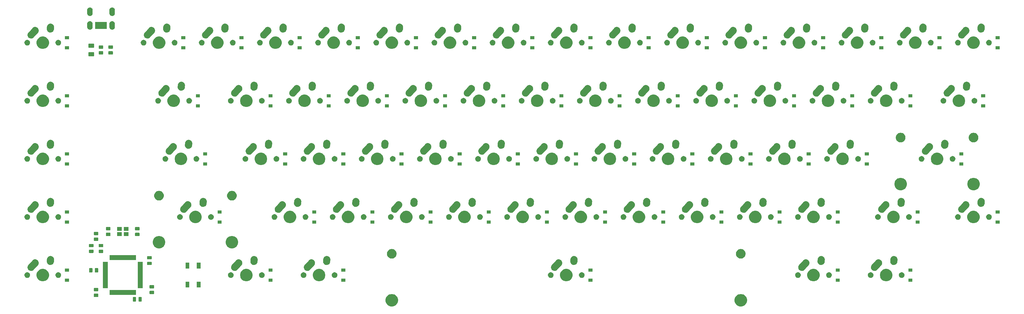
<source format=gbs>
G04 #@! TF.GenerationSoftware,KiCad,Pcbnew,(5.1.0)-1*
G04 #@! TF.CreationDate,2019-05-17T11:19:36-04:00*
G04 #@! TF.ProjectId,pcb-project,7063622d-7072-46f6-9a65-63742e6b6963,rev?*
G04 #@! TF.SameCoordinates,Original*
G04 #@! TF.FileFunction,Soldermask,Bot*
G04 #@! TF.FilePolarity,Negative*
%FSLAX46Y46*%
G04 Gerber Fmt 4.6, Leading zero omitted, Abs format (unit mm)*
G04 Created by KiCad (PCBNEW (5.1.0)-1) date 2019-05-17 11:19:36*
%MOMM*%
%LPD*%
G04 APERTURE LIST*
%ADD10C,0.020000*%
G04 APERTURE END LIST*
D10*
G36*
X264915224Y-141226184D02*
G01*
X265107313Y-141305750D01*
X265287373Y-141380333D01*
X265622298Y-141604123D01*
X265907127Y-141888952D01*
X266130917Y-142223877D01*
X266194767Y-142378026D01*
X266285066Y-142596026D01*
X266363650Y-142991094D01*
X266363650Y-143393906D01*
X266285066Y-143788974D01*
X266194767Y-144006974D01*
X266130917Y-144161123D01*
X265907127Y-144496048D01*
X265622298Y-144780877D01*
X265287373Y-145004667D01*
X265133224Y-145068517D01*
X264915224Y-145158816D01*
X264520156Y-145237400D01*
X264117344Y-145237400D01*
X263722276Y-145158816D01*
X263504276Y-145068517D01*
X263350127Y-145004667D01*
X263015202Y-144780877D01*
X262730373Y-144496048D01*
X262506583Y-144161123D01*
X262442733Y-144006974D01*
X262352434Y-143788974D01*
X262273850Y-143393906D01*
X262273850Y-142991094D01*
X262352434Y-142596026D01*
X262442733Y-142378026D01*
X262506583Y-142223877D01*
X262730373Y-141888952D01*
X263015202Y-141604123D01*
X263350127Y-141380333D01*
X263530187Y-141305750D01*
X263722276Y-141226184D01*
X264117344Y-141147600D01*
X264520156Y-141147600D01*
X264915224Y-141226184D01*
X264915224Y-141226184D01*
G37*
G36*
X150615224Y-141226184D02*
G01*
X150807313Y-141305750D01*
X150987373Y-141380333D01*
X151322298Y-141604123D01*
X151607127Y-141888952D01*
X151830917Y-142223877D01*
X151894767Y-142378026D01*
X151985066Y-142596026D01*
X152063650Y-142991094D01*
X152063650Y-143393906D01*
X151985066Y-143788974D01*
X151894767Y-144006974D01*
X151830917Y-144161123D01*
X151607127Y-144496048D01*
X151322298Y-144780877D01*
X150987373Y-145004667D01*
X150833224Y-145068517D01*
X150615224Y-145158816D01*
X150220156Y-145237400D01*
X149817344Y-145237400D01*
X149422276Y-145158816D01*
X149204276Y-145068517D01*
X149050127Y-145004667D01*
X148715202Y-144780877D01*
X148430373Y-144496048D01*
X148206583Y-144161123D01*
X148142733Y-144006974D01*
X148052434Y-143788974D01*
X147973850Y-143393906D01*
X147973850Y-142991094D01*
X148052434Y-142596026D01*
X148142733Y-142378026D01*
X148206583Y-142223877D01*
X148430373Y-141888952D01*
X148715202Y-141604123D01*
X149050127Y-141380333D01*
X149230187Y-141305750D01*
X149422276Y-141226184D01*
X149817344Y-141147600D01*
X150220156Y-141147600D01*
X150615224Y-141226184D01*
X150615224Y-141226184D01*
G37*
G36*
X67984468Y-142128565D02*
G01*
X68023138Y-142140296D01*
X68058777Y-142159346D01*
X68090017Y-142184983D01*
X68115654Y-142216223D01*
X68134704Y-142251862D01*
X68146435Y-142290532D01*
X68151000Y-142336888D01*
X68151000Y-143413112D01*
X68146435Y-143459468D01*
X68134704Y-143498138D01*
X68115654Y-143533777D01*
X68090017Y-143565017D01*
X68058777Y-143590654D01*
X68023138Y-143609704D01*
X67984468Y-143621435D01*
X67938112Y-143626000D01*
X67286888Y-143626000D01*
X67240532Y-143621435D01*
X67201862Y-143609704D01*
X67166223Y-143590654D01*
X67134983Y-143565017D01*
X67109346Y-143533777D01*
X67090296Y-143498138D01*
X67078565Y-143459468D01*
X67074000Y-143413112D01*
X67074000Y-142336888D01*
X67078565Y-142290532D01*
X67090296Y-142251862D01*
X67109346Y-142216223D01*
X67134983Y-142184983D01*
X67166223Y-142159346D01*
X67201862Y-142140296D01*
X67240532Y-142128565D01*
X67286888Y-142124000D01*
X67938112Y-142124000D01*
X67984468Y-142128565D01*
X67984468Y-142128565D01*
G37*
G36*
X66109468Y-142128565D02*
G01*
X66148138Y-142140296D01*
X66183777Y-142159346D01*
X66215017Y-142184983D01*
X66240654Y-142216223D01*
X66259704Y-142251862D01*
X66271435Y-142290532D01*
X66276000Y-142336888D01*
X66276000Y-143413112D01*
X66271435Y-143459468D01*
X66259704Y-143498138D01*
X66240654Y-143533777D01*
X66215017Y-143565017D01*
X66183777Y-143590654D01*
X66148138Y-143609704D01*
X66109468Y-143621435D01*
X66063112Y-143626000D01*
X65411888Y-143626000D01*
X65365532Y-143621435D01*
X65326862Y-143609704D01*
X65291223Y-143590654D01*
X65259983Y-143565017D01*
X65234346Y-143533777D01*
X65215296Y-143498138D01*
X65203565Y-143459468D01*
X65199000Y-143413112D01*
X65199000Y-142336888D01*
X65203565Y-142290532D01*
X65215296Y-142251862D01*
X65234346Y-142216223D01*
X65259983Y-142184983D01*
X65291223Y-142159346D01*
X65326862Y-142140296D01*
X65365532Y-142128565D01*
X65411888Y-142124000D01*
X66063112Y-142124000D01*
X66109468Y-142128565D01*
X66109468Y-142128565D01*
G37*
G36*
X53765718Y-141041065D02*
G01*
X53804388Y-141052796D01*
X53840027Y-141071846D01*
X53871267Y-141097483D01*
X53896904Y-141128723D01*
X53915954Y-141164362D01*
X53927685Y-141203032D01*
X53932250Y-141249388D01*
X53932250Y-141900612D01*
X53927685Y-141946968D01*
X53915954Y-141985638D01*
X53896904Y-142021277D01*
X53871267Y-142052517D01*
X53840027Y-142078154D01*
X53804388Y-142097204D01*
X53765718Y-142108935D01*
X53719362Y-142113500D01*
X52643138Y-142113500D01*
X52596782Y-142108935D01*
X52558112Y-142097204D01*
X52522473Y-142078154D01*
X52491233Y-142052517D01*
X52465596Y-142021277D01*
X52446546Y-141985638D01*
X52434815Y-141946968D01*
X52430250Y-141900612D01*
X52430250Y-141249388D01*
X52434815Y-141203032D01*
X52446546Y-141164362D01*
X52465596Y-141128723D01*
X52491233Y-141097483D01*
X52522473Y-141071846D01*
X52558112Y-141052796D01*
X52596782Y-141041065D01*
X52643138Y-141036500D01*
X53719362Y-141036500D01*
X53765718Y-141041065D01*
X53765718Y-141041065D01*
G37*
G36*
X66238500Y-141438500D02*
G01*
X57586500Y-141438500D01*
X57586500Y-139836500D01*
X66238500Y-139836500D01*
X66238500Y-141438500D01*
X66238500Y-141438500D01*
G37*
G36*
X72021968Y-140103565D02*
G01*
X72060638Y-140115296D01*
X72096277Y-140134346D01*
X72127517Y-140159983D01*
X72153154Y-140191223D01*
X72172204Y-140226862D01*
X72183935Y-140265532D01*
X72188500Y-140311888D01*
X72188500Y-140963112D01*
X72183935Y-141009468D01*
X72172204Y-141048138D01*
X72153154Y-141083777D01*
X72127517Y-141115017D01*
X72096277Y-141140654D01*
X72060638Y-141159704D01*
X72021968Y-141171435D01*
X71975612Y-141176000D01*
X70899388Y-141176000D01*
X70853032Y-141171435D01*
X70814362Y-141159704D01*
X70778723Y-141140654D01*
X70747483Y-141115017D01*
X70721846Y-141083777D01*
X70702796Y-141048138D01*
X70691065Y-141009468D01*
X70686500Y-140963112D01*
X70686500Y-140311888D01*
X70691065Y-140265532D01*
X70702796Y-140226862D01*
X70721846Y-140191223D01*
X70747483Y-140159983D01*
X70778723Y-140134346D01*
X70814362Y-140115296D01*
X70853032Y-140103565D01*
X70899388Y-140099000D01*
X71975612Y-140099000D01*
X72021968Y-140103565D01*
X72021968Y-140103565D01*
G37*
G36*
X53765718Y-139166065D02*
G01*
X53804388Y-139177796D01*
X53840027Y-139196846D01*
X53871267Y-139222483D01*
X53896904Y-139253723D01*
X53915954Y-139289362D01*
X53927685Y-139328032D01*
X53932250Y-139374388D01*
X53932250Y-140025612D01*
X53927685Y-140071968D01*
X53915954Y-140110638D01*
X53896904Y-140146277D01*
X53871267Y-140177517D01*
X53840027Y-140203154D01*
X53804388Y-140222204D01*
X53765718Y-140233935D01*
X53719362Y-140238500D01*
X52643138Y-140238500D01*
X52596782Y-140233935D01*
X52558112Y-140222204D01*
X52522473Y-140203154D01*
X52491233Y-140177517D01*
X52465596Y-140146277D01*
X52446546Y-140110638D01*
X52434815Y-140071968D01*
X52430250Y-140025612D01*
X52430250Y-139374388D01*
X52434815Y-139328032D01*
X52446546Y-139289362D01*
X52465596Y-139253723D01*
X52491233Y-139222483D01*
X52522473Y-139196846D01*
X52558112Y-139177796D01*
X52596782Y-139166065D01*
X52643138Y-139161500D01*
X53719362Y-139161500D01*
X53765718Y-139166065D01*
X53765718Y-139166065D01*
G37*
G36*
X72021968Y-138228565D02*
G01*
X72060638Y-138240296D01*
X72096277Y-138259346D01*
X72127517Y-138284983D01*
X72153154Y-138316223D01*
X72172204Y-138351862D01*
X72183935Y-138390532D01*
X72188500Y-138436888D01*
X72188500Y-139088112D01*
X72183935Y-139134468D01*
X72172204Y-139173138D01*
X72153154Y-139208777D01*
X72127517Y-139240017D01*
X72096277Y-139265654D01*
X72060638Y-139284704D01*
X72021968Y-139296435D01*
X71975612Y-139301000D01*
X70899388Y-139301000D01*
X70853032Y-139296435D01*
X70814362Y-139284704D01*
X70778723Y-139265654D01*
X70747483Y-139240017D01*
X70721846Y-139208777D01*
X70702796Y-139173138D01*
X70691065Y-139134468D01*
X70686500Y-139088112D01*
X70686500Y-138436888D01*
X70691065Y-138390532D01*
X70702796Y-138351862D01*
X70721846Y-138316223D01*
X70747483Y-138284983D01*
X70778723Y-138259346D01*
X70814362Y-138240296D01*
X70853032Y-138228565D01*
X70899388Y-138224000D01*
X71975612Y-138224000D01*
X72021968Y-138228565D01*
X72021968Y-138228565D01*
G37*
G36*
X57013500Y-139263500D02*
G01*
X55411500Y-139263500D01*
X55411500Y-130611500D01*
X57013500Y-130611500D01*
X57013500Y-139263500D01*
X57013500Y-139263500D01*
G37*
G36*
X68413500Y-139263500D02*
G01*
X66811500Y-139263500D01*
X66811500Y-130611500D01*
X68413500Y-130611500D01*
X68413500Y-139263500D01*
X68413500Y-139263500D01*
G37*
G36*
X87382250Y-138988500D02*
G01*
X86180250Y-138988500D01*
X86180250Y-137086500D01*
X87382250Y-137086500D01*
X87382250Y-138988500D01*
X87382250Y-138988500D01*
G37*
G36*
X83682250Y-138988500D02*
G01*
X82480250Y-138988500D01*
X82480250Y-137086500D01*
X83682250Y-137086500D01*
X83682250Y-138988500D01*
X83682250Y-138988500D01*
G37*
G36*
X215757250Y-137088500D02*
G01*
X214455250Y-137088500D01*
X214455250Y-136086500D01*
X215757250Y-136086500D01*
X215757250Y-137088500D01*
X215757250Y-137088500D01*
G37*
G36*
X44307250Y-137088500D02*
G01*
X43005250Y-137088500D01*
X43005250Y-136086500D01*
X44307250Y-136086500D01*
X44307250Y-137088500D01*
X44307250Y-137088500D01*
G37*
G36*
X320532250Y-137088500D02*
G01*
X319230250Y-137088500D01*
X319230250Y-136086500D01*
X320532250Y-136086500D01*
X320532250Y-137088500D01*
X320532250Y-137088500D01*
G37*
G36*
X110982250Y-137088500D02*
G01*
X109680250Y-137088500D01*
X109680250Y-136086500D01*
X110982250Y-136086500D01*
X110982250Y-137088500D01*
X110982250Y-137088500D01*
G37*
G36*
X134794750Y-137088500D02*
G01*
X133492750Y-137088500D01*
X133492750Y-136086500D01*
X134794750Y-136086500D01*
X134794750Y-137088500D01*
X134794750Y-137088500D01*
G37*
G36*
X296719750Y-137088500D02*
G01*
X295417750Y-137088500D01*
X295417750Y-136086500D01*
X296719750Y-136086500D01*
X296719750Y-137088500D01*
X296719750Y-137088500D01*
G37*
G36*
X126802724Y-132971184D02*
G01*
X127020724Y-133061483D01*
X127174873Y-133125333D01*
X127509798Y-133349123D01*
X127794627Y-133633952D01*
X128018417Y-133968877D01*
X128066394Y-134084704D01*
X128172566Y-134341026D01*
X128251150Y-134736094D01*
X128251150Y-135138906D01*
X128172566Y-135533974D01*
X128121701Y-135656772D01*
X128018417Y-135906123D01*
X127794627Y-136241048D01*
X127509798Y-136525877D01*
X127174873Y-136749667D01*
X127020724Y-136813517D01*
X126802724Y-136903816D01*
X126407656Y-136982400D01*
X126004844Y-136982400D01*
X125609776Y-136903816D01*
X125391776Y-136813517D01*
X125237627Y-136749667D01*
X124902702Y-136525877D01*
X124617873Y-136241048D01*
X124394083Y-135906123D01*
X124290799Y-135656772D01*
X124239934Y-135533974D01*
X124161350Y-135138906D01*
X124161350Y-134736094D01*
X124239934Y-134341026D01*
X124346106Y-134084704D01*
X124394083Y-133968877D01*
X124617873Y-133633952D01*
X124902702Y-133349123D01*
X125237627Y-133125333D01*
X125391776Y-133061483D01*
X125609776Y-132971184D01*
X126004844Y-132892600D01*
X126407656Y-132892600D01*
X126802724Y-132971184D01*
X126802724Y-132971184D01*
G37*
G36*
X102990224Y-132971184D02*
G01*
X103208224Y-133061483D01*
X103362373Y-133125333D01*
X103697298Y-133349123D01*
X103982127Y-133633952D01*
X104205917Y-133968877D01*
X104253894Y-134084704D01*
X104360066Y-134341026D01*
X104438650Y-134736094D01*
X104438650Y-135138906D01*
X104360066Y-135533974D01*
X104309201Y-135656772D01*
X104205917Y-135906123D01*
X103982127Y-136241048D01*
X103697298Y-136525877D01*
X103362373Y-136749667D01*
X103208224Y-136813517D01*
X102990224Y-136903816D01*
X102595156Y-136982400D01*
X102192344Y-136982400D01*
X101797276Y-136903816D01*
X101579276Y-136813517D01*
X101425127Y-136749667D01*
X101090202Y-136525877D01*
X100805373Y-136241048D01*
X100581583Y-135906123D01*
X100478299Y-135656772D01*
X100427434Y-135533974D01*
X100348850Y-135138906D01*
X100348850Y-134736094D01*
X100427434Y-134341026D01*
X100533606Y-134084704D01*
X100581583Y-133968877D01*
X100805373Y-133633952D01*
X101090202Y-133349123D01*
X101425127Y-133125333D01*
X101579276Y-133061483D01*
X101797276Y-132971184D01*
X102192344Y-132892600D01*
X102595156Y-132892600D01*
X102990224Y-132971184D01*
X102990224Y-132971184D01*
G37*
G36*
X288727724Y-132971184D02*
G01*
X288945724Y-133061483D01*
X289099873Y-133125333D01*
X289434798Y-133349123D01*
X289719627Y-133633952D01*
X289943417Y-133968877D01*
X289991394Y-134084704D01*
X290097566Y-134341026D01*
X290176150Y-134736094D01*
X290176150Y-135138906D01*
X290097566Y-135533974D01*
X290046701Y-135656772D01*
X289943417Y-135906123D01*
X289719627Y-136241048D01*
X289434798Y-136525877D01*
X289099873Y-136749667D01*
X288945724Y-136813517D01*
X288727724Y-136903816D01*
X288332656Y-136982400D01*
X287929844Y-136982400D01*
X287534776Y-136903816D01*
X287316776Y-136813517D01*
X287162627Y-136749667D01*
X286827702Y-136525877D01*
X286542873Y-136241048D01*
X286319083Y-135906123D01*
X286215799Y-135656772D01*
X286164934Y-135533974D01*
X286086350Y-135138906D01*
X286086350Y-134736094D01*
X286164934Y-134341026D01*
X286271106Y-134084704D01*
X286319083Y-133968877D01*
X286542873Y-133633952D01*
X286827702Y-133349123D01*
X287162627Y-133125333D01*
X287316776Y-133061483D01*
X287534776Y-132971184D01*
X287929844Y-132892600D01*
X288332656Y-132892600D01*
X288727724Y-132971184D01*
X288727724Y-132971184D01*
G37*
G36*
X207765224Y-132971184D02*
G01*
X207983224Y-133061483D01*
X208137373Y-133125333D01*
X208472298Y-133349123D01*
X208757127Y-133633952D01*
X208980917Y-133968877D01*
X209028894Y-134084704D01*
X209135066Y-134341026D01*
X209213650Y-134736094D01*
X209213650Y-135138906D01*
X209135066Y-135533974D01*
X209084201Y-135656772D01*
X208980917Y-135906123D01*
X208757127Y-136241048D01*
X208472298Y-136525877D01*
X208137373Y-136749667D01*
X207983224Y-136813517D01*
X207765224Y-136903816D01*
X207370156Y-136982400D01*
X206967344Y-136982400D01*
X206572276Y-136903816D01*
X206354276Y-136813517D01*
X206200127Y-136749667D01*
X205865202Y-136525877D01*
X205580373Y-136241048D01*
X205356583Y-135906123D01*
X205253299Y-135656772D01*
X205202434Y-135533974D01*
X205123850Y-135138906D01*
X205123850Y-134736094D01*
X205202434Y-134341026D01*
X205308606Y-134084704D01*
X205356583Y-133968877D01*
X205580373Y-133633952D01*
X205865202Y-133349123D01*
X206200127Y-133125333D01*
X206354276Y-133061483D01*
X206572276Y-132971184D01*
X206967344Y-132892600D01*
X207370156Y-132892600D01*
X207765224Y-132971184D01*
X207765224Y-132971184D01*
G37*
G36*
X312540224Y-132971184D02*
G01*
X312758224Y-133061483D01*
X312912373Y-133125333D01*
X313247298Y-133349123D01*
X313532127Y-133633952D01*
X313755917Y-133968877D01*
X313803894Y-134084704D01*
X313910066Y-134341026D01*
X313988650Y-134736094D01*
X313988650Y-135138906D01*
X313910066Y-135533974D01*
X313859201Y-135656772D01*
X313755917Y-135906123D01*
X313532127Y-136241048D01*
X313247298Y-136525877D01*
X312912373Y-136749667D01*
X312758224Y-136813517D01*
X312540224Y-136903816D01*
X312145156Y-136982400D01*
X311742344Y-136982400D01*
X311347276Y-136903816D01*
X311129276Y-136813517D01*
X310975127Y-136749667D01*
X310640202Y-136525877D01*
X310355373Y-136241048D01*
X310131583Y-135906123D01*
X310028299Y-135656772D01*
X309977434Y-135533974D01*
X309898850Y-135138906D01*
X309898850Y-134736094D01*
X309977434Y-134341026D01*
X310083606Y-134084704D01*
X310131583Y-133968877D01*
X310355373Y-133633952D01*
X310640202Y-133349123D01*
X310975127Y-133125333D01*
X311129276Y-133061483D01*
X311347276Y-132971184D01*
X311742344Y-132892600D01*
X312145156Y-132892600D01*
X312540224Y-132971184D01*
X312540224Y-132971184D01*
G37*
G36*
X36315224Y-132971184D02*
G01*
X36533224Y-133061483D01*
X36687373Y-133125333D01*
X37022298Y-133349123D01*
X37307127Y-133633952D01*
X37530917Y-133968877D01*
X37578894Y-134084704D01*
X37685066Y-134341026D01*
X37763650Y-134736094D01*
X37763650Y-135138906D01*
X37685066Y-135533974D01*
X37634201Y-135656772D01*
X37530917Y-135906123D01*
X37307127Y-136241048D01*
X37022298Y-136525877D01*
X36687373Y-136749667D01*
X36533224Y-136813517D01*
X36315224Y-136903816D01*
X35920156Y-136982400D01*
X35517344Y-136982400D01*
X35122276Y-136903816D01*
X34904276Y-136813517D01*
X34750127Y-136749667D01*
X34415202Y-136525877D01*
X34130373Y-136241048D01*
X33906583Y-135906123D01*
X33803299Y-135656772D01*
X33752434Y-135533974D01*
X33673850Y-135138906D01*
X33673850Y-134736094D01*
X33752434Y-134341026D01*
X33858606Y-134084704D01*
X33906583Y-133968877D01*
X34130373Y-133633952D01*
X34415202Y-133349123D01*
X34750127Y-133125333D01*
X34904276Y-133061483D01*
X35122276Y-132971184D01*
X35517344Y-132892600D01*
X35920156Y-132892600D01*
X36315224Y-132971184D01*
X36315224Y-132971184D01*
G37*
G36*
X41068854Y-134047085D02*
G01*
X41237376Y-134116889D01*
X41389041Y-134218228D01*
X41518022Y-134347209D01*
X41619361Y-134498874D01*
X41689165Y-134667396D01*
X41724750Y-134846297D01*
X41724750Y-135028703D01*
X41689165Y-135207604D01*
X41619361Y-135376126D01*
X41518022Y-135527791D01*
X41389041Y-135656772D01*
X41237376Y-135758111D01*
X41068854Y-135827915D01*
X40889953Y-135863500D01*
X40707547Y-135863500D01*
X40528646Y-135827915D01*
X40360124Y-135758111D01*
X40208459Y-135656772D01*
X40079478Y-135527791D01*
X39978139Y-135376126D01*
X39908335Y-135207604D01*
X39872750Y-135028703D01*
X39872750Y-134846297D01*
X39908335Y-134667396D01*
X39978139Y-134498874D01*
X40079478Y-134347209D01*
X40208459Y-134218228D01*
X40360124Y-134116889D01*
X40528646Y-134047085D01*
X40707547Y-134011500D01*
X40889953Y-134011500D01*
X41068854Y-134047085D01*
X41068854Y-134047085D01*
G37*
G36*
X107743854Y-134047085D02*
G01*
X107912376Y-134116889D01*
X108064041Y-134218228D01*
X108193022Y-134347209D01*
X108294361Y-134498874D01*
X108364165Y-134667396D01*
X108399750Y-134846297D01*
X108399750Y-135028703D01*
X108364165Y-135207604D01*
X108294361Y-135376126D01*
X108193022Y-135527791D01*
X108064041Y-135656772D01*
X107912376Y-135758111D01*
X107743854Y-135827915D01*
X107564953Y-135863500D01*
X107382547Y-135863500D01*
X107203646Y-135827915D01*
X107035124Y-135758111D01*
X106883459Y-135656772D01*
X106754478Y-135527791D01*
X106653139Y-135376126D01*
X106583335Y-135207604D01*
X106547750Y-135028703D01*
X106547750Y-134846297D01*
X106583335Y-134667396D01*
X106653139Y-134498874D01*
X106754478Y-134347209D01*
X106883459Y-134218228D01*
X107035124Y-134116889D01*
X107203646Y-134047085D01*
X107382547Y-134011500D01*
X107564953Y-134011500D01*
X107743854Y-134047085D01*
X107743854Y-134047085D01*
G37*
G36*
X317293854Y-134047085D02*
G01*
X317462376Y-134116889D01*
X317614041Y-134218228D01*
X317743022Y-134347209D01*
X317844361Y-134498874D01*
X317914165Y-134667396D01*
X317949750Y-134846297D01*
X317949750Y-135028703D01*
X317914165Y-135207604D01*
X317844361Y-135376126D01*
X317743022Y-135527791D01*
X317614041Y-135656772D01*
X317462376Y-135758111D01*
X317293854Y-135827915D01*
X317114953Y-135863500D01*
X316932547Y-135863500D01*
X316753646Y-135827915D01*
X316585124Y-135758111D01*
X316433459Y-135656772D01*
X316304478Y-135527791D01*
X316203139Y-135376126D01*
X316133335Y-135207604D01*
X316097750Y-135028703D01*
X316097750Y-134846297D01*
X316133335Y-134667396D01*
X316203139Y-134498874D01*
X316304478Y-134347209D01*
X316433459Y-134218228D01*
X316585124Y-134116889D01*
X316753646Y-134047085D01*
X316932547Y-134011500D01*
X317114953Y-134011500D01*
X317293854Y-134047085D01*
X317293854Y-134047085D01*
G37*
G36*
X307133854Y-134047085D02*
G01*
X307302376Y-134116889D01*
X307454041Y-134218228D01*
X307583022Y-134347209D01*
X307684361Y-134498874D01*
X307754165Y-134667396D01*
X307789750Y-134846297D01*
X307789750Y-135028703D01*
X307754165Y-135207604D01*
X307684361Y-135376126D01*
X307583022Y-135527791D01*
X307454041Y-135656772D01*
X307302376Y-135758111D01*
X307133854Y-135827915D01*
X306954953Y-135863500D01*
X306772547Y-135863500D01*
X306593646Y-135827915D01*
X306425124Y-135758111D01*
X306273459Y-135656772D01*
X306144478Y-135527791D01*
X306043139Y-135376126D01*
X305973335Y-135207604D01*
X305937750Y-135028703D01*
X305937750Y-134846297D01*
X305973335Y-134667396D01*
X306043139Y-134498874D01*
X306144478Y-134347209D01*
X306273459Y-134218228D01*
X306425124Y-134116889D01*
X306593646Y-134047085D01*
X306772547Y-134011500D01*
X306954953Y-134011500D01*
X307133854Y-134047085D01*
X307133854Y-134047085D01*
G37*
G36*
X30908854Y-134047085D02*
G01*
X31077376Y-134116889D01*
X31229041Y-134218228D01*
X31358022Y-134347209D01*
X31459361Y-134498874D01*
X31529165Y-134667396D01*
X31564750Y-134846297D01*
X31564750Y-135028703D01*
X31529165Y-135207604D01*
X31459361Y-135376126D01*
X31358022Y-135527791D01*
X31229041Y-135656772D01*
X31077376Y-135758111D01*
X30908854Y-135827915D01*
X30729953Y-135863500D01*
X30547547Y-135863500D01*
X30368646Y-135827915D01*
X30200124Y-135758111D01*
X30048459Y-135656772D01*
X29919478Y-135527791D01*
X29818139Y-135376126D01*
X29748335Y-135207604D01*
X29712750Y-135028703D01*
X29712750Y-134846297D01*
X29748335Y-134667396D01*
X29818139Y-134498874D01*
X29919478Y-134347209D01*
X30048459Y-134218228D01*
X30200124Y-134116889D01*
X30368646Y-134047085D01*
X30547547Y-134011500D01*
X30729953Y-134011500D01*
X30908854Y-134047085D01*
X30908854Y-134047085D01*
G37*
G36*
X212518854Y-134047085D02*
G01*
X212687376Y-134116889D01*
X212839041Y-134218228D01*
X212968022Y-134347209D01*
X213069361Y-134498874D01*
X213139165Y-134667396D01*
X213174750Y-134846297D01*
X213174750Y-135028703D01*
X213139165Y-135207604D01*
X213069361Y-135376126D01*
X212968022Y-135527791D01*
X212839041Y-135656772D01*
X212687376Y-135758111D01*
X212518854Y-135827915D01*
X212339953Y-135863500D01*
X212157547Y-135863500D01*
X211978646Y-135827915D01*
X211810124Y-135758111D01*
X211658459Y-135656772D01*
X211529478Y-135527791D01*
X211428139Y-135376126D01*
X211358335Y-135207604D01*
X211322750Y-135028703D01*
X211322750Y-134846297D01*
X211358335Y-134667396D01*
X211428139Y-134498874D01*
X211529478Y-134347209D01*
X211658459Y-134218228D01*
X211810124Y-134116889D01*
X211978646Y-134047085D01*
X212157547Y-134011500D01*
X212339953Y-134011500D01*
X212518854Y-134047085D01*
X212518854Y-134047085D01*
G37*
G36*
X283321354Y-134047085D02*
G01*
X283489876Y-134116889D01*
X283641541Y-134218228D01*
X283770522Y-134347209D01*
X283871861Y-134498874D01*
X283941665Y-134667396D01*
X283977250Y-134846297D01*
X283977250Y-135028703D01*
X283941665Y-135207604D01*
X283871861Y-135376126D01*
X283770522Y-135527791D01*
X283641541Y-135656772D01*
X283489876Y-135758111D01*
X283321354Y-135827915D01*
X283142453Y-135863500D01*
X282960047Y-135863500D01*
X282781146Y-135827915D01*
X282612624Y-135758111D01*
X282460959Y-135656772D01*
X282331978Y-135527791D01*
X282230639Y-135376126D01*
X282160835Y-135207604D01*
X282125250Y-135028703D01*
X282125250Y-134846297D01*
X282160835Y-134667396D01*
X282230639Y-134498874D01*
X282331978Y-134347209D01*
X282460959Y-134218228D01*
X282612624Y-134116889D01*
X282781146Y-134047085D01*
X282960047Y-134011500D01*
X283142453Y-134011500D01*
X283321354Y-134047085D01*
X283321354Y-134047085D01*
G37*
G36*
X131556354Y-134047085D02*
G01*
X131724876Y-134116889D01*
X131876541Y-134218228D01*
X132005522Y-134347209D01*
X132106861Y-134498874D01*
X132176665Y-134667396D01*
X132212250Y-134846297D01*
X132212250Y-135028703D01*
X132176665Y-135207604D01*
X132106861Y-135376126D01*
X132005522Y-135527791D01*
X131876541Y-135656772D01*
X131724876Y-135758111D01*
X131556354Y-135827915D01*
X131377453Y-135863500D01*
X131195047Y-135863500D01*
X131016146Y-135827915D01*
X130847624Y-135758111D01*
X130695959Y-135656772D01*
X130566978Y-135527791D01*
X130465639Y-135376126D01*
X130395835Y-135207604D01*
X130360250Y-135028703D01*
X130360250Y-134846297D01*
X130395835Y-134667396D01*
X130465639Y-134498874D01*
X130566978Y-134347209D01*
X130695959Y-134218228D01*
X130847624Y-134116889D01*
X131016146Y-134047085D01*
X131195047Y-134011500D01*
X131377453Y-134011500D01*
X131556354Y-134047085D01*
X131556354Y-134047085D01*
G37*
G36*
X202358854Y-134047085D02*
G01*
X202527376Y-134116889D01*
X202679041Y-134218228D01*
X202808022Y-134347209D01*
X202909361Y-134498874D01*
X202979165Y-134667396D01*
X203014750Y-134846297D01*
X203014750Y-135028703D01*
X202979165Y-135207604D01*
X202909361Y-135376126D01*
X202808022Y-135527791D01*
X202679041Y-135656772D01*
X202527376Y-135758111D01*
X202358854Y-135827915D01*
X202179953Y-135863500D01*
X201997547Y-135863500D01*
X201818646Y-135827915D01*
X201650124Y-135758111D01*
X201498459Y-135656772D01*
X201369478Y-135527791D01*
X201268139Y-135376126D01*
X201198335Y-135207604D01*
X201162750Y-135028703D01*
X201162750Y-134846297D01*
X201198335Y-134667396D01*
X201268139Y-134498874D01*
X201369478Y-134347209D01*
X201498459Y-134218228D01*
X201650124Y-134116889D01*
X201818646Y-134047085D01*
X201997547Y-134011500D01*
X202179953Y-134011500D01*
X202358854Y-134047085D01*
X202358854Y-134047085D01*
G37*
G36*
X121396354Y-134047085D02*
G01*
X121564876Y-134116889D01*
X121716541Y-134218228D01*
X121845522Y-134347209D01*
X121946861Y-134498874D01*
X122016665Y-134667396D01*
X122052250Y-134846297D01*
X122052250Y-135028703D01*
X122016665Y-135207604D01*
X121946861Y-135376126D01*
X121845522Y-135527791D01*
X121716541Y-135656772D01*
X121564876Y-135758111D01*
X121396354Y-135827915D01*
X121217453Y-135863500D01*
X121035047Y-135863500D01*
X120856146Y-135827915D01*
X120687624Y-135758111D01*
X120535959Y-135656772D01*
X120406978Y-135527791D01*
X120305639Y-135376126D01*
X120235835Y-135207604D01*
X120200250Y-135028703D01*
X120200250Y-134846297D01*
X120235835Y-134667396D01*
X120305639Y-134498874D01*
X120406978Y-134347209D01*
X120535959Y-134218228D01*
X120687624Y-134116889D01*
X120856146Y-134047085D01*
X121035047Y-134011500D01*
X121217453Y-134011500D01*
X121396354Y-134047085D01*
X121396354Y-134047085D01*
G37*
G36*
X293481354Y-134047085D02*
G01*
X293649876Y-134116889D01*
X293801541Y-134218228D01*
X293930522Y-134347209D01*
X294031861Y-134498874D01*
X294101665Y-134667396D01*
X294137250Y-134846297D01*
X294137250Y-135028703D01*
X294101665Y-135207604D01*
X294031861Y-135376126D01*
X293930522Y-135527791D01*
X293801541Y-135656772D01*
X293649876Y-135758111D01*
X293481354Y-135827915D01*
X293302453Y-135863500D01*
X293120047Y-135863500D01*
X292941146Y-135827915D01*
X292772624Y-135758111D01*
X292620959Y-135656772D01*
X292491978Y-135527791D01*
X292390639Y-135376126D01*
X292320835Y-135207604D01*
X292285250Y-135028703D01*
X292285250Y-134846297D01*
X292320835Y-134667396D01*
X292390639Y-134498874D01*
X292491978Y-134347209D01*
X292620959Y-134218228D01*
X292772624Y-134116889D01*
X292941146Y-134047085D01*
X293120047Y-134011500D01*
X293302453Y-134011500D01*
X293481354Y-134047085D01*
X293481354Y-134047085D01*
G37*
G36*
X97583854Y-134047085D02*
G01*
X97752376Y-134116889D01*
X97904041Y-134218228D01*
X98033022Y-134347209D01*
X98134361Y-134498874D01*
X98204165Y-134667396D01*
X98239750Y-134846297D01*
X98239750Y-135028703D01*
X98204165Y-135207604D01*
X98134361Y-135376126D01*
X98033022Y-135527791D01*
X97904041Y-135656772D01*
X97752376Y-135758111D01*
X97583854Y-135827915D01*
X97404953Y-135863500D01*
X97222547Y-135863500D01*
X97043646Y-135827915D01*
X96875124Y-135758111D01*
X96723459Y-135656772D01*
X96594478Y-135527791D01*
X96493139Y-135376126D01*
X96423335Y-135207604D01*
X96387750Y-135028703D01*
X96387750Y-134846297D01*
X96423335Y-134667396D01*
X96493139Y-134498874D01*
X96594478Y-134347209D01*
X96723459Y-134218228D01*
X96875124Y-134116889D01*
X97043646Y-134047085D01*
X97222547Y-134011500D01*
X97404953Y-134011500D01*
X97583854Y-134047085D01*
X97583854Y-134047085D01*
G37*
G36*
X51821968Y-132603565D02*
G01*
X51860638Y-132615296D01*
X51896277Y-132634346D01*
X51927517Y-132659983D01*
X51953154Y-132691223D01*
X51972204Y-132726862D01*
X51983935Y-132765532D01*
X51988500Y-132811888D01*
X51988500Y-133888112D01*
X51983935Y-133934468D01*
X51972204Y-133973138D01*
X51953154Y-134008777D01*
X51927517Y-134040017D01*
X51896277Y-134065654D01*
X51860638Y-134084704D01*
X51821968Y-134096435D01*
X51775612Y-134101000D01*
X51124388Y-134101000D01*
X51078032Y-134096435D01*
X51039362Y-134084704D01*
X51003723Y-134065654D01*
X50972483Y-134040017D01*
X50946846Y-134008777D01*
X50927796Y-133973138D01*
X50916065Y-133934468D01*
X50911500Y-133888112D01*
X50911500Y-132811888D01*
X50916065Y-132765532D01*
X50927796Y-132726862D01*
X50946846Y-132691223D01*
X50972483Y-132659983D01*
X51003723Y-132634346D01*
X51039362Y-132615296D01*
X51078032Y-132603565D01*
X51124388Y-132599000D01*
X51775612Y-132599000D01*
X51821968Y-132603565D01*
X51821968Y-132603565D01*
G37*
G36*
X53696968Y-132603565D02*
G01*
X53735638Y-132615296D01*
X53771277Y-132634346D01*
X53802517Y-132659983D01*
X53828154Y-132691223D01*
X53847204Y-132726862D01*
X53858935Y-132765532D01*
X53863500Y-132811888D01*
X53863500Y-133888112D01*
X53858935Y-133934468D01*
X53847204Y-133973138D01*
X53828154Y-134008777D01*
X53802517Y-134040017D01*
X53771277Y-134065654D01*
X53735638Y-134084704D01*
X53696968Y-134096435D01*
X53650612Y-134101000D01*
X52999388Y-134101000D01*
X52953032Y-134096435D01*
X52914362Y-134084704D01*
X52878723Y-134065654D01*
X52847483Y-134040017D01*
X52821846Y-134008777D01*
X52802796Y-133973138D01*
X52791065Y-133934468D01*
X52786500Y-133888112D01*
X52786500Y-132811888D01*
X52791065Y-132765532D01*
X52802796Y-132726862D01*
X52821846Y-132691223D01*
X52847483Y-132659983D01*
X52878723Y-132634346D01*
X52914362Y-132615296D01*
X52953032Y-132603565D01*
X52999388Y-132599000D01*
X53650612Y-132599000D01*
X53696968Y-132603565D01*
X53696968Y-132603565D01*
G37*
G36*
X296719750Y-133788500D02*
G01*
X295417750Y-133788500D01*
X295417750Y-132786500D01*
X296719750Y-132786500D01*
X296719750Y-133788500D01*
X296719750Y-133788500D01*
G37*
G36*
X44307250Y-133788500D02*
G01*
X43005250Y-133788500D01*
X43005250Y-132786500D01*
X44307250Y-132786500D01*
X44307250Y-133788500D01*
X44307250Y-133788500D01*
G37*
G36*
X215757250Y-133788500D02*
G01*
X214455250Y-133788500D01*
X214455250Y-132786500D01*
X215757250Y-132786500D01*
X215757250Y-133788500D01*
X215757250Y-133788500D01*
G37*
G36*
X110982250Y-133788500D02*
G01*
X109680250Y-133788500D01*
X109680250Y-132786500D01*
X110982250Y-132786500D01*
X110982250Y-133788500D01*
X110982250Y-133788500D01*
G37*
G36*
X320532250Y-133788500D02*
G01*
X319230250Y-133788500D01*
X319230250Y-132786500D01*
X320532250Y-132786500D01*
X320532250Y-133788500D01*
X320532250Y-133788500D01*
G37*
G36*
X134794750Y-133788500D02*
G01*
X133492750Y-133788500D01*
X133492750Y-132786500D01*
X134794750Y-132786500D01*
X134794750Y-133788500D01*
X134794750Y-133788500D01*
G37*
G36*
X285654455Y-129761381D02*
G01*
X285659895Y-129761500D01*
X285747078Y-129761500D01*
X285763347Y-129764736D01*
X285782206Y-129767015D01*
X285798782Y-129767746D01*
X285883473Y-129788510D01*
X285888768Y-129789684D01*
X285974277Y-129806693D01*
X285989612Y-129813045D01*
X286007651Y-129818955D01*
X286023771Y-129822907D01*
X286102754Y-129859780D01*
X286107744Y-129861977D01*
X286188295Y-129895342D01*
X286202091Y-129904560D01*
X286218643Y-129913882D01*
X286233676Y-129920900D01*
X286303944Y-129972471D01*
X286308442Y-129975622D01*
X286380906Y-130024041D01*
X286392633Y-130035768D01*
X286407059Y-130048148D01*
X286420429Y-130057961D01*
X286420430Y-130057962D01*
X286479271Y-130122233D01*
X286483079Y-130126214D01*
X286544709Y-130187844D01*
X286553924Y-130201635D01*
X286565646Y-130216578D01*
X286576855Y-130228821D01*
X286622049Y-130303374D01*
X286624996Y-130308001D01*
X286673408Y-130380455D01*
X286679755Y-130395777D01*
X286688342Y-130412731D01*
X286696941Y-130426917D01*
X286726728Y-130508868D01*
X286728702Y-130513948D01*
X286762057Y-130594473D01*
X286762057Y-130594474D01*
X286765291Y-130610733D01*
X286770408Y-130629042D01*
X286776075Y-130644634D01*
X286789305Y-130730845D01*
X286790251Y-130736213D01*
X286807250Y-130821673D01*
X286807250Y-130838252D01*
X286808694Y-130857192D01*
X286811213Y-130873604D01*
X286807370Y-130960749D01*
X286807250Y-130966189D01*
X286807250Y-131053325D01*
X286804016Y-131069583D01*
X286801738Y-131088441D01*
X286801006Y-131105031D01*
X286780238Y-131189737D01*
X286779062Y-131195037D01*
X286762057Y-131280527D01*
X286755707Y-131295857D01*
X286749799Y-131313893D01*
X286745845Y-131330020D01*
X286708961Y-131409026D01*
X286706761Y-131414023D01*
X286673408Y-131494545D01*
X286664194Y-131508335D01*
X286654872Y-131524887D01*
X286647852Y-131539924D01*
X286596261Y-131610220D01*
X286593116Y-131614710D01*
X286544711Y-131687154D01*
X286487710Y-131744155D01*
X286483061Y-131749063D01*
X286068134Y-132211500D01*
X285157973Y-133225876D01*
X285029929Y-133343102D01*
X284930881Y-133403145D01*
X284831833Y-133463189D01*
X284614116Y-133542323D01*
X284385145Y-133577461D01*
X284153720Y-133567254D01*
X283928731Y-133512093D01*
X283823977Y-133463189D01*
X283718829Y-133414102D01*
X283622088Y-133343102D01*
X283532073Y-133277039D01*
X283457644Y-133195741D01*
X283375648Y-133106179D01*
X283293814Y-132971185D01*
X283255561Y-132908083D01*
X283176427Y-132690366D01*
X283141289Y-132461395D01*
X283151496Y-132229970D01*
X283206657Y-132004981D01*
X283258222Y-131894528D01*
X283304648Y-131795080D01*
X283304650Y-131795077D01*
X283407364Y-131655122D01*
X284186397Y-130786888D01*
X284694037Y-130221121D01*
X284704931Y-130207089D01*
X284717789Y-130187846D01*
X284774823Y-130130812D01*
X284779473Y-130125903D01*
X284794528Y-130109124D01*
X284815951Y-130089511D01*
X284819932Y-130085703D01*
X284881596Y-130024039D01*
X284895393Y-130014820D01*
X284910352Y-130003085D01*
X284922571Y-129991898D01*
X284954635Y-129972461D01*
X284997080Y-129946731D01*
X285001671Y-129943808D01*
X285074205Y-129895342D01*
X285089550Y-129888986D01*
X285106498Y-129880401D01*
X285120666Y-129871812D01*
X285120667Y-129871812D01*
X285120668Y-129871811D01*
X285202562Y-129842045D01*
X285207660Y-129840063D01*
X285288223Y-129806693D01*
X285304502Y-129803455D01*
X285322792Y-129798344D01*
X285338385Y-129792677D01*
X285424550Y-129779454D01*
X285429913Y-129778509D01*
X285515423Y-129761500D01*
X285532016Y-129761500D01*
X285550959Y-129760055D01*
X285567356Y-129757539D01*
X285654455Y-129761381D01*
X285654455Y-129761381D01*
G37*
G36*
X99916955Y-129761381D02*
G01*
X99922395Y-129761500D01*
X100009578Y-129761500D01*
X100025847Y-129764736D01*
X100044706Y-129767015D01*
X100061282Y-129767746D01*
X100145973Y-129788510D01*
X100151268Y-129789684D01*
X100236777Y-129806693D01*
X100252112Y-129813045D01*
X100270151Y-129818955D01*
X100286271Y-129822907D01*
X100365254Y-129859780D01*
X100370244Y-129861977D01*
X100450795Y-129895342D01*
X100464591Y-129904560D01*
X100481143Y-129913882D01*
X100496176Y-129920900D01*
X100566444Y-129972471D01*
X100570942Y-129975622D01*
X100643406Y-130024041D01*
X100655133Y-130035768D01*
X100669559Y-130048148D01*
X100682929Y-130057961D01*
X100682930Y-130057962D01*
X100741771Y-130122233D01*
X100745579Y-130126214D01*
X100807209Y-130187844D01*
X100816424Y-130201635D01*
X100828146Y-130216578D01*
X100839355Y-130228821D01*
X100884549Y-130303374D01*
X100887496Y-130308001D01*
X100935908Y-130380455D01*
X100942255Y-130395777D01*
X100950842Y-130412731D01*
X100959441Y-130426917D01*
X100989228Y-130508868D01*
X100991202Y-130513948D01*
X101024557Y-130594473D01*
X101024557Y-130594474D01*
X101027791Y-130610733D01*
X101032908Y-130629042D01*
X101038575Y-130644634D01*
X101051805Y-130730845D01*
X101052751Y-130736213D01*
X101069750Y-130821673D01*
X101069750Y-130838252D01*
X101071194Y-130857192D01*
X101073713Y-130873604D01*
X101069870Y-130960749D01*
X101069750Y-130966189D01*
X101069750Y-131053325D01*
X101066516Y-131069583D01*
X101064238Y-131088441D01*
X101063506Y-131105031D01*
X101042738Y-131189737D01*
X101041562Y-131195037D01*
X101024557Y-131280527D01*
X101018207Y-131295857D01*
X101012299Y-131313893D01*
X101008345Y-131330020D01*
X100971461Y-131409026D01*
X100969261Y-131414023D01*
X100935908Y-131494545D01*
X100926694Y-131508335D01*
X100917372Y-131524887D01*
X100910352Y-131539924D01*
X100858761Y-131610220D01*
X100855616Y-131614710D01*
X100807211Y-131687154D01*
X100750210Y-131744155D01*
X100745561Y-131749063D01*
X100330634Y-132211500D01*
X99420473Y-133225876D01*
X99292429Y-133343102D01*
X99193381Y-133403145D01*
X99094333Y-133463189D01*
X98876616Y-133542323D01*
X98647645Y-133577461D01*
X98416220Y-133567254D01*
X98191231Y-133512093D01*
X98086477Y-133463189D01*
X97981329Y-133414102D01*
X97884588Y-133343102D01*
X97794573Y-133277039D01*
X97720144Y-133195741D01*
X97638148Y-133106179D01*
X97556314Y-132971185D01*
X97518061Y-132908083D01*
X97438927Y-132690366D01*
X97403789Y-132461395D01*
X97413996Y-132229970D01*
X97469157Y-132004981D01*
X97520722Y-131894528D01*
X97567148Y-131795080D01*
X97567150Y-131795077D01*
X97669864Y-131655122D01*
X98448897Y-130786888D01*
X98956537Y-130221121D01*
X98967431Y-130207089D01*
X98980289Y-130187846D01*
X99037323Y-130130812D01*
X99041973Y-130125903D01*
X99057028Y-130109124D01*
X99078451Y-130089511D01*
X99082432Y-130085703D01*
X99144096Y-130024039D01*
X99157893Y-130014820D01*
X99172852Y-130003085D01*
X99185071Y-129991898D01*
X99217135Y-129972461D01*
X99259580Y-129946731D01*
X99264171Y-129943808D01*
X99336705Y-129895342D01*
X99352050Y-129888986D01*
X99368998Y-129880401D01*
X99383166Y-129871812D01*
X99383167Y-129871812D01*
X99383168Y-129871811D01*
X99465062Y-129842045D01*
X99470160Y-129840063D01*
X99550723Y-129806693D01*
X99567002Y-129803455D01*
X99585292Y-129798344D01*
X99600885Y-129792677D01*
X99687050Y-129779454D01*
X99692413Y-129778509D01*
X99777923Y-129761500D01*
X99794516Y-129761500D01*
X99813459Y-129760055D01*
X99829856Y-129757539D01*
X99916955Y-129761381D01*
X99916955Y-129761381D01*
G37*
G36*
X204691955Y-129761381D02*
G01*
X204697395Y-129761500D01*
X204784578Y-129761500D01*
X204800847Y-129764736D01*
X204819706Y-129767015D01*
X204836282Y-129767746D01*
X204920973Y-129788510D01*
X204926268Y-129789684D01*
X205011777Y-129806693D01*
X205027112Y-129813045D01*
X205045151Y-129818955D01*
X205061271Y-129822907D01*
X205140254Y-129859780D01*
X205145244Y-129861977D01*
X205225795Y-129895342D01*
X205239591Y-129904560D01*
X205256143Y-129913882D01*
X205271176Y-129920900D01*
X205341444Y-129972471D01*
X205345942Y-129975622D01*
X205418406Y-130024041D01*
X205430133Y-130035768D01*
X205444559Y-130048148D01*
X205457929Y-130057961D01*
X205457930Y-130057962D01*
X205516771Y-130122233D01*
X205520579Y-130126214D01*
X205582209Y-130187844D01*
X205591424Y-130201635D01*
X205603146Y-130216578D01*
X205614355Y-130228821D01*
X205659549Y-130303374D01*
X205662496Y-130308001D01*
X205710908Y-130380455D01*
X205717255Y-130395777D01*
X205725842Y-130412731D01*
X205734441Y-130426917D01*
X205764228Y-130508868D01*
X205766202Y-130513948D01*
X205799557Y-130594473D01*
X205799557Y-130594474D01*
X205802791Y-130610733D01*
X205807908Y-130629042D01*
X205813575Y-130644634D01*
X205826805Y-130730845D01*
X205827751Y-130736213D01*
X205844750Y-130821673D01*
X205844750Y-130838252D01*
X205846194Y-130857192D01*
X205848713Y-130873604D01*
X205844870Y-130960749D01*
X205844750Y-130966189D01*
X205844750Y-131053325D01*
X205841516Y-131069583D01*
X205839238Y-131088441D01*
X205838506Y-131105031D01*
X205817738Y-131189737D01*
X205816562Y-131195037D01*
X205799557Y-131280527D01*
X205793207Y-131295857D01*
X205787299Y-131313893D01*
X205783345Y-131330020D01*
X205746461Y-131409026D01*
X205744261Y-131414023D01*
X205710908Y-131494545D01*
X205701694Y-131508335D01*
X205692372Y-131524887D01*
X205685352Y-131539924D01*
X205633761Y-131610220D01*
X205630616Y-131614710D01*
X205582211Y-131687154D01*
X205525210Y-131744155D01*
X205520561Y-131749063D01*
X205105634Y-132211500D01*
X204195473Y-133225876D01*
X204067429Y-133343102D01*
X203968381Y-133403145D01*
X203869333Y-133463189D01*
X203651616Y-133542323D01*
X203422645Y-133577461D01*
X203191220Y-133567254D01*
X202966231Y-133512093D01*
X202861477Y-133463189D01*
X202756329Y-133414102D01*
X202659588Y-133343102D01*
X202569573Y-133277039D01*
X202495144Y-133195741D01*
X202413148Y-133106179D01*
X202331314Y-132971185D01*
X202293061Y-132908083D01*
X202213927Y-132690366D01*
X202178789Y-132461395D01*
X202188996Y-132229970D01*
X202244157Y-132004981D01*
X202295722Y-131894528D01*
X202342148Y-131795080D01*
X202342150Y-131795077D01*
X202444864Y-131655122D01*
X203223897Y-130786888D01*
X203731537Y-130221121D01*
X203742431Y-130207089D01*
X203755289Y-130187846D01*
X203812323Y-130130812D01*
X203816973Y-130125903D01*
X203832028Y-130109124D01*
X203853451Y-130089511D01*
X203857432Y-130085703D01*
X203919096Y-130024039D01*
X203932893Y-130014820D01*
X203947852Y-130003085D01*
X203960071Y-129991898D01*
X203992135Y-129972461D01*
X204034580Y-129946731D01*
X204039171Y-129943808D01*
X204111705Y-129895342D01*
X204127050Y-129888986D01*
X204143998Y-129880401D01*
X204158166Y-129871812D01*
X204158167Y-129871812D01*
X204158168Y-129871811D01*
X204240062Y-129842045D01*
X204245160Y-129840063D01*
X204325723Y-129806693D01*
X204342002Y-129803455D01*
X204360292Y-129798344D01*
X204375885Y-129792677D01*
X204462050Y-129779454D01*
X204467413Y-129778509D01*
X204552923Y-129761500D01*
X204569516Y-129761500D01*
X204588459Y-129760055D01*
X204604856Y-129757539D01*
X204691955Y-129761381D01*
X204691955Y-129761381D01*
G37*
G36*
X123729455Y-129761381D02*
G01*
X123734895Y-129761500D01*
X123822078Y-129761500D01*
X123838347Y-129764736D01*
X123857206Y-129767015D01*
X123873782Y-129767746D01*
X123958473Y-129788510D01*
X123963768Y-129789684D01*
X124049277Y-129806693D01*
X124064612Y-129813045D01*
X124082651Y-129818955D01*
X124098771Y-129822907D01*
X124177754Y-129859780D01*
X124182744Y-129861977D01*
X124263295Y-129895342D01*
X124277091Y-129904560D01*
X124293643Y-129913882D01*
X124308676Y-129920900D01*
X124378944Y-129972471D01*
X124383442Y-129975622D01*
X124455906Y-130024041D01*
X124467633Y-130035768D01*
X124482059Y-130048148D01*
X124495429Y-130057961D01*
X124495430Y-130057962D01*
X124554271Y-130122233D01*
X124558079Y-130126214D01*
X124619709Y-130187844D01*
X124628924Y-130201635D01*
X124640646Y-130216578D01*
X124651855Y-130228821D01*
X124697049Y-130303374D01*
X124699996Y-130308001D01*
X124748408Y-130380455D01*
X124754755Y-130395777D01*
X124763342Y-130412731D01*
X124771941Y-130426917D01*
X124801728Y-130508868D01*
X124803702Y-130513948D01*
X124837057Y-130594473D01*
X124837057Y-130594474D01*
X124840291Y-130610733D01*
X124845408Y-130629042D01*
X124851075Y-130644634D01*
X124864305Y-130730845D01*
X124865251Y-130736213D01*
X124882250Y-130821673D01*
X124882250Y-130838252D01*
X124883694Y-130857192D01*
X124886213Y-130873604D01*
X124882370Y-130960749D01*
X124882250Y-130966189D01*
X124882250Y-131053325D01*
X124879016Y-131069583D01*
X124876738Y-131088441D01*
X124876006Y-131105031D01*
X124855238Y-131189737D01*
X124854062Y-131195037D01*
X124837057Y-131280527D01*
X124830707Y-131295857D01*
X124824799Y-131313893D01*
X124820845Y-131330020D01*
X124783961Y-131409026D01*
X124781761Y-131414023D01*
X124748408Y-131494545D01*
X124739194Y-131508335D01*
X124729872Y-131524887D01*
X124722852Y-131539924D01*
X124671261Y-131610220D01*
X124668116Y-131614710D01*
X124619711Y-131687154D01*
X124562710Y-131744155D01*
X124558061Y-131749063D01*
X124143134Y-132211500D01*
X123232973Y-133225876D01*
X123104929Y-133343102D01*
X123005881Y-133403145D01*
X122906833Y-133463189D01*
X122689116Y-133542323D01*
X122460145Y-133577461D01*
X122228720Y-133567254D01*
X122003731Y-133512093D01*
X121898977Y-133463189D01*
X121793829Y-133414102D01*
X121697088Y-133343102D01*
X121607073Y-133277039D01*
X121532644Y-133195741D01*
X121450648Y-133106179D01*
X121368814Y-132971185D01*
X121330561Y-132908083D01*
X121251427Y-132690366D01*
X121216289Y-132461395D01*
X121226496Y-132229970D01*
X121281657Y-132004981D01*
X121333222Y-131894528D01*
X121379648Y-131795080D01*
X121379650Y-131795077D01*
X121482364Y-131655122D01*
X122261397Y-130786888D01*
X122769037Y-130221121D01*
X122779931Y-130207089D01*
X122792789Y-130187846D01*
X122849823Y-130130812D01*
X122854473Y-130125903D01*
X122869528Y-130109124D01*
X122890951Y-130089511D01*
X122894932Y-130085703D01*
X122956596Y-130024039D01*
X122970393Y-130014820D01*
X122985352Y-130003085D01*
X122997571Y-129991898D01*
X123029635Y-129972461D01*
X123072080Y-129946731D01*
X123076671Y-129943808D01*
X123149205Y-129895342D01*
X123164550Y-129888986D01*
X123181498Y-129880401D01*
X123195666Y-129871812D01*
X123195667Y-129871812D01*
X123195668Y-129871811D01*
X123277562Y-129842045D01*
X123282660Y-129840063D01*
X123363223Y-129806693D01*
X123379502Y-129803455D01*
X123397792Y-129798344D01*
X123413385Y-129792677D01*
X123499550Y-129779454D01*
X123504913Y-129778509D01*
X123590423Y-129761500D01*
X123607016Y-129761500D01*
X123625959Y-129760055D01*
X123642356Y-129757539D01*
X123729455Y-129761381D01*
X123729455Y-129761381D01*
G37*
G36*
X309466955Y-129761381D02*
G01*
X309472395Y-129761500D01*
X309559578Y-129761500D01*
X309575847Y-129764736D01*
X309594706Y-129767015D01*
X309611282Y-129767746D01*
X309695973Y-129788510D01*
X309701268Y-129789684D01*
X309786777Y-129806693D01*
X309802112Y-129813045D01*
X309820151Y-129818955D01*
X309836271Y-129822907D01*
X309915254Y-129859780D01*
X309920244Y-129861977D01*
X310000795Y-129895342D01*
X310014591Y-129904560D01*
X310031143Y-129913882D01*
X310046176Y-129920900D01*
X310116444Y-129972471D01*
X310120942Y-129975622D01*
X310193406Y-130024041D01*
X310205133Y-130035768D01*
X310219559Y-130048148D01*
X310232929Y-130057961D01*
X310232930Y-130057962D01*
X310291771Y-130122233D01*
X310295579Y-130126214D01*
X310357209Y-130187844D01*
X310366424Y-130201635D01*
X310378146Y-130216578D01*
X310389355Y-130228821D01*
X310434549Y-130303374D01*
X310437496Y-130308001D01*
X310485908Y-130380455D01*
X310492255Y-130395777D01*
X310500842Y-130412731D01*
X310509441Y-130426917D01*
X310539228Y-130508868D01*
X310541202Y-130513948D01*
X310574557Y-130594473D01*
X310574557Y-130594474D01*
X310577791Y-130610733D01*
X310582908Y-130629042D01*
X310588575Y-130644634D01*
X310601805Y-130730845D01*
X310602751Y-130736213D01*
X310619750Y-130821673D01*
X310619750Y-130838252D01*
X310621194Y-130857192D01*
X310623713Y-130873604D01*
X310619870Y-130960749D01*
X310619750Y-130966189D01*
X310619750Y-131053325D01*
X310616516Y-131069583D01*
X310614238Y-131088441D01*
X310613506Y-131105031D01*
X310592738Y-131189737D01*
X310591562Y-131195037D01*
X310574557Y-131280527D01*
X310568207Y-131295857D01*
X310562299Y-131313893D01*
X310558345Y-131330020D01*
X310521461Y-131409026D01*
X310519261Y-131414023D01*
X310485908Y-131494545D01*
X310476694Y-131508335D01*
X310467372Y-131524887D01*
X310460352Y-131539924D01*
X310408761Y-131610220D01*
X310405616Y-131614710D01*
X310357211Y-131687154D01*
X310300210Y-131744155D01*
X310295561Y-131749063D01*
X309880634Y-132211500D01*
X308970473Y-133225876D01*
X308842429Y-133343102D01*
X308743381Y-133403145D01*
X308644333Y-133463189D01*
X308426616Y-133542323D01*
X308197645Y-133577461D01*
X307966220Y-133567254D01*
X307741231Y-133512093D01*
X307636477Y-133463189D01*
X307531329Y-133414102D01*
X307434588Y-133343102D01*
X307344573Y-133277039D01*
X307270144Y-133195741D01*
X307188148Y-133106179D01*
X307106314Y-132971185D01*
X307068061Y-132908083D01*
X306988927Y-132690366D01*
X306953789Y-132461395D01*
X306963996Y-132229970D01*
X307019157Y-132004981D01*
X307070722Y-131894528D01*
X307117148Y-131795080D01*
X307117150Y-131795077D01*
X307219864Y-131655122D01*
X307998897Y-130786888D01*
X308506537Y-130221121D01*
X308517431Y-130207089D01*
X308530289Y-130187846D01*
X308587323Y-130130812D01*
X308591973Y-130125903D01*
X308607028Y-130109124D01*
X308628451Y-130089511D01*
X308632432Y-130085703D01*
X308694096Y-130024039D01*
X308707893Y-130014820D01*
X308722852Y-130003085D01*
X308735071Y-129991898D01*
X308767135Y-129972461D01*
X308809580Y-129946731D01*
X308814171Y-129943808D01*
X308886705Y-129895342D01*
X308902050Y-129888986D01*
X308918998Y-129880401D01*
X308933166Y-129871812D01*
X308933167Y-129871812D01*
X308933168Y-129871811D01*
X309015062Y-129842045D01*
X309020160Y-129840063D01*
X309100723Y-129806693D01*
X309117002Y-129803455D01*
X309135292Y-129798344D01*
X309150885Y-129792677D01*
X309237050Y-129779454D01*
X309242413Y-129778509D01*
X309327923Y-129761500D01*
X309344516Y-129761500D01*
X309363459Y-129760055D01*
X309379856Y-129757539D01*
X309466955Y-129761381D01*
X309466955Y-129761381D01*
G37*
G36*
X33241955Y-129761381D02*
G01*
X33247395Y-129761500D01*
X33334578Y-129761500D01*
X33350847Y-129764736D01*
X33369706Y-129767015D01*
X33386282Y-129767746D01*
X33470973Y-129788510D01*
X33476268Y-129789684D01*
X33561777Y-129806693D01*
X33577112Y-129813045D01*
X33595151Y-129818955D01*
X33611271Y-129822907D01*
X33690254Y-129859780D01*
X33695244Y-129861977D01*
X33775795Y-129895342D01*
X33789591Y-129904560D01*
X33806143Y-129913882D01*
X33821176Y-129920900D01*
X33891444Y-129972471D01*
X33895942Y-129975622D01*
X33968406Y-130024041D01*
X33980133Y-130035768D01*
X33994559Y-130048148D01*
X34007929Y-130057961D01*
X34007930Y-130057962D01*
X34066771Y-130122233D01*
X34070579Y-130126214D01*
X34132209Y-130187844D01*
X34141424Y-130201635D01*
X34153146Y-130216578D01*
X34164355Y-130228821D01*
X34209549Y-130303374D01*
X34212496Y-130308001D01*
X34260908Y-130380455D01*
X34267255Y-130395777D01*
X34275842Y-130412731D01*
X34284441Y-130426917D01*
X34314228Y-130508868D01*
X34316202Y-130513948D01*
X34349557Y-130594473D01*
X34349557Y-130594474D01*
X34352791Y-130610733D01*
X34357908Y-130629042D01*
X34363575Y-130644634D01*
X34376805Y-130730845D01*
X34377751Y-130736213D01*
X34394750Y-130821673D01*
X34394750Y-130838252D01*
X34396194Y-130857192D01*
X34398713Y-130873604D01*
X34394870Y-130960749D01*
X34394750Y-130966189D01*
X34394750Y-131053325D01*
X34391516Y-131069583D01*
X34389238Y-131088441D01*
X34388506Y-131105031D01*
X34367738Y-131189737D01*
X34366562Y-131195037D01*
X34349557Y-131280527D01*
X34343207Y-131295857D01*
X34337299Y-131313893D01*
X34333345Y-131330020D01*
X34296461Y-131409026D01*
X34294261Y-131414023D01*
X34260908Y-131494545D01*
X34251694Y-131508335D01*
X34242372Y-131524887D01*
X34235352Y-131539924D01*
X34183761Y-131610220D01*
X34180616Y-131614710D01*
X34132211Y-131687154D01*
X34075210Y-131744155D01*
X34070561Y-131749063D01*
X33655634Y-132211500D01*
X32745473Y-133225876D01*
X32617429Y-133343102D01*
X32518380Y-133403146D01*
X32419333Y-133463189D01*
X32201616Y-133542323D01*
X31972645Y-133577461D01*
X31741220Y-133567254D01*
X31516231Y-133512093D01*
X31411477Y-133463189D01*
X31306329Y-133414102D01*
X31209588Y-133343102D01*
X31119573Y-133277039D01*
X31045144Y-133195741D01*
X30963148Y-133106179D01*
X30881314Y-132971185D01*
X30843061Y-132908083D01*
X30763927Y-132690366D01*
X30728789Y-132461395D01*
X30738996Y-132229970D01*
X30794157Y-132004981D01*
X30845722Y-131894528D01*
X30892148Y-131795080D01*
X30892150Y-131795077D01*
X30994864Y-131655122D01*
X31773897Y-130786888D01*
X32281537Y-130221121D01*
X32292431Y-130207089D01*
X32305289Y-130187846D01*
X32362323Y-130130812D01*
X32366973Y-130125903D01*
X32382028Y-130109124D01*
X32403451Y-130089511D01*
X32407432Y-130085703D01*
X32469096Y-130024039D01*
X32482893Y-130014820D01*
X32497852Y-130003085D01*
X32510071Y-129991898D01*
X32542135Y-129972461D01*
X32584580Y-129946731D01*
X32589171Y-129943808D01*
X32661705Y-129895342D01*
X32677050Y-129888986D01*
X32693998Y-129880401D01*
X32708166Y-129871812D01*
X32708167Y-129871812D01*
X32708168Y-129871811D01*
X32790062Y-129842045D01*
X32795160Y-129840063D01*
X32875723Y-129806693D01*
X32892002Y-129803455D01*
X32910292Y-129798344D01*
X32925885Y-129792677D01*
X33012050Y-129779454D01*
X33017413Y-129778509D01*
X33102923Y-129761500D01*
X33119516Y-129761500D01*
X33138459Y-129760055D01*
X33154856Y-129757539D01*
X33241955Y-129761381D01*
X33241955Y-129761381D01*
G37*
G36*
X87382250Y-132788500D02*
G01*
X86180250Y-132788500D01*
X86180250Y-130886500D01*
X87382250Y-130886500D01*
X87382250Y-132788500D01*
X87382250Y-132788500D01*
G37*
G36*
X83682250Y-132788500D02*
G01*
X82480250Y-132788500D01*
X82480250Y-130886500D01*
X83682250Y-130886500D01*
X83682250Y-132788500D01*
X83682250Y-132788500D01*
G37*
G36*
X71228218Y-130578565D02*
G01*
X71266888Y-130590296D01*
X71302527Y-130609346D01*
X71333767Y-130634983D01*
X71359404Y-130666223D01*
X71378454Y-130701862D01*
X71390185Y-130740532D01*
X71394750Y-130786888D01*
X71394750Y-131438112D01*
X71390185Y-131484468D01*
X71378454Y-131523138D01*
X71359404Y-131558777D01*
X71333767Y-131590017D01*
X71302527Y-131615654D01*
X71266888Y-131634704D01*
X71228218Y-131646435D01*
X71181862Y-131651000D01*
X70105638Y-131651000D01*
X70059282Y-131646435D01*
X70020612Y-131634704D01*
X69984973Y-131615654D01*
X69953733Y-131590017D01*
X69928096Y-131558777D01*
X69909046Y-131523138D01*
X69897315Y-131484468D01*
X69892750Y-131438112D01*
X69892750Y-130786888D01*
X69897315Y-130740532D01*
X69909046Y-130701862D01*
X69928096Y-130666223D01*
X69953733Y-130634983D01*
X69984973Y-130609346D01*
X70020612Y-130590296D01*
X70059282Y-130578565D01*
X70105638Y-130574000D01*
X71181862Y-130574000D01*
X71228218Y-130578565D01*
X71228218Y-130578565D01*
G37*
G36*
X38346877Y-128679761D02*
G01*
X38367650Y-128681500D01*
X38374577Y-128681500D01*
X38469504Y-128700382D01*
X38473098Y-128701042D01*
X38568480Y-128717124D01*
X38574953Y-128719585D01*
X38594978Y-128725341D01*
X38601777Y-128726693D01*
X38644470Y-128744377D01*
X38691193Y-128763730D01*
X38694594Y-128765081D01*
X38785005Y-128799461D01*
X38790877Y-128803140D01*
X38809386Y-128812687D01*
X38815795Y-128815342D01*
X38896313Y-128869142D01*
X38899304Y-128871078D01*
X38981307Y-128922459D01*
X38986334Y-128927200D01*
X39002646Y-128940191D01*
X39008402Y-128944037D01*
X39076860Y-129012495D01*
X39079439Y-129014999D01*
X39149840Y-129081389D01*
X39153845Y-129087019D01*
X39167309Y-129102944D01*
X39172209Y-129107844D01*
X39225994Y-129188339D01*
X39228041Y-129191307D01*
X39284130Y-129270145D01*
X39286964Y-129276458D01*
X39297058Y-129294693D01*
X39300908Y-129300455D01*
X39337970Y-129389930D01*
X39339374Y-129393185D01*
X39379015Y-129481473D01*
X39380565Y-129488225D01*
X39386902Y-129508062D01*
X39389557Y-129514473D01*
X39408442Y-129609417D01*
X39409188Y-129612901D01*
X39430848Y-129707251D01*
X39430848Y-129707254D01*
X39431050Y-129714154D01*
X39433397Y-129734870D01*
X39434750Y-129741674D01*
X39434750Y-129838486D01*
X39434803Y-129842084D01*
X39435938Y-129880777D01*
X39435045Y-129893725D01*
X39434750Y-129902297D01*
X39434750Y-129973326D01*
X39428831Y-130003085D01*
X39428354Y-130005479D01*
X39426250Y-130021250D01*
X39387988Y-130576045D01*
X39359126Y-130747230D01*
X39276788Y-130963755D01*
X39153791Y-131160057D01*
X38994861Y-131328590D01*
X38806105Y-131462880D01*
X38594777Y-131557765D01*
X38368999Y-131609598D01*
X38137448Y-131616389D01*
X38137447Y-131616389D01*
X38073593Y-131605623D01*
X37909020Y-131577876D01*
X37692495Y-131495538D01*
X37496193Y-131372541D01*
X37327660Y-131213611D01*
X37193370Y-131024855D01*
X37098485Y-130813527D01*
X37046652Y-130587749D01*
X37041562Y-130414223D01*
X37082454Y-129821294D01*
X37082750Y-129812696D01*
X37082750Y-129741675D01*
X37087269Y-129718955D01*
X37101638Y-129646719D01*
X37102294Y-129643145D01*
X37107981Y-129609417D01*
X37118374Y-129547770D01*
X37120835Y-129541299D01*
X37126592Y-129521267D01*
X37127943Y-129514474D01*
X37131142Y-129506750D01*
X37165014Y-129424976D01*
X37166303Y-129421730D01*
X37200712Y-129331245D01*
X37204386Y-129325381D01*
X37213937Y-129306865D01*
X37216592Y-129300455D01*
X37270407Y-129219915D01*
X37272327Y-129216949D01*
X37323709Y-129134943D01*
X37328461Y-129129904D01*
X37341439Y-129113607D01*
X37345287Y-129107848D01*
X37413743Y-129039392D01*
X37416296Y-129036762D01*
X37436773Y-129015048D01*
X37482639Y-128966410D01*
X37488271Y-128962403D01*
X37504197Y-128948938D01*
X37509096Y-128944039D01*
X37589574Y-128890266D01*
X37592556Y-128888210D01*
X37671395Y-128832120D01*
X37677705Y-128829287D01*
X37695944Y-128819191D01*
X37701701Y-128815344D01*
X37701704Y-128815343D01*
X37701705Y-128815342D01*
X37791179Y-128778281D01*
X37794437Y-128776875D01*
X37882723Y-128737235D01*
X37889475Y-128735685D01*
X37909312Y-128729348D01*
X37915723Y-128726693D01*
X38010649Y-128707811D01*
X38014196Y-128707051D01*
X38108501Y-128685401D01*
X38110880Y-128685331D01*
X38115415Y-128685198D01*
X38136131Y-128682851D01*
X38142924Y-128681500D01*
X38239709Y-128681500D01*
X38243334Y-128681447D01*
X38340052Y-128678610D01*
X38346877Y-128679761D01*
X38346877Y-128679761D01*
G37*
G36*
X128834377Y-128679761D02*
G01*
X128855150Y-128681500D01*
X128862077Y-128681500D01*
X128957004Y-128700382D01*
X128960598Y-128701042D01*
X129055980Y-128717124D01*
X129062453Y-128719585D01*
X129082478Y-128725341D01*
X129089277Y-128726693D01*
X129131970Y-128744377D01*
X129178693Y-128763730D01*
X129182094Y-128765081D01*
X129272505Y-128799461D01*
X129278377Y-128803140D01*
X129296886Y-128812687D01*
X129303295Y-128815342D01*
X129383813Y-128869142D01*
X129386804Y-128871078D01*
X129468807Y-128922459D01*
X129473834Y-128927200D01*
X129490146Y-128940191D01*
X129495902Y-128944037D01*
X129564360Y-129012495D01*
X129566939Y-129014999D01*
X129637340Y-129081389D01*
X129641345Y-129087019D01*
X129654809Y-129102944D01*
X129659709Y-129107844D01*
X129713494Y-129188339D01*
X129715541Y-129191307D01*
X129771630Y-129270145D01*
X129774464Y-129276458D01*
X129784558Y-129294693D01*
X129788408Y-129300455D01*
X129825470Y-129389930D01*
X129826874Y-129393185D01*
X129866515Y-129481473D01*
X129868065Y-129488225D01*
X129874402Y-129508062D01*
X129877057Y-129514473D01*
X129895942Y-129609417D01*
X129896688Y-129612901D01*
X129918348Y-129707251D01*
X129918348Y-129707254D01*
X129918550Y-129714154D01*
X129920897Y-129734870D01*
X129922250Y-129741674D01*
X129922250Y-129838486D01*
X129922303Y-129842084D01*
X129923438Y-129880777D01*
X129922545Y-129893725D01*
X129922250Y-129902297D01*
X129922250Y-129973326D01*
X129916331Y-130003085D01*
X129915854Y-130005479D01*
X129913750Y-130021250D01*
X129875488Y-130576045D01*
X129846626Y-130747230D01*
X129764288Y-130963755D01*
X129641291Y-131160057D01*
X129482361Y-131328590D01*
X129293605Y-131462880D01*
X129082277Y-131557765D01*
X128856499Y-131609598D01*
X128624948Y-131616389D01*
X128624947Y-131616389D01*
X128561093Y-131605623D01*
X128396520Y-131577876D01*
X128179995Y-131495538D01*
X127983693Y-131372541D01*
X127815160Y-131213611D01*
X127680870Y-131024855D01*
X127585985Y-130813527D01*
X127534152Y-130587749D01*
X127529062Y-130414223D01*
X127569954Y-129821294D01*
X127570250Y-129812696D01*
X127570250Y-129741675D01*
X127574769Y-129718955D01*
X127589138Y-129646719D01*
X127589794Y-129643145D01*
X127595481Y-129609417D01*
X127605874Y-129547770D01*
X127608335Y-129541299D01*
X127614092Y-129521267D01*
X127615443Y-129514474D01*
X127618642Y-129506750D01*
X127652514Y-129424976D01*
X127653803Y-129421730D01*
X127688212Y-129331245D01*
X127691886Y-129325381D01*
X127701437Y-129306865D01*
X127704092Y-129300455D01*
X127757907Y-129219915D01*
X127759827Y-129216949D01*
X127811209Y-129134943D01*
X127815961Y-129129904D01*
X127828939Y-129113607D01*
X127832787Y-129107848D01*
X127901243Y-129039392D01*
X127903796Y-129036762D01*
X127924273Y-129015048D01*
X127970139Y-128966410D01*
X127975771Y-128962403D01*
X127991697Y-128948938D01*
X127996596Y-128944039D01*
X128077074Y-128890266D01*
X128080056Y-128888210D01*
X128158895Y-128832120D01*
X128165205Y-128829287D01*
X128183444Y-128819191D01*
X128189201Y-128815344D01*
X128189204Y-128815343D01*
X128189205Y-128815342D01*
X128278679Y-128778281D01*
X128281937Y-128776875D01*
X128370223Y-128737235D01*
X128376975Y-128735685D01*
X128396812Y-128729348D01*
X128403223Y-128726693D01*
X128498149Y-128707811D01*
X128501696Y-128707051D01*
X128596001Y-128685401D01*
X128598380Y-128685331D01*
X128602915Y-128685198D01*
X128623631Y-128682851D01*
X128630424Y-128681500D01*
X128727209Y-128681500D01*
X128730834Y-128681447D01*
X128827552Y-128678610D01*
X128834377Y-128679761D01*
X128834377Y-128679761D01*
G37*
G36*
X209796877Y-128679761D02*
G01*
X209817650Y-128681500D01*
X209824577Y-128681500D01*
X209919504Y-128700382D01*
X209923098Y-128701042D01*
X210018480Y-128717124D01*
X210024953Y-128719585D01*
X210044978Y-128725341D01*
X210051777Y-128726693D01*
X210094470Y-128744377D01*
X210141193Y-128763730D01*
X210144594Y-128765081D01*
X210235005Y-128799461D01*
X210240877Y-128803140D01*
X210259386Y-128812687D01*
X210265795Y-128815342D01*
X210346313Y-128869142D01*
X210349304Y-128871078D01*
X210431307Y-128922459D01*
X210436334Y-128927200D01*
X210452646Y-128940191D01*
X210458402Y-128944037D01*
X210526860Y-129012495D01*
X210529439Y-129014999D01*
X210599840Y-129081389D01*
X210603845Y-129087019D01*
X210617309Y-129102944D01*
X210622209Y-129107844D01*
X210675994Y-129188339D01*
X210678041Y-129191307D01*
X210734130Y-129270145D01*
X210736964Y-129276458D01*
X210747058Y-129294693D01*
X210750908Y-129300455D01*
X210787970Y-129389930D01*
X210789374Y-129393185D01*
X210829015Y-129481473D01*
X210830565Y-129488225D01*
X210836902Y-129508062D01*
X210839557Y-129514473D01*
X210858442Y-129609417D01*
X210859188Y-129612901D01*
X210880848Y-129707251D01*
X210880848Y-129707254D01*
X210881050Y-129714154D01*
X210883397Y-129734870D01*
X210884750Y-129741674D01*
X210884750Y-129838486D01*
X210884803Y-129842084D01*
X210885938Y-129880777D01*
X210885045Y-129893725D01*
X210884750Y-129902297D01*
X210884750Y-129973326D01*
X210878831Y-130003085D01*
X210878354Y-130005479D01*
X210876250Y-130021250D01*
X210837988Y-130576045D01*
X210809126Y-130747230D01*
X210726788Y-130963755D01*
X210603791Y-131160057D01*
X210444861Y-131328590D01*
X210256105Y-131462880D01*
X210044777Y-131557765D01*
X209818999Y-131609598D01*
X209587448Y-131616389D01*
X209587447Y-131616389D01*
X209523593Y-131605623D01*
X209359020Y-131577876D01*
X209142495Y-131495538D01*
X208946193Y-131372541D01*
X208777660Y-131213611D01*
X208643370Y-131024855D01*
X208548485Y-130813527D01*
X208496652Y-130587749D01*
X208491562Y-130414223D01*
X208532454Y-129821294D01*
X208532750Y-129812696D01*
X208532750Y-129741675D01*
X208537269Y-129718955D01*
X208551638Y-129646719D01*
X208552294Y-129643145D01*
X208557981Y-129609417D01*
X208568374Y-129547770D01*
X208570835Y-129541299D01*
X208576592Y-129521267D01*
X208577943Y-129514474D01*
X208581142Y-129506750D01*
X208615014Y-129424976D01*
X208616303Y-129421730D01*
X208650712Y-129331245D01*
X208654386Y-129325381D01*
X208663937Y-129306865D01*
X208666592Y-129300455D01*
X208720407Y-129219915D01*
X208722327Y-129216949D01*
X208773709Y-129134943D01*
X208778461Y-129129904D01*
X208791439Y-129113607D01*
X208795287Y-129107848D01*
X208863743Y-129039392D01*
X208866296Y-129036762D01*
X208886773Y-129015048D01*
X208932639Y-128966410D01*
X208938271Y-128962403D01*
X208954197Y-128948938D01*
X208959096Y-128944039D01*
X209039574Y-128890266D01*
X209042556Y-128888210D01*
X209121395Y-128832120D01*
X209127705Y-128829287D01*
X209145944Y-128819191D01*
X209151701Y-128815344D01*
X209151704Y-128815343D01*
X209151705Y-128815342D01*
X209241179Y-128778281D01*
X209244437Y-128776875D01*
X209332723Y-128737235D01*
X209339475Y-128735685D01*
X209359312Y-128729348D01*
X209365723Y-128726693D01*
X209460649Y-128707811D01*
X209464196Y-128707051D01*
X209558501Y-128685401D01*
X209560880Y-128685331D01*
X209565415Y-128685198D01*
X209586131Y-128682851D01*
X209592924Y-128681500D01*
X209689709Y-128681500D01*
X209693334Y-128681447D01*
X209790052Y-128678610D01*
X209796877Y-128679761D01*
X209796877Y-128679761D01*
G37*
G36*
X314571877Y-128679761D02*
G01*
X314592650Y-128681500D01*
X314599577Y-128681500D01*
X314694504Y-128700382D01*
X314698098Y-128701042D01*
X314793480Y-128717124D01*
X314799953Y-128719585D01*
X314819978Y-128725341D01*
X314826777Y-128726693D01*
X314869470Y-128744377D01*
X314916193Y-128763730D01*
X314919594Y-128765081D01*
X315010005Y-128799461D01*
X315015877Y-128803140D01*
X315034386Y-128812687D01*
X315040795Y-128815342D01*
X315121313Y-128869142D01*
X315124304Y-128871078D01*
X315206307Y-128922459D01*
X315211334Y-128927200D01*
X315227646Y-128940191D01*
X315233402Y-128944037D01*
X315301860Y-129012495D01*
X315304439Y-129014999D01*
X315374840Y-129081389D01*
X315378845Y-129087019D01*
X315392309Y-129102944D01*
X315397209Y-129107844D01*
X315450994Y-129188339D01*
X315453041Y-129191307D01*
X315509130Y-129270145D01*
X315511964Y-129276458D01*
X315522058Y-129294693D01*
X315525908Y-129300455D01*
X315562970Y-129389930D01*
X315564374Y-129393185D01*
X315604015Y-129481473D01*
X315605565Y-129488225D01*
X315611902Y-129508062D01*
X315614557Y-129514473D01*
X315633442Y-129609417D01*
X315634188Y-129612901D01*
X315655848Y-129707251D01*
X315655848Y-129707254D01*
X315656050Y-129714154D01*
X315658397Y-129734870D01*
X315659750Y-129741674D01*
X315659750Y-129838486D01*
X315659803Y-129842084D01*
X315660938Y-129880777D01*
X315660045Y-129893725D01*
X315659750Y-129902297D01*
X315659750Y-129973326D01*
X315653831Y-130003085D01*
X315653354Y-130005479D01*
X315651250Y-130021250D01*
X315612988Y-130576045D01*
X315584126Y-130747230D01*
X315501788Y-130963755D01*
X315378791Y-131160057D01*
X315219861Y-131328590D01*
X315031105Y-131462880D01*
X314819777Y-131557765D01*
X314593999Y-131609598D01*
X314362448Y-131616389D01*
X314362447Y-131616389D01*
X314298593Y-131605623D01*
X314134020Y-131577876D01*
X313917495Y-131495538D01*
X313721193Y-131372541D01*
X313552660Y-131213611D01*
X313418370Y-131024855D01*
X313323485Y-130813527D01*
X313271652Y-130587749D01*
X313266562Y-130414223D01*
X313307454Y-129821294D01*
X313307750Y-129812696D01*
X313307750Y-129741675D01*
X313312269Y-129718955D01*
X313326638Y-129646719D01*
X313327294Y-129643145D01*
X313332981Y-129609417D01*
X313343374Y-129547770D01*
X313345835Y-129541299D01*
X313351592Y-129521267D01*
X313352943Y-129514474D01*
X313356142Y-129506750D01*
X313390014Y-129424976D01*
X313391303Y-129421730D01*
X313425712Y-129331245D01*
X313429386Y-129325381D01*
X313438937Y-129306865D01*
X313441592Y-129300455D01*
X313495407Y-129219915D01*
X313497327Y-129216949D01*
X313548709Y-129134943D01*
X313553461Y-129129904D01*
X313566439Y-129113607D01*
X313570287Y-129107848D01*
X313638743Y-129039392D01*
X313641296Y-129036762D01*
X313661773Y-129015048D01*
X313707639Y-128966410D01*
X313713271Y-128962403D01*
X313729197Y-128948938D01*
X313734096Y-128944039D01*
X313814574Y-128890266D01*
X313817556Y-128888210D01*
X313896395Y-128832120D01*
X313902705Y-128829287D01*
X313920944Y-128819191D01*
X313926701Y-128815344D01*
X313926704Y-128815343D01*
X313926705Y-128815342D01*
X314016179Y-128778281D01*
X314019437Y-128776875D01*
X314107723Y-128737235D01*
X314114475Y-128735685D01*
X314134312Y-128729348D01*
X314140723Y-128726693D01*
X314235649Y-128707811D01*
X314239196Y-128707051D01*
X314333501Y-128685401D01*
X314335880Y-128685331D01*
X314340415Y-128685198D01*
X314361131Y-128682851D01*
X314367924Y-128681500D01*
X314464709Y-128681500D01*
X314468334Y-128681447D01*
X314565052Y-128678610D01*
X314571877Y-128679761D01*
X314571877Y-128679761D01*
G37*
G36*
X290759377Y-128679761D02*
G01*
X290780150Y-128681500D01*
X290787077Y-128681500D01*
X290882004Y-128700382D01*
X290885598Y-128701042D01*
X290980980Y-128717124D01*
X290987453Y-128719585D01*
X291007478Y-128725341D01*
X291014277Y-128726693D01*
X291056970Y-128744377D01*
X291103693Y-128763730D01*
X291107094Y-128765081D01*
X291197505Y-128799461D01*
X291203377Y-128803140D01*
X291221886Y-128812687D01*
X291228295Y-128815342D01*
X291308813Y-128869142D01*
X291311804Y-128871078D01*
X291393807Y-128922459D01*
X291398834Y-128927200D01*
X291415146Y-128940191D01*
X291420902Y-128944037D01*
X291489360Y-129012495D01*
X291491939Y-129014999D01*
X291562340Y-129081389D01*
X291566345Y-129087019D01*
X291579809Y-129102944D01*
X291584709Y-129107844D01*
X291638494Y-129188339D01*
X291640541Y-129191307D01*
X291696630Y-129270145D01*
X291699464Y-129276458D01*
X291709558Y-129294693D01*
X291713408Y-129300455D01*
X291750470Y-129389930D01*
X291751874Y-129393185D01*
X291791515Y-129481473D01*
X291793065Y-129488225D01*
X291799402Y-129508062D01*
X291802057Y-129514473D01*
X291820942Y-129609417D01*
X291821688Y-129612901D01*
X291843348Y-129707251D01*
X291843348Y-129707254D01*
X291843550Y-129714154D01*
X291845897Y-129734870D01*
X291847250Y-129741674D01*
X291847250Y-129838486D01*
X291847303Y-129842084D01*
X291848438Y-129880777D01*
X291847545Y-129893725D01*
X291847250Y-129902297D01*
X291847250Y-129973326D01*
X291841331Y-130003085D01*
X291840854Y-130005479D01*
X291838750Y-130021250D01*
X291800488Y-130576045D01*
X291771626Y-130747230D01*
X291689288Y-130963755D01*
X291566291Y-131160057D01*
X291407361Y-131328590D01*
X291218605Y-131462880D01*
X291007277Y-131557765D01*
X290781499Y-131609598D01*
X290549948Y-131616389D01*
X290549947Y-131616389D01*
X290486093Y-131605623D01*
X290321520Y-131577876D01*
X290104995Y-131495538D01*
X289908693Y-131372541D01*
X289740160Y-131213611D01*
X289605870Y-131024855D01*
X289510985Y-130813527D01*
X289459152Y-130587749D01*
X289454062Y-130414223D01*
X289494954Y-129821294D01*
X289495250Y-129812696D01*
X289495250Y-129741675D01*
X289499769Y-129718955D01*
X289514138Y-129646719D01*
X289514794Y-129643145D01*
X289520481Y-129609417D01*
X289530874Y-129547770D01*
X289533335Y-129541299D01*
X289539092Y-129521267D01*
X289540443Y-129514474D01*
X289543642Y-129506750D01*
X289577514Y-129424976D01*
X289578803Y-129421730D01*
X289613212Y-129331245D01*
X289616886Y-129325381D01*
X289626437Y-129306865D01*
X289629092Y-129300455D01*
X289682907Y-129219915D01*
X289684827Y-129216949D01*
X289736209Y-129134943D01*
X289740961Y-129129904D01*
X289753939Y-129113607D01*
X289757787Y-129107848D01*
X289826243Y-129039392D01*
X289828796Y-129036762D01*
X289849273Y-129015048D01*
X289895139Y-128966410D01*
X289900771Y-128962403D01*
X289916697Y-128948938D01*
X289921596Y-128944039D01*
X290002074Y-128890266D01*
X290005056Y-128888210D01*
X290083895Y-128832120D01*
X290090205Y-128829287D01*
X290108444Y-128819191D01*
X290114201Y-128815344D01*
X290114204Y-128815343D01*
X290114205Y-128815342D01*
X290203679Y-128778281D01*
X290206937Y-128776875D01*
X290295223Y-128737235D01*
X290301975Y-128735685D01*
X290321812Y-128729348D01*
X290328223Y-128726693D01*
X290423149Y-128707811D01*
X290426696Y-128707051D01*
X290521001Y-128685401D01*
X290523380Y-128685331D01*
X290527915Y-128685198D01*
X290548631Y-128682851D01*
X290555424Y-128681500D01*
X290652209Y-128681500D01*
X290655834Y-128681447D01*
X290752552Y-128678610D01*
X290759377Y-128679761D01*
X290759377Y-128679761D01*
G37*
G36*
X105021877Y-128679761D02*
G01*
X105042650Y-128681500D01*
X105049577Y-128681500D01*
X105144504Y-128700382D01*
X105148098Y-128701042D01*
X105243480Y-128717124D01*
X105249953Y-128719585D01*
X105269978Y-128725341D01*
X105276777Y-128726693D01*
X105319470Y-128744377D01*
X105366193Y-128763730D01*
X105369594Y-128765081D01*
X105460005Y-128799461D01*
X105465877Y-128803140D01*
X105484386Y-128812687D01*
X105490795Y-128815342D01*
X105571313Y-128869142D01*
X105574304Y-128871078D01*
X105656307Y-128922459D01*
X105661334Y-128927200D01*
X105677646Y-128940191D01*
X105683402Y-128944037D01*
X105751860Y-129012495D01*
X105754439Y-129014999D01*
X105824840Y-129081389D01*
X105828845Y-129087019D01*
X105842309Y-129102944D01*
X105847209Y-129107844D01*
X105900994Y-129188339D01*
X105903041Y-129191307D01*
X105959130Y-129270145D01*
X105961964Y-129276458D01*
X105972058Y-129294693D01*
X105975908Y-129300455D01*
X106012970Y-129389930D01*
X106014374Y-129393185D01*
X106054015Y-129481473D01*
X106055565Y-129488225D01*
X106061902Y-129508062D01*
X106064557Y-129514473D01*
X106083442Y-129609417D01*
X106084188Y-129612901D01*
X106105848Y-129707251D01*
X106105848Y-129707254D01*
X106106050Y-129714154D01*
X106108397Y-129734870D01*
X106109750Y-129741674D01*
X106109750Y-129838486D01*
X106109803Y-129842084D01*
X106110938Y-129880777D01*
X106110045Y-129893725D01*
X106109750Y-129902297D01*
X106109750Y-129973326D01*
X106103831Y-130003085D01*
X106103354Y-130005479D01*
X106101250Y-130021250D01*
X106062988Y-130576045D01*
X106034126Y-130747230D01*
X105951788Y-130963755D01*
X105828791Y-131160057D01*
X105669861Y-131328590D01*
X105481105Y-131462880D01*
X105269777Y-131557765D01*
X105043999Y-131609598D01*
X104812448Y-131616389D01*
X104812447Y-131616389D01*
X104748593Y-131605623D01*
X104584020Y-131577876D01*
X104367495Y-131495538D01*
X104171193Y-131372541D01*
X104002660Y-131213611D01*
X103868370Y-131024855D01*
X103773485Y-130813527D01*
X103721652Y-130587749D01*
X103716562Y-130414223D01*
X103757454Y-129821294D01*
X103757750Y-129812696D01*
X103757750Y-129741675D01*
X103762269Y-129718955D01*
X103776638Y-129646719D01*
X103777294Y-129643145D01*
X103782981Y-129609417D01*
X103793374Y-129547770D01*
X103795835Y-129541299D01*
X103801592Y-129521267D01*
X103802943Y-129514474D01*
X103806142Y-129506750D01*
X103840014Y-129424976D01*
X103841303Y-129421730D01*
X103875712Y-129331245D01*
X103879386Y-129325381D01*
X103888937Y-129306865D01*
X103891592Y-129300455D01*
X103945407Y-129219915D01*
X103947327Y-129216949D01*
X103998709Y-129134943D01*
X104003461Y-129129904D01*
X104016439Y-129113607D01*
X104020287Y-129107848D01*
X104088743Y-129039392D01*
X104091296Y-129036762D01*
X104111773Y-129015048D01*
X104157639Y-128966410D01*
X104163271Y-128962403D01*
X104179197Y-128948938D01*
X104184096Y-128944039D01*
X104264574Y-128890266D01*
X104267556Y-128888210D01*
X104346395Y-128832120D01*
X104352705Y-128829287D01*
X104370944Y-128819191D01*
X104376701Y-128815344D01*
X104376704Y-128815343D01*
X104376705Y-128815342D01*
X104466179Y-128778281D01*
X104469437Y-128776875D01*
X104557723Y-128737235D01*
X104564475Y-128735685D01*
X104584312Y-128729348D01*
X104590723Y-128726693D01*
X104685649Y-128707811D01*
X104689196Y-128707051D01*
X104783501Y-128685401D01*
X104785880Y-128685331D01*
X104790415Y-128685198D01*
X104811131Y-128682851D01*
X104817924Y-128681500D01*
X104914709Y-128681500D01*
X104918334Y-128681447D01*
X105015052Y-128678610D01*
X105021877Y-128679761D01*
X105021877Y-128679761D01*
G37*
G36*
X66238500Y-130038500D02*
G01*
X57586500Y-130038500D01*
X57586500Y-128436500D01*
X66238500Y-128436500D01*
X66238500Y-130038500D01*
X66238500Y-130038500D01*
G37*
G36*
X71228218Y-128703565D02*
G01*
X71266888Y-128715296D01*
X71302527Y-128734346D01*
X71333767Y-128759983D01*
X71359404Y-128791223D01*
X71378454Y-128826862D01*
X71390185Y-128865532D01*
X71394750Y-128911888D01*
X71394750Y-129563112D01*
X71390185Y-129609468D01*
X71378454Y-129648138D01*
X71359404Y-129683777D01*
X71333767Y-129715017D01*
X71302527Y-129740654D01*
X71266888Y-129759704D01*
X71228218Y-129771435D01*
X71181862Y-129776000D01*
X70105638Y-129776000D01*
X70059282Y-129771435D01*
X70020612Y-129759704D01*
X69984973Y-129740654D01*
X69953733Y-129715017D01*
X69928096Y-129683777D01*
X69909046Y-129648138D01*
X69897315Y-129609468D01*
X69892750Y-129563112D01*
X69892750Y-128911888D01*
X69897315Y-128865532D01*
X69909046Y-128826862D01*
X69928096Y-128791223D01*
X69953733Y-128759983D01*
X69984973Y-128734346D01*
X70020612Y-128715296D01*
X70059282Y-128703565D01*
X70105638Y-128699000D01*
X71181862Y-128699000D01*
X71228218Y-128703565D01*
X71228218Y-128703565D01*
G37*
G36*
X264626017Y-126407763D02*
G01*
X264778161Y-126438026D01*
X264896887Y-126487204D01*
X265064791Y-126556752D01*
X265064792Y-126556753D01*
X265322754Y-126729117D01*
X265542133Y-126948496D01*
X265657303Y-127120861D01*
X265714498Y-127206459D01*
X265784046Y-127374363D01*
X265821808Y-127465528D01*
X265833224Y-127493090D01*
X265893750Y-127797375D01*
X265893750Y-128107625D01*
X265833224Y-128411910D01*
X265714498Y-128698541D01*
X265702081Y-128717124D01*
X265542133Y-128956504D01*
X265322754Y-129175883D01*
X265299598Y-129191355D01*
X265064791Y-129348248D01*
X264964260Y-129389889D01*
X264778161Y-129466974D01*
X264473875Y-129527500D01*
X264163625Y-129527500D01*
X263859339Y-129466974D01*
X263673240Y-129389889D01*
X263572709Y-129348248D01*
X263337902Y-129191355D01*
X263314746Y-129175883D01*
X263095367Y-128956504D01*
X262935419Y-128717124D01*
X262923002Y-128698541D01*
X262804276Y-128411910D01*
X262743750Y-128107625D01*
X262743750Y-127797375D01*
X262804276Y-127493090D01*
X262815693Y-127465528D01*
X262853454Y-127374363D01*
X262923002Y-127206459D01*
X262980197Y-127120861D01*
X263095367Y-126948496D01*
X263314746Y-126729117D01*
X263572708Y-126556753D01*
X263572709Y-126556752D01*
X263740613Y-126487204D01*
X263859339Y-126438026D01*
X264011483Y-126407763D01*
X264163625Y-126377500D01*
X264473875Y-126377500D01*
X264626017Y-126407763D01*
X264626017Y-126407763D01*
G37*
G36*
X150326017Y-126407763D02*
G01*
X150478161Y-126438026D01*
X150596887Y-126487204D01*
X150764791Y-126556752D01*
X150764792Y-126556753D01*
X151022754Y-126729117D01*
X151242133Y-126948496D01*
X151357303Y-127120861D01*
X151414498Y-127206459D01*
X151484046Y-127374363D01*
X151521808Y-127465528D01*
X151533224Y-127493090D01*
X151593750Y-127797375D01*
X151593750Y-128107625D01*
X151533224Y-128411910D01*
X151414498Y-128698541D01*
X151402081Y-128717124D01*
X151242133Y-128956504D01*
X151022754Y-129175883D01*
X150999598Y-129191355D01*
X150764791Y-129348248D01*
X150664260Y-129389889D01*
X150478161Y-129466974D01*
X150173875Y-129527500D01*
X149863625Y-129527500D01*
X149559339Y-129466974D01*
X149373240Y-129389889D01*
X149272709Y-129348248D01*
X149037902Y-129191355D01*
X149014746Y-129175883D01*
X148795367Y-128956504D01*
X148635419Y-128717124D01*
X148623002Y-128698541D01*
X148504276Y-128411910D01*
X148443750Y-128107625D01*
X148443750Y-127797375D01*
X148504276Y-127493090D01*
X148515693Y-127465528D01*
X148553454Y-127374363D01*
X148623002Y-127206459D01*
X148680197Y-127120861D01*
X148795367Y-126948496D01*
X149014746Y-126729117D01*
X149272708Y-126556753D01*
X149272709Y-126556752D01*
X149440613Y-126487204D01*
X149559339Y-126438026D01*
X149711483Y-126407763D01*
X149863625Y-126377500D01*
X150173875Y-126377500D01*
X150326017Y-126407763D01*
X150326017Y-126407763D01*
G37*
G36*
X55353218Y-126609815D02*
G01*
X55391888Y-126621546D01*
X55427527Y-126640596D01*
X55458767Y-126666233D01*
X55484404Y-126697473D01*
X55503454Y-126733112D01*
X55515185Y-126771782D01*
X55519750Y-126818138D01*
X55519750Y-127469362D01*
X55515185Y-127515718D01*
X55503454Y-127554388D01*
X55484404Y-127590027D01*
X55458767Y-127621267D01*
X55427527Y-127646904D01*
X55391888Y-127665954D01*
X55353218Y-127677685D01*
X55306862Y-127682250D01*
X54230638Y-127682250D01*
X54184282Y-127677685D01*
X54145612Y-127665954D01*
X54109973Y-127646904D01*
X54078733Y-127621267D01*
X54053096Y-127590027D01*
X54034046Y-127554388D01*
X54022315Y-127515718D01*
X54017750Y-127469362D01*
X54017750Y-126818138D01*
X54022315Y-126771782D01*
X54034046Y-126733112D01*
X54053096Y-126697473D01*
X54078733Y-126666233D01*
X54109973Y-126640596D01*
X54145612Y-126621546D01*
X54184282Y-126609815D01*
X54230638Y-126605250D01*
X55306862Y-126605250D01*
X55353218Y-126609815D01*
X55353218Y-126609815D01*
G37*
G36*
X52178218Y-126609815D02*
G01*
X52216888Y-126621546D01*
X52252527Y-126640596D01*
X52283767Y-126666233D01*
X52309404Y-126697473D01*
X52328454Y-126733112D01*
X52340185Y-126771782D01*
X52344750Y-126818138D01*
X52344750Y-127469362D01*
X52340185Y-127515718D01*
X52328454Y-127554388D01*
X52309404Y-127590027D01*
X52283767Y-127621267D01*
X52252527Y-127646904D01*
X52216888Y-127665954D01*
X52178218Y-127677685D01*
X52131862Y-127682250D01*
X51055638Y-127682250D01*
X51009282Y-127677685D01*
X50970612Y-127665954D01*
X50934973Y-127646904D01*
X50903733Y-127621267D01*
X50878096Y-127590027D01*
X50859046Y-127554388D01*
X50847315Y-127515718D01*
X50842750Y-127469362D01*
X50842750Y-126818138D01*
X50847315Y-126771782D01*
X50859046Y-126733112D01*
X50878096Y-126697473D01*
X50903733Y-126666233D01*
X50934973Y-126640596D01*
X50970612Y-126621546D01*
X51009282Y-126609815D01*
X51055638Y-126605250D01*
X52131862Y-126605250D01*
X52178218Y-126609815D01*
X52178218Y-126609815D01*
G37*
G36*
X98259474Y-122176184D02*
G01*
X98477474Y-122266483D01*
X98631623Y-122330333D01*
X98966548Y-122554123D01*
X99251377Y-122838952D01*
X99475167Y-123173877D01*
X99475167Y-123173878D01*
X99629316Y-123546026D01*
X99707900Y-123941094D01*
X99707900Y-124343906D01*
X99629316Y-124738974D01*
X99583363Y-124849913D01*
X99475167Y-125111123D01*
X99251377Y-125446048D01*
X98966548Y-125730877D01*
X98631623Y-125954667D01*
X98477474Y-126018517D01*
X98259474Y-126108816D01*
X97864406Y-126187400D01*
X97461594Y-126187400D01*
X97066526Y-126108816D01*
X96848526Y-126018517D01*
X96694377Y-125954667D01*
X96359452Y-125730877D01*
X96074623Y-125446048D01*
X95850833Y-125111123D01*
X95742637Y-124849913D01*
X95696684Y-124738974D01*
X95618100Y-124343906D01*
X95618100Y-123941094D01*
X95696684Y-123546026D01*
X95850833Y-123173878D01*
X95850833Y-123173877D01*
X96074623Y-122838952D01*
X96359452Y-122554123D01*
X96694377Y-122330333D01*
X96848526Y-122266483D01*
X97066526Y-122176184D01*
X97461594Y-122097600D01*
X97864406Y-122097600D01*
X98259474Y-122176184D01*
X98259474Y-122176184D01*
G37*
G36*
X74383474Y-122176184D02*
G01*
X74601474Y-122266483D01*
X74755623Y-122330333D01*
X75090548Y-122554123D01*
X75375377Y-122838952D01*
X75599167Y-123173877D01*
X75599167Y-123173878D01*
X75753316Y-123546026D01*
X75831900Y-123941094D01*
X75831900Y-124343906D01*
X75753316Y-124738974D01*
X75707363Y-124849913D01*
X75599167Y-125111123D01*
X75375377Y-125446048D01*
X75090548Y-125730877D01*
X74755623Y-125954667D01*
X74601474Y-126018517D01*
X74383474Y-126108816D01*
X73988406Y-126187400D01*
X73585594Y-126187400D01*
X73190526Y-126108816D01*
X72972526Y-126018517D01*
X72818377Y-125954667D01*
X72483452Y-125730877D01*
X72198623Y-125446048D01*
X71974833Y-125111123D01*
X71866637Y-124849913D01*
X71820684Y-124738974D01*
X71742100Y-124343906D01*
X71742100Y-123941094D01*
X71820684Y-123546026D01*
X71974833Y-123173878D01*
X71974833Y-123173877D01*
X72198623Y-122838952D01*
X72483452Y-122554123D01*
X72818377Y-122330333D01*
X72972526Y-122266483D01*
X73190526Y-122176184D01*
X73585594Y-122097600D01*
X73988406Y-122097600D01*
X74383474Y-122176184D01*
X74383474Y-122176184D01*
G37*
G36*
X55353218Y-124734815D02*
G01*
X55391888Y-124746546D01*
X55427527Y-124765596D01*
X55458767Y-124791233D01*
X55484404Y-124822473D01*
X55503454Y-124858112D01*
X55515185Y-124896782D01*
X55519750Y-124943138D01*
X55519750Y-125594362D01*
X55515185Y-125640718D01*
X55503454Y-125679388D01*
X55484404Y-125715027D01*
X55458767Y-125746267D01*
X55427527Y-125771904D01*
X55391888Y-125790954D01*
X55353218Y-125802685D01*
X55306862Y-125807250D01*
X54230638Y-125807250D01*
X54184282Y-125802685D01*
X54145612Y-125790954D01*
X54109973Y-125771904D01*
X54078733Y-125746267D01*
X54053096Y-125715027D01*
X54034046Y-125679388D01*
X54022315Y-125640718D01*
X54017750Y-125594362D01*
X54017750Y-124943138D01*
X54022315Y-124896782D01*
X54034046Y-124858112D01*
X54053096Y-124822473D01*
X54078733Y-124791233D01*
X54109973Y-124765596D01*
X54145612Y-124746546D01*
X54184282Y-124734815D01*
X54230638Y-124730250D01*
X55306862Y-124730250D01*
X55353218Y-124734815D01*
X55353218Y-124734815D01*
G37*
G36*
X52178218Y-124734815D02*
G01*
X52216888Y-124746546D01*
X52252527Y-124765596D01*
X52283767Y-124791233D01*
X52309404Y-124822473D01*
X52328454Y-124858112D01*
X52340185Y-124896782D01*
X52344750Y-124943138D01*
X52344750Y-125594362D01*
X52340185Y-125640718D01*
X52328454Y-125679388D01*
X52309404Y-125715027D01*
X52283767Y-125746267D01*
X52252527Y-125771904D01*
X52216888Y-125790954D01*
X52178218Y-125802685D01*
X52131862Y-125807250D01*
X51055638Y-125807250D01*
X51009282Y-125802685D01*
X50970612Y-125790954D01*
X50934973Y-125771904D01*
X50903733Y-125746267D01*
X50878096Y-125715027D01*
X50859046Y-125679388D01*
X50847315Y-125640718D01*
X50842750Y-125594362D01*
X50842750Y-124943138D01*
X50847315Y-124896782D01*
X50859046Y-124858112D01*
X50878096Y-124822473D01*
X50903733Y-124791233D01*
X50934973Y-124765596D01*
X50970612Y-124746546D01*
X51009282Y-124734815D01*
X51055638Y-124730250D01*
X52131862Y-124730250D01*
X52178218Y-124734815D01*
X52178218Y-124734815D01*
G37*
G36*
X53765718Y-122641065D02*
G01*
X53804388Y-122652796D01*
X53840027Y-122671846D01*
X53871267Y-122697483D01*
X53896904Y-122728723D01*
X53915954Y-122764362D01*
X53927685Y-122803032D01*
X53932250Y-122849388D01*
X53932250Y-123500612D01*
X53927685Y-123546968D01*
X53915954Y-123585638D01*
X53896904Y-123621277D01*
X53871267Y-123652517D01*
X53840027Y-123678154D01*
X53804388Y-123697204D01*
X53765718Y-123708935D01*
X53719362Y-123713500D01*
X52643138Y-123713500D01*
X52596782Y-123708935D01*
X52558112Y-123697204D01*
X52522473Y-123678154D01*
X52491233Y-123652517D01*
X52465596Y-123621277D01*
X52446546Y-123585638D01*
X52434815Y-123546968D01*
X52430250Y-123500612D01*
X52430250Y-122849388D01*
X52434815Y-122803032D01*
X52446546Y-122764362D01*
X52465596Y-122728723D01*
X52491233Y-122697483D01*
X52522473Y-122671846D01*
X52558112Y-122652796D01*
X52596782Y-122641065D01*
X52643138Y-122636500D01*
X53719362Y-122636500D01*
X53765718Y-122641065D01*
X53765718Y-122641065D01*
G37*
G36*
X63763500Y-122151000D02*
G01*
X62261500Y-122151000D01*
X62261500Y-120849000D01*
X63763500Y-120849000D01*
X63763500Y-122151000D01*
X63763500Y-122151000D01*
G37*
G36*
X61563500Y-122151000D02*
G01*
X60061500Y-122151000D01*
X60061500Y-120849000D01*
X61563500Y-120849000D01*
X61563500Y-122151000D01*
X61563500Y-122151000D01*
G37*
G36*
X67259468Y-121053565D02*
G01*
X67298138Y-121065296D01*
X67333777Y-121084346D01*
X67365017Y-121109983D01*
X67390654Y-121141223D01*
X67409704Y-121176862D01*
X67421435Y-121215532D01*
X67426000Y-121261888D01*
X67426000Y-121913112D01*
X67421435Y-121959468D01*
X67409704Y-121998138D01*
X67390654Y-122033777D01*
X67365017Y-122065017D01*
X67333777Y-122090654D01*
X67298138Y-122109704D01*
X67259468Y-122121435D01*
X67213112Y-122126000D01*
X66136888Y-122126000D01*
X66090532Y-122121435D01*
X66051862Y-122109704D01*
X66016223Y-122090654D01*
X65984983Y-122065017D01*
X65959346Y-122033777D01*
X65940296Y-121998138D01*
X65928565Y-121959468D01*
X65924000Y-121913112D01*
X65924000Y-121261888D01*
X65928565Y-121215532D01*
X65940296Y-121176862D01*
X65959346Y-121141223D01*
X65984983Y-121109983D01*
X66016223Y-121084346D01*
X66051862Y-121065296D01*
X66090532Y-121053565D01*
X66136888Y-121049000D01*
X67213112Y-121049000D01*
X67259468Y-121053565D01*
X67259468Y-121053565D01*
G37*
G36*
X57734468Y-121053565D02*
G01*
X57773138Y-121065296D01*
X57808777Y-121084346D01*
X57840017Y-121109983D01*
X57865654Y-121141223D01*
X57884704Y-121176862D01*
X57896435Y-121215532D01*
X57901000Y-121261888D01*
X57901000Y-121913112D01*
X57896435Y-121959468D01*
X57884704Y-121998138D01*
X57865654Y-122033777D01*
X57840017Y-122065017D01*
X57808777Y-122090654D01*
X57773138Y-122109704D01*
X57734468Y-122121435D01*
X57688112Y-122126000D01*
X56611888Y-122126000D01*
X56565532Y-122121435D01*
X56526862Y-122109704D01*
X56491223Y-122090654D01*
X56459983Y-122065017D01*
X56434346Y-122033777D01*
X56415296Y-121998138D01*
X56403565Y-121959468D01*
X56399000Y-121913112D01*
X56399000Y-121261888D01*
X56403565Y-121215532D01*
X56415296Y-121176862D01*
X56434346Y-121141223D01*
X56459983Y-121109983D01*
X56491223Y-121084346D01*
X56526862Y-121065296D01*
X56565532Y-121053565D01*
X56611888Y-121049000D01*
X57688112Y-121049000D01*
X57734468Y-121053565D01*
X57734468Y-121053565D01*
G37*
G36*
X53765718Y-120766065D02*
G01*
X53804388Y-120777796D01*
X53840027Y-120796846D01*
X53871267Y-120822483D01*
X53896904Y-120853723D01*
X53915954Y-120889362D01*
X53927685Y-120928032D01*
X53932250Y-120974388D01*
X53932250Y-121625612D01*
X53927685Y-121671968D01*
X53915954Y-121710638D01*
X53896904Y-121746277D01*
X53871267Y-121777517D01*
X53840027Y-121803154D01*
X53804388Y-121822204D01*
X53765718Y-121833935D01*
X53719362Y-121838500D01*
X52643138Y-121838500D01*
X52596782Y-121833935D01*
X52558112Y-121822204D01*
X52522473Y-121803154D01*
X52491233Y-121777517D01*
X52465596Y-121746277D01*
X52446546Y-121710638D01*
X52434815Y-121671968D01*
X52430250Y-121625612D01*
X52430250Y-120974388D01*
X52434815Y-120928032D01*
X52446546Y-120889362D01*
X52465596Y-120853723D01*
X52491233Y-120822483D01*
X52522473Y-120796846D01*
X52558112Y-120777796D01*
X52596782Y-120766065D01*
X52643138Y-120761500D01*
X53719362Y-120761500D01*
X53765718Y-120766065D01*
X53765718Y-120766065D01*
G37*
G36*
X63763500Y-120451000D02*
G01*
X62261500Y-120451000D01*
X62261500Y-119149000D01*
X63763500Y-119149000D01*
X63763500Y-120451000D01*
X63763500Y-120451000D01*
G37*
G36*
X61563500Y-120451000D02*
G01*
X60061500Y-120451000D01*
X60061500Y-119149000D01*
X61563500Y-119149000D01*
X61563500Y-120451000D01*
X61563500Y-120451000D01*
G37*
G36*
X67259468Y-119178565D02*
G01*
X67298138Y-119190296D01*
X67333777Y-119209346D01*
X67365017Y-119234983D01*
X67390654Y-119266223D01*
X67409704Y-119301862D01*
X67421435Y-119340532D01*
X67426000Y-119386888D01*
X67426000Y-120038112D01*
X67421435Y-120084468D01*
X67409704Y-120123138D01*
X67390654Y-120158777D01*
X67365017Y-120190017D01*
X67333777Y-120215654D01*
X67298138Y-120234704D01*
X67259468Y-120246435D01*
X67213112Y-120251000D01*
X66136888Y-120251000D01*
X66090532Y-120246435D01*
X66051862Y-120234704D01*
X66016223Y-120215654D01*
X65984983Y-120190017D01*
X65959346Y-120158777D01*
X65940296Y-120123138D01*
X65928565Y-120084468D01*
X65924000Y-120038112D01*
X65924000Y-119386888D01*
X65928565Y-119340532D01*
X65940296Y-119301862D01*
X65959346Y-119266223D01*
X65984983Y-119234983D01*
X66016223Y-119209346D01*
X66051862Y-119190296D01*
X66090532Y-119178565D01*
X66136888Y-119174000D01*
X67213112Y-119174000D01*
X67259468Y-119178565D01*
X67259468Y-119178565D01*
G37*
G36*
X57734468Y-119178565D02*
G01*
X57773138Y-119190296D01*
X57808777Y-119209346D01*
X57840017Y-119234983D01*
X57865654Y-119266223D01*
X57884704Y-119301862D01*
X57896435Y-119340532D01*
X57901000Y-119386888D01*
X57901000Y-120038112D01*
X57896435Y-120084468D01*
X57884704Y-120123138D01*
X57865654Y-120158777D01*
X57840017Y-120190017D01*
X57808777Y-120215654D01*
X57773138Y-120234704D01*
X57734468Y-120246435D01*
X57688112Y-120251000D01*
X56611888Y-120251000D01*
X56565532Y-120246435D01*
X56526862Y-120234704D01*
X56491223Y-120215654D01*
X56459983Y-120190017D01*
X56434346Y-120158777D01*
X56415296Y-120123138D01*
X56403565Y-120084468D01*
X56399000Y-120038112D01*
X56399000Y-119386888D01*
X56403565Y-119340532D01*
X56415296Y-119301862D01*
X56434346Y-119266223D01*
X56459983Y-119234983D01*
X56491223Y-119209346D01*
X56526862Y-119190296D01*
X56565532Y-119178565D01*
X56611888Y-119174000D01*
X57688112Y-119174000D01*
X57734468Y-119178565D01*
X57734468Y-119178565D01*
G37*
G36*
X349107250Y-118038500D02*
G01*
X347805250Y-118038500D01*
X347805250Y-117036500D01*
X349107250Y-117036500D01*
X349107250Y-118038500D01*
X349107250Y-118038500D01*
G37*
G36*
X44307250Y-118038500D02*
G01*
X43005250Y-118038500D01*
X43005250Y-117036500D01*
X44307250Y-117036500D01*
X44307250Y-118038500D01*
X44307250Y-118038500D01*
G37*
G36*
X163369750Y-118038500D02*
G01*
X162067750Y-118038500D01*
X162067750Y-117036500D01*
X163369750Y-117036500D01*
X163369750Y-118038500D01*
X163369750Y-118038500D01*
G37*
G36*
X125269750Y-118038500D02*
G01*
X123967750Y-118038500D01*
X123967750Y-117036500D01*
X125269750Y-117036500D01*
X125269750Y-118038500D01*
X125269750Y-118038500D01*
G37*
G36*
X144319750Y-118038500D02*
G01*
X143017750Y-118038500D01*
X143017750Y-117036500D01*
X144319750Y-117036500D01*
X144319750Y-118038500D01*
X144319750Y-118038500D01*
G37*
G36*
X182419750Y-118038500D02*
G01*
X181117750Y-118038500D01*
X181117750Y-117036500D01*
X182419750Y-117036500D01*
X182419750Y-118038500D01*
X182419750Y-118038500D01*
G37*
G36*
X296719750Y-118038500D02*
G01*
X295417750Y-118038500D01*
X295417750Y-117036500D01*
X296719750Y-117036500D01*
X296719750Y-118038500D01*
X296719750Y-118038500D01*
G37*
G36*
X258619750Y-118038500D02*
G01*
X257317750Y-118038500D01*
X257317750Y-117036500D01*
X258619750Y-117036500D01*
X258619750Y-118038500D01*
X258619750Y-118038500D01*
G37*
G36*
X322913500Y-118038500D02*
G01*
X321611500Y-118038500D01*
X321611500Y-117036500D01*
X322913500Y-117036500D01*
X322913500Y-118038500D01*
X322913500Y-118038500D01*
G37*
G36*
X220519750Y-118038500D02*
G01*
X219217750Y-118038500D01*
X219217750Y-117036500D01*
X220519750Y-117036500D01*
X220519750Y-118038500D01*
X220519750Y-118038500D01*
G37*
G36*
X239569750Y-118038500D02*
G01*
X238267750Y-118038500D01*
X238267750Y-117036500D01*
X239569750Y-117036500D01*
X239569750Y-118038500D01*
X239569750Y-118038500D01*
G37*
G36*
X277669750Y-118038500D02*
G01*
X276367750Y-118038500D01*
X276367750Y-117036500D01*
X277669750Y-117036500D01*
X277669750Y-118038500D01*
X277669750Y-118038500D01*
G37*
G36*
X201469750Y-118038500D02*
G01*
X200167750Y-118038500D01*
X200167750Y-117036500D01*
X201469750Y-117036500D01*
X201469750Y-118038500D01*
X201469750Y-118038500D01*
G37*
G36*
X94313500Y-118038500D02*
G01*
X93011500Y-118038500D01*
X93011500Y-117036500D01*
X94313500Y-117036500D01*
X94313500Y-118038500D01*
X94313500Y-118038500D01*
G37*
G36*
X341115224Y-113921184D02*
G01*
X341333224Y-114011483D01*
X341487373Y-114075333D01*
X341822298Y-114299123D01*
X342107127Y-114583952D01*
X342330917Y-114918877D01*
X342363312Y-114997086D01*
X342485066Y-115291026D01*
X342563650Y-115686094D01*
X342563650Y-116088906D01*
X342485066Y-116483974D01*
X342434201Y-116606772D01*
X342330917Y-116856123D01*
X342107127Y-117191048D01*
X341822298Y-117475877D01*
X341487373Y-117699667D01*
X341333224Y-117763517D01*
X341115224Y-117853816D01*
X340720156Y-117932400D01*
X340317344Y-117932400D01*
X339922276Y-117853816D01*
X339704276Y-117763517D01*
X339550127Y-117699667D01*
X339215202Y-117475877D01*
X338930373Y-117191048D01*
X338706583Y-116856123D01*
X338603299Y-116606772D01*
X338552434Y-116483974D01*
X338473850Y-116088906D01*
X338473850Y-115686094D01*
X338552434Y-115291026D01*
X338674188Y-114997086D01*
X338706583Y-114918877D01*
X338930373Y-114583952D01*
X339215202Y-114299123D01*
X339550127Y-114075333D01*
X339704276Y-114011483D01*
X339922276Y-113921184D01*
X340317344Y-113842600D01*
X340720156Y-113842600D01*
X341115224Y-113921184D01*
X341115224Y-113921184D01*
G37*
G36*
X231577724Y-113921184D02*
G01*
X231795724Y-114011483D01*
X231949873Y-114075333D01*
X232284798Y-114299123D01*
X232569627Y-114583952D01*
X232793417Y-114918877D01*
X232825812Y-114997086D01*
X232947566Y-115291026D01*
X233026150Y-115686094D01*
X233026150Y-116088906D01*
X232947566Y-116483974D01*
X232896701Y-116606772D01*
X232793417Y-116856123D01*
X232569627Y-117191048D01*
X232284798Y-117475877D01*
X231949873Y-117699667D01*
X231795724Y-117763517D01*
X231577724Y-117853816D01*
X231182656Y-117932400D01*
X230779844Y-117932400D01*
X230384776Y-117853816D01*
X230166776Y-117763517D01*
X230012627Y-117699667D01*
X229677702Y-117475877D01*
X229392873Y-117191048D01*
X229169083Y-116856123D01*
X229065799Y-116606772D01*
X229014934Y-116483974D01*
X228936350Y-116088906D01*
X228936350Y-115686094D01*
X229014934Y-115291026D01*
X229136688Y-114997086D01*
X229169083Y-114918877D01*
X229392873Y-114583952D01*
X229677702Y-114299123D01*
X230012627Y-114075333D01*
X230166776Y-114011483D01*
X230384776Y-113921184D01*
X230779844Y-113842600D01*
X231182656Y-113842600D01*
X231577724Y-113921184D01*
X231577724Y-113921184D01*
G37*
G36*
X269677724Y-113921184D02*
G01*
X269895724Y-114011483D01*
X270049873Y-114075333D01*
X270384798Y-114299123D01*
X270669627Y-114583952D01*
X270893417Y-114918877D01*
X270925812Y-114997086D01*
X271047566Y-115291026D01*
X271126150Y-115686094D01*
X271126150Y-116088906D01*
X271047566Y-116483974D01*
X270996701Y-116606772D01*
X270893417Y-116856123D01*
X270669627Y-117191048D01*
X270384798Y-117475877D01*
X270049873Y-117699667D01*
X269895724Y-117763517D01*
X269677724Y-117853816D01*
X269282656Y-117932400D01*
X268879844Y-117932400D01*
X268484776Y-117853816D01*
X268266776Y-117763517D01*
X268112627Y-117699667D01*
X267777702Y-117475877D01*
X267492873Y-117191048D01*
X267269083Y-116856123D01*
X267165799Y-116606772D01*
X267114934Y-116483974D01*
X267036350Y-116088906D01*
X267036350Y-115686094D01*
X267114934Y-115291026D01*
X267236688Y-114997086D01*
X267269083Y-114918877D01*
X267492873Y-114583952D01*
X267777702Y-114299123D01*
X268112627Y-114075333D01*
X268266776Y-114011483D01*
X268484776Y-113921184D01*
X268879844Y-113842600D01*
X269282656Y-113842600D01*
X269677724Y-113921184D01*
X269677724Y-113921184D01*
G37*
G36*
X36315224Y-113921184D02*
G01*
X36533224Y-114011483D01*
X36687373Y-114075333D01*
X37022298Y-114299123D01*
X37307127Y-114583952D01*
X37530917Y-114918877D01*
X37563312Y-114997086D01*
X37685066Y-115291026D01*
X37763650Y-115686094D01*
X37763650Y-116088906D01*
X37685066Y-116483974D01*
X37634201Y-116606772D01*
X37530917Y-116856123D01*
X37307127Y-117191048D01*
X37022298Y-117475877D01*
X36687373Y-117699667D01*
X36533224Y-117763517D01*
X36315224Y-117853816D01*
X35920156Y-117932400D01*
X35517344Y-117932400D01*
X35122276Y-117853816D01*
X34904276Y-117763517D01*
X34750127Y-117699667D01*
X34415202Y-117475877D01*
X34130373Y-117191048D01*
X33906583Y-116856123D01*
X33803299Y-116606772D01*
X33752434Y-116483974D01*
X33673850Y-116088906D01*
X33673850Y-115686094D01*
X33752434Y-115291026D01*
X33874188Y-114997086D01*
X33906583Y-114918877D01*
X34130373Y-114583952D01*
X34415202Y-114299123D01*
X34750127Y-114075333D01*
X34904276Y-114011483D01*
X35122276Y-113921184D01*
X35517344Y-113842600D01*
X35920156Y-113842600D01*
X36315224Y-113921184D01*
X36315224Y-113921184D01*
G37*
G36*
X288727724Y-113921184D02*
G01*
X288945724Y-114011483D01*
X289099873Y-114075333D01*
X289434798Y-114299123D01*
X289719627Y-114583952D01*
X289943417Y-114918877D01*
X289975812Y-114997086D01*
X290097566Y-115291026D01*
X290176150Y-115686094D01*
X290176150Y-116088906D01*
X290097566Y-116483974D01*
X290046701Y-116606772D01*
X289943417Y-116856123D01*
X289719627Y-117191048D01*
X289434798Y-117475877D01*
X289099873Y-117699667D01*
X288945724Y-117763517D01*
X288727724Y-117853816D01*
X288332656Y-117932400D01*
X287929844Y-117932400D01*
X287534776Y-117853816D01*
X287316776Y-117763517D01*
X287162627Y-117699667D01*
X286827702Y-117475877D01*
X286542873Y-117191048D01*
X286319083Y-116856123D01*
X286215799Y-116606772D01*
X286164934Y-116483974D01*
X286086350Y-116088906D01*
X286086350Y-115686094D01*
X286164934Y-115291026D01*
X286286688Y-114997086D01*
X286319083Y-114918877D01*
X286542873Y-114583952D01*
X286827702Y-114299123D01*
X287162627Y-114075333D01*
X287316776Y-114011483D01*
X287534776Y-113921184D01*
X287929844Y-113842600D01*
X288332656Y-113842600D01*
X288727724Y-113921184D01*
X288727724Y-113921184D01*
G37*
G36*
X174427724Y-113921184D02*
G01*
X174645724Y-114011483D01*
X174799873Y-114075333D01*
X175134798Y-114299123D01*
X175419627Y-114583952D01*
X175643417Y-114918877D01*
X175675812Y-114997086D01*
X175797566Y-115291026D01*
X175876150Y-115686094D01*
X175876150Y-116088906D01*
X175797566Y-116483974D01*
X175746701Y-116606772D01*
X175643417Y-116856123D01*
X175419627Y-117191048D01*
X175134798Y-117475877D01*
X174799873Y-117699667D01*
X174645724Y-117763517D01*
X174427724Y-117853816D01*
X174032656Y-117932400D01*
X173629844Y-117932400D01*
X173234776Y-117853816D01*
X173016776Y-117763517D01*
X172862627Y-117699667D01*
X172527702Y-117475877D01*
X172242873Y-117191048D01*
X172019083Y-116856123D01*
X171915799Y-116606772D01*
X171864934Y-116483974D01*
X171786350Y-116088906D01*
X171786350Y-115686094D01*
X171864934Y-115291026D01*
X171986688Y-114997086D01*
X172019083Y-114918877D01*
X172242873Y-114583952D01*
X172527702Y-114299123D01*
X172862627Y-114075333D01*
X173016776Y-114011483D01*
X173234776Y-113921184D01*
X173629844Y-113842600D01*
X174032656Y-113842600D01*
X174427724Y-113921184D01*
X174427724Y-113921184D01*
G37*
G36*
X86321474Y-113921184D02*
G01*
X86539474Y-114011483D01*
X86693623Y-114075333D01*
X87028548Y-114299123D01*
X87313377Y-114583952D01*
X87537167Y-114918877D01*
X87569562Y-114997086D01*
X87691316Y-115291026D01*
X87769900Y-115686094D01*
X87769900Y-116088906D01*
X87691316Y-116483974D01*
X87640451Y-116606772D01*
X87537167Y-116856123D01*
X87313377Y-117191048D01*
X87028548Y-117475877D01*
X86693623Y-117699667D01*
X86539474Y-117763517D01*
X86321474Y-117853816D01*
X85926406Y-117932400D01*
X85523594Y-117932400D01*
X85128526Y-117853816D01*
X84910526Y-117763517D01*
X84756377Y-117699667D01*
X84421452Y-117475877D01*
X84136623Y-117191048D01*
X83912833Y-116856123D01*
X83809549Y-116606772D01*
X83758684Y-116483974D01*
X83680100Y-116088906D01*
X83680100Y-115686094D01*
X83758684Y-115291026D01*
X83880438Y-114997086D01*
X83912833Y-114918877D01*
X84136623Y-114583952D01*
X84421452Y-114299123D01*
X84756377Y-114075333D01*
X84910526Y-114011483D01*
X85128526Y-113921184D01*
X85523594Y-113842600D01*
X85926406Y-113842600D01*
X86321474Y-113921184D01*
X86321474Y-113921184D01*
G37*
G36*
X193477724Y-113921184D02*
G01*
X193695724Y-114011483D01*
X193849873Y-114075333D01*
X194184798Y-114299123D01*
X194469627Y-114583952D01*
X194693417Y-114918877D01*
X194725812Y-114997086D01*
X194847566Y-115291026D01*
X194926150Y-115686094D01*
X194926150Y-116088906D01*
X194847566Y-116483974D01*
X194796701Y-116606772D01*
X194693417Y-116856123D01*
X194469627Y-117191048D01*
X194184798Y-117475877D01*
X193849873Y-117699667D01*
X193695724Y-117763517D01*
X193477724Y-117853816D01*
X193082656Y-117932400D01*
X192679844Y-117932400D01*
X192284776Y-117853816D01*
X192066776Y-117763517D01*
X191912627Y-117699667D01*
X191577702Y-117475877D01*
X191292873Y-117191048D01*
X191069083Y-116856123D01*
X190965799Y-116606772D01*
X190914934Y-116483974D01*
X190836350Y-116088906D01*
X190836350Y-115686094D01*
X190914934Y-115291026D01*
X191036688Y-114997086D01*
X191069083Y-114918877D01*
X191292873Y-114583952D01*
X191577702Y-114299123D01*
X191912627Y-114075333D01*
X192066776Y-114011483D01*
X192284776Y-113921184D01*
X192679844Y-113842600D01*
X193082656Y-113842600D01*
X193477724Y-113921184D01*
X193477724Y-113921184D01*
G37*
G36*
X136327724Y-113921184D02*
G01*
X136545724Y-114011483D01*
X136699873Y-114075333D01*
X137034798Y-114299123D01*
X137319627Y-114583952D01*
X137543417Y-114918877D01*
X137575812Y-114997086D01*
X137697566Y-115291026D01*
X137776150Y-115686094D01*
X137776150Y-116088906D01*
X137697566Y-116483974D01*
X137646701Y-116606772D01*
X137543417Y-116856123D01*
X137319627Y-117191048D01*
X137034798Y-117475877D01*
X136699873Y-117699667D01*
X136545724Y-117763517D01*
X136327724Y-117853816D01*
X135932656Y-117932400D01*
X135529844Y-117932400D01*
X135134776Y-117853816D01*
X134916776Y-117763517D01*
X134762627Y-117699667D01*
X134427702Y-117475877D01*
X134142873Y-117191048D01*
X133919083Y-116856123D01*
X133815799Y-116606772D01*
X133764934Y-116483974D01*
X133686350Y-116088906D01*
X133686350Y-115686094D01*
X133764934Y-115291026D01*
X133886688Y-114997086D01*
X133919083Y-114918877D01*
X134142873Y-114583952D01*
X134427702Y-114299123D01*
X134762627Y-114075333D01*
X134916776Y-114011483D01*
X135134776Y-113921184D01*
X135529844Y-113842600D01*
X135932656Y-113842600D01*
X136327724Y-113921184D01*
X136327724Y-113921184D01*
G37*
G36*
X212527724Y-113921184D02*
G01*
X212745724Y-114011483D01*
X212899873Y-114075333D01*
X213234798Y-114299123D01*
X213519627Y-114583952D01*
X213743417Y-114918877D01*
X213775812Y-114997086D01*
X213897566Y-115291026D01*
X213976150Y-115686094D01*
X213976150Y-116088906D01*
X213897566Y-116483974D01*
X213846701Y-116606772D01*
X213743417Y-116856123D01*
X213519627Y-117191048D01*
X213234798Y-117475877D01*
X212899873Y-117699667D01*
X212745724Y-117763517D01*
X212527724Y-117853816D01*
X212132656Y-117932400D01*
X211729844Y-117932400D01*
X211334776Y-117853816D01*
X211116776Y-117763517D01*
X210962627Y-117699667D01*
X210627702Y-117475877D01*
X210342873Y-117191048D01*
X210119083Y-116856123D01*
X210015799Y-116606772D01*
X209964934Y-116483974D01*
X209886350Y-116088906D01*
X209886350Y-115686094D01*
X209964934Y-115291026D01*
X210086688Y-114997086D01*
X210119083Y-114918877D01*
X210342873Y-114583952D01*
X210627702Y-114299123D01*
X210962627Y-114075333D01*
X211116776Y-114011483D01*
X211334776Y-113921184D01*
X211729844Y-113842600D01*
X212132656Y-113842600D01*
X212527724Y-113921184D01*
X212527724Y-113921184D01*
G37*
G36*
X250627724Y-113921184D02*
G01*
X250845724Y-114011483D01*
X250999873Y-114075333D01*
X251334798Y-114299123D01*
X251619627Y-114583952D01*
X251843417Y-114918877D01*
X251875812Y-114997086D01*
X251997566Y-115291026D01*
X252076150Y-115686094D01*
X252076150Y-116088906D01*
X251997566Y-116483974D01*
X251946701Y-116606772D01*
X251843417Y-116856123D01*
X251619627Y-117191048D01*
X251334798Y-117475877D01*
X250999873Y-117699667D01*
X250845724Y-117763517D01*
X250627724Y-117853816D01*
X250232656Y-117932400D01*
X249829844Y-117932400D01*
X249434776Y-117853816D01*
X249216776Y-117763517D01*
X249062627Y-117699667D01*
X248727702Y-117475877D01*
X248442873Y-117191048D01*
X248219083Y-116856123D01*
X248115799Y-116606772D01*
X248064934Y-116483974D01*
X247986350Y-116088906D01*
X247986350Y-115686094D01*
X248064934Y-115291026D01*
X248186688Y-114997086D01*
X248219083Y-114918877D01*
X248442873Y-114583952D01*
X248727702Y-114299123D01*
X249062627Y-114075333D01*
X249216776Y-114011483D01*
X249434776Y-113921184D01*
X249829844Y-113842600D01*
X250232656Y-113842600D01*
X250627724Y-113921184D01*
X250627724Y-113921184D01*
G37*
G36*
X117277724Y-113921184D02*
G01*
X117495724Y-114011483D01*
X117649873Y-114075333D01*
X117984798Y-114299123D01*
X118269627Y-114583952D01*
X118493417Y-114918877D01*
X118525812Y-114997086D01*
X118647566Y-115291026D01*
X118726150Y-115686094D01*
X118726150Y-116088906D01*
X118647566Y-116483974D01*
X118596701Y-116606772D01*
X118493417Y-116856123D01*
X118269627Y-117191048D01*
X117984798Y-117475877D01*
X117649873Y-117699667D01*
X117495724Y-117763517D01*
X117277724Y-117853816D01*
X116882656Y-117932400D01*
X116479844Y-117932400D01*
X116084776Y-117853816D01*
X115866776Y-117763517D01*
X115712627Y-117699667D01*
X115377702Y-117475877D01*
X115092873Y-117191048D01*
X114869083Y-116856123D01*
X114765799Y-116606772D01*
X114714934Y-116483974D01*
X114636350Y-116088906D01*
X114636350Y-115686094D01*
X114714934Y-115291026D01*
X114836688Y-114997086D01*
X114869083Y-114918877D01*
X115092873Y-114583952D01*
X115377702Y-114299123D01*
X115712627Y-114075333D01*
X115866776Y-114011483D01*
X116084776Y-113921184D01*
X116479844Y-113842600D01*
X116882656Y-113842600D01*
X117277724Y-113921184D01*
X117277724Y-113921184D01*
G37*
G36*
X155377724Y-113921184D02*
G01*
X155595724Y-114011483D01*
X155749873Y-114075333D01*
X156084798Y-114299123D01*
X156369627Y-114583952D01*
X156593417Y-114918877D01*
X156625812Y-114997086D01*
X156747566Y-115291026D01*
X156826150Y-115686094D01*
X156826150Y-116088906D01*
X156747566Y-116483974D01*
X156696701Y-116606772D01*
X156593417Y-116856123D01*
X156369627Y-117191048D01*
X156084798Y-117475877D01*
X155749873Y-117699667D01*
X155595724Y-117763517D01*
X155377724Y-117853816D01*
X154982656Y-117932400D01*
X154579844Y-117932400D01*
X154184776Y-117853816D01*
X153966776Y-117763517D01*
X153812627Y-117699667D01*
X153477702Y-117475877D01*
X153192873Y-117191048D01*
X152969083Y-116856123D01*
X152865799Y-116606772D01*
X152814934Y-116483974D01*
X152736350Y-116088906D01*
X152736350Y-115686094D01*
X152814934Y-115291026D01*
X152936688Y-114997086D01*
X152969083Y-114918877D01*
X153192873Y-114583952D01*
X153477702Y-114299123D01*
X153812627Y-114075333D01*
X153966776Y-114011483D01*
X154184776Y-113921184D01*
X154579844Y-113842600D01*
X154982656Y-113842600D01*
X155377724Y-113921184D01*
X155377724Y-113921184D01*
G37*
G36*
X314921474Y-113921184D02*
G01*
X315139474Y-114011483D01*
X315293623Y-114075333D01*
X315628548Y-114299123D01*
X315913377Y-114583952D01*
X316137167Y-114918877D01*
X316169562Y-114997086D01*
X316291316Y-115291026D01*
X316369900Y-115686094D01*
X316369900Y-116088906D01*
X316291316Y-116483974D01*
X316240451Y-116606772D01*
X316137167Y-116856123D01*
X315913377Y-117191048D01*
X315628548Y-117475877D01*
X315293623Y-117699667D01*
X315139474Y-117763517D01*
X314921474Y-117853816D01*
X314526406Y-117932400D01*
X314123594Y-117932400D01*
X313728526Y-117853816D01*
X313510526Y-117763517D01*
X313356377Y-117699667D01*
X313021452Y-117475877D01*
X312736623Y-117191048D01*
X312512833Y-116856123D01*
X312409549Y-116606772D01*
X312358684Y-116483974D01*
X312280100Y-116088906D01*
X312280100Y-115686094D01*
X312358684Y-115291026D01*
X312480438Y-114997086D01*
X312512833Y-114918877D01*
X312736623Y-114583952D01*
X313021452Y-114299123D01*
X313356377Y-114075333D01*
X313510526Y-114011483D01*
X313728526Y-113921184D01*
X314123594Y-113842600D01*
X314526406Y-113842600D01*
X314921474Y-113921184D01*
X314921474Y-113921184D01*
G37*
G36*
X198231354Y-114997085D02*
G01*
X198399876Y-115066889D01*
X198551541Y-115168228D01*
X198680522Y-115297209D01*
X198781861Y-115448874D01*
X198851665Y-115617396D01*
X198887250Y-115796297D01*
X198887250Y-115978703D01*
X198851665Y-116157604D01*
X198781861Y-116326126D01*
X198680522Y-116477791D01*
X198551541Y-116606772D01*
X198399876Y-116708111D01*
X198231354Y-116777915D01*
X198052453Y-116813500D01*
X197870047Y-116813500D01*
X197691146Y-116777915D01*
X197522624Y-116708111D01*
X197370959Y-116606772D01*
X197241978Y-116477791D01*
X197140639Y-116326126D01*
X197070835Y-116157604D01*
X197035250Y-115978703D01*
X197035250Y-115796297D01*
X197070835Y-115617396D01*
X197140639Y-115448874D01*
X197241978Y-115297209D01*
X197370959Y-115168228D01*
X197522624Y-115066889D01*
X197691146Y-114997085D01*
X197870047Y-114961500D01*
X198052453Y-114961500D01*
X198231354Y-114997085D01*
X198231354Y-114997085D01*
G37*
G36*
X188071354Y-114997085D02*
G01*
X188239876Y-115066889D01*
X188391541Y-115168228D01*
X188520522Y-115297209D01*
X188621861Y-115448874D01*
X188691665Y-115617396D01*
X188727250Y-115796297D01*
X188727250Y-115978703D01*
X188691665Y-116157604D01*
X188621861Y-116326126D01*
X188520522Y-116477791D01*
X188391541Y-116606772D01*
X188239876Y-116708111D01*
X188071354Y-116777915D01*
X187892453Y-116813500D01*
X187710047Y-116813500D01*
X187531146Y-116777915D01*
X187362624Y-116708111D01*
X187210959Y-116606772D01*
X187081978Y-116477791D01*
X186980639Y-116326126D01*
X186910835Y-116157604D01*
X186875250Y-115978703D01*
X186875250Y-115796297D01*
X186910835Y-115617396D01*
X186980639Y-115448874D01*
X187081978Y-115297209D01*
X187210959Y-115168228D01*
X187362624Y-115066889D01*
X187531146Y-114997085D01*
X187710047Y-114961500D01*
X187892453Y-114961500D01*
X188071354Y-114997085D01*
X188071354Y-114997085D01*
G37*
G36*
X30908854Y-114997085D02*
G01*
X31077376Y-115066889D01*
X31229041Y-115168228D01*
X31358022Y-115297209D01*
X31459361Y-115448874D01*
X31529165Y-115617396D01*
X31564750Y-115796297D01*
X31564750Y-115978703D01*
X31529165Y-116157604D01*
X31459361Y-116326126D01*
X31358022Y-116477791D01*
X31229041Y-116606772D01*
X31077376Y-116708111D01*
X30908854Y-116777915D01*
X30729953Y-116813500D01*
X30547547Y-116813500D01*
X30368646Y-116777915D01*
X30200124Y-116708111D01*
X30048459Y-116606772D01*
X29919478Y-116477791D01*
X29818139Y-116326126D01*
X29748335Y-116157604D01*
X29712750Y-115978703D01*
X29712750Y-115796297D01*
X29748335Y-115617396D01*
X29818139Y-115448874D01*
X29919478Y-115297209D01*
X30048459Y-115168228D01*
X30200124Y-115066889D01*
X30368646Y-114997085D01*
X30547547Y-114961500D01*
X30729953Y-114961500D01*
X30908854Y-114997085D01*
X30908854Y-114997085D01*
G37*
G36*
X41068854Y-114997085D02*
G01*
X41237376Y-115066889D01*
X41389041Y-115168228D01*
X41518022Y-115297209D01*
X41619361Y-115448874D01*
X41689165Y-115617396D01*
X41724750Y-115796297D01*
X41724750Y-115978703D01*
X41689165Y-116157604D01*
X41619361Y-116326126D01*
X41518022Y-116477791D01*
X41389041Y-116606772D01*
X41237376Y-116708111D01*
X41068854Y-116777915D01*
X40889953Y-116813500D01*
X40707547Y-116813500D01*
X40528646Y-116777915D01*
X40360124Y-116708111D01*
X40208459Y-116606772D01*
X40079478Y-116477791D01*
X39978139Y-116326126D01*
X39908335Y-116157604D01*
X39872750Y-115978703D01*
X39872750Y-115796297D01*
X39908335Y-115617396D01*
X39978139Y-115448874D01*
X40079478Y-115297209D01*
X40208459Y-115168228D01*
X40360124Y-115066889D01*
X40528646Y-114997085D01*
X40707547Y-114961500D01*
X40889953Y-114961500D01*
X41068854Y-114997085D01*
X41068854Y-114997085D01*
G37*
G36*
X207121354Y-114997085D02*
G01*
X207289876Y-115066889D01*
X207441541Y-115168228D01*
X207570522Y-115297209D01*
X207671861Y-115448874D01*
X207741665Y-115617396D01*
X207777250Y-115796297D01*
X207777250Y-115978703D01*
X207741665Y-116157604D01*
X207671861Y-116326126D01*
X207570522Y-116477791D01*
X207441541Y-116606772D01*
X207289876Y-116708111D01*
X207121354Y-116777915D01*
X206942453Y-116813500D01*
X206760047Y-116813500D01*
X206581146Y-116777915D01*
X206412624Y-116708111D01*
X206260959Y-116606772D01*
X206131978Y-116477791D01*
X206030639Y-116326126D01*
X205960835Y-116157604D01*
X205925250Y-115978703D01*
X205925250Y-115796297D01*
X205960835Y-115617396D01*
X206030639Y-115448874D01*
X206131978Y-115297209D01*
X206260959Y-115168228D01*
X206412624Y-115066889D01*
X206581146Y-114997085D01*
X206760047Y-114961500D01*
X206942453Y-114961500D01*
X207121354Y-114997085D01*
X207121354Y-114997085D01*
G37*
G36*
X217281354Y-114997085D02*
G01*
X217449876Y-115066889D01*
X217601541Y-115168228D01*
X217730522Y-115297209D01*
X217831861Y-115448874D01*
X217901665Y-115617396D01*
X217937250Y-115796297D01*
X217937250Y-115978703D01*
X217901665Y-116157604D01*
X217831861Y-116326126D01*
X217730522Y-116477791D01*
X217601541Y-116606772D01*
X217449876Y-116708111D01*
X217281354Y-116777915D01*
X217102453Y-116813500D01*
X216920047Y-116813500D01*
X216741146Y-116777915D01*
X216572624Y-116708111D01*
X216420959Y-116606772D01*
X216291978Y-116477791D01*
X216190639Y-116326126D01*
X216120835Y-116157604D01*
X216085250Y-115978703D01*
X216085250Y-115796297D01*
X216120835Y-115617396D01*
X216190639Y-115448874D01*
X216291978Y-115297209D01*
X216420959Y-115168228D01*
X216572624Y-115066889D01*
X216741146Y-114997085D01*
X216920047Y-114961500D01*
X217102453Y-114961500D01*
X217281354Y-114997085D01*
X217281354Y-114997085D01*
G37*
G36*
X319675104Y-114997085D02*
G01*
X319843626Y-115066889D01*
X319995291Y-115168228D01*
X320124272Y-115297209D01*
X320225611Y-115448874D01*
X320295415Y-115617396D01*
X320331000Y-115796297D01*
X320331000Y-115978703D01*
X320295415Y-116157604D01*
X320225611Y-116326126D01*
X320124272Y-116477791D01*
X319995291Y-116606772D01*
X319843626Y-116708111D01*
X319675104Y-116777915D01*
X319496203Y-116813500D01*
X319313797Y-116813500D01*
X319134896Y-116777915D01*
X318966374Y-116708111D01*
X318814709Y-116606772D01*
X318685728Y-116477791D01*
X318584389Y-116326126D01*
X318514585Y-116157604D01*
X318479000Y-115978703D01*
X318479000Y-115796297D01*
X318514585Y-115617396D01*
X318584389Y-115448874D01*
X318685728Y-115297209D01*
X318814709Y-115168228D01*
X318966374Y-115066889D01*
X319134896Y-114997085D01*
X319313797Y-114961500D01*
X319496203Y-114961500D01*
X319675104Y-114997085D01*
X319675104Y-114997085D01*
G37*
G36*
X130921354Y-114997085D02*
G01*
X131089876Y-115066889D01*
X131241541Y-115168228D01*
X131370522Y-115297209D01*
X131471861Y-115448874D01*
X131541665Y-115617396D01*
X131577250Y-115796297D01*
X131577250Y-115978703D01*
X131541665Y-116157604D01*
X131471861Y-116326126D01*
X131370522Y-116477791D01*
X131241541Y-116606772D01*
X131089876Y-116708111D01*
X130921354Y-116777915D01*
X130742453Y-116813500D01*
X130560047Y-116813500D01*
X130381146Y-116777915D01*
X130212624Y-116708111D01*
X130060959Y-116606772D01*
X129931978Y-116477791D01*
X129830639Y-116326126D01*
X129760835Y-116157604D01*
X129725250Y-115978703D01*
X129725250Y-115796297D01*
X129760835Y-115617396D01*
X129830639Y-115448874D01*
X129931978Y-115297209D01*
X130060959Y-115168228D01*
X130212624Y-115066889D01*
X130381146Y-114997085D01*
X130560047Y-114961500D01*
X130742453Y-114961500D01*
X130921354Y-114997085D01*
X130921354Y-114997085D01*
G37*
G36*
X141081354Y-114997085D02*
G01*
X141249876Y-115066889D01*
X141401541Y-115168228D01*
X141530522Y-115297209D01*
X141631861Y-115448874D01*
X141701665Y-115617396D01*
X141737250Y-115796297D01*
X141737250Y-115978703D01*
X141701665Y-116157604D01*
X141631861Y-116326126D01*
X141530522Y-116477791D01*
X141401541Y-116606772D01*
X141249876Y-116708111D01*
X141081354Y-116777915D01*
X140902453Y-116813500D01*
X140720047Y-116813500D01*
X140541146Y-116777915D01*
X140372624Y-116708111D01*
X140220959Y-116606772D01*
X140091978Y-116477791D01*
X139990639Y-116326126D01*
X139920835Y-116157604D01*
X139885250Y-115978703D01*
X139885250Y-115796297D01*
X139920835Y-115617396D01*
X139990639Y-115448874D01*
X140091978Y-115297209D01*
X140220959Y-115168228D01*
X140372624Y-115066889D01*
X140541146Y-114997085D01*
X140720047Y-114961500D01*
X140902453Y-114961500D01*
X141081354Y-114997085D01*
X141081354Y-114997085D01*
G37*
G36*
X169021354Y-114997085D02*
G01*
X169189876Y-115066889D01*
X169341541Y-115168228D01*
X169470522Y-115297209D01*
X169571861Y-115448874D01*
X169641665Y-115617396D01*
X169677250Y-115796297D01*
X169677250Y-115978703D01*
X169641665Y-116157604D01*
X169571861Y-116326126D01*
X169470522Y-116477791D01*
X169341541Y-116606772D01*
X169189876Y-116708111D01*
X169021354Y-116777915D01*
X168842453Y-116813500D01*
X168660047Y-116813500D01*
X168481146Y-116777915D01*
X168312624Y-116708111D01*
X168160959Y-116606772D01*
X168031978Y-116477791D01*
X167930639Y-116326126D01*
X167860835Y-116157604D01*
X167825250Y-115978703D01*
X167825250Y-115796297D01*
X167860835Y-115617396D01*
X167930639Y-115448874D01*
X168031978Y-115297209D01*
X168160959Y-115168228D01*
X168312624Y-115066889D01*
X168481146Y-114997085D01*
X168660047Y-114961500D01*
X168842453Y-114961500D01*
X169021354Y-114997085D01*
X169021354Y-114997085D01*
G37*
G36*
X122031354Y-114997085D02*
G01*
X122199876Y-115066889D01*
X122351541Y-115168228D01*
X122480522Y-115297209D01*
X122581861Y-115448874D01*
X122651665Y-115617396D01*
X122687250Y-115796297D01*
X122687250Y-115978703D01*
X122651665Y-116157604D01*
X122581861Y-116326126D01*
X122480522Y-116477791D01*
X122351541Y-116606772D01*
X122199876Y-116708111D01*
X122031354Y-116777915D01*
X121852453Y-116813500D01*
X121670047Y-116813500D01*
X121491146Y-116777915D01*
X121322624Y-116708111D01*
X121170959Y-116606772D01*
X121041978Y-116477791D01*
X120940639Y-116326126D01*
X120870835Y-116157604D01*
X120835250Y-115978703D01*
X120835250Y-115796297D01*
X120870835Y-115617396D01*
X120940639Y-115448874D01*
X121041978Y-115297209D01*
X121170959Y-115168228D01*
X121322624Y-115066889D01*
X121491146Y-114997085D01*
X121670047Y-114961500D01*
X121852453Y-114961500D01*
X122031354Y-114997085D01*
X122031354Y-114997085D01*
G37*
G36*
X179181354Y-114997085D02*
G01*
X179349876Y-115066889D01*
X179501541Y-115168228D01*
X179630522Y-115297209D01*
X179731861Y-115448874D01*
X179801665Y-115617396D01*
X179837250Y-115796297D01*
X179837250Y-115978703D01*
X179801665Y-116157604D01*
X179731861Y-116326126D01*
X179630522Y-116477791D01*
X179501541Y-116606772D01*
X179349876Y-116708111D01*
X179181354Y-116777915D01*
X179002453Y-116813500D01*
X178820047Y-116813500D01*
X178641146Y-116777915D01*
X178472624Y-116708111D01*
X178320959Y-116606772D01*
X178191978Y-116477791D01*
X178090639Y-116326126D01*
X178020835Y-116157604D01*
X177985250Y-115978703D01*
X177985250Y-115796297D01*
X178020835Y-115617396D01*
X178090639Y-115448874D01*
X178191978Y-115297209D01*
X178320959Y-115168228D01*
X178472624Y-115066889D01*
X178641146Y-114997085D01*
X178820047Y-114961500D01*
X179002453Y-114961500D01*
X179181354Y-114997085D01*
X179181354Y-114997085D01*
G37*
G36*
X293481354Y-114997085D02*
G01*
X293649876Y-115066889D01*
X293801541Y-115168228D01*
X293930522Y-115297209D01*
X294031861Y-115448874D01*
X294101665Y-115617396D01*
X294137250Y-115796297D01*
X294137250Y-115978703D01*
X294101665Y-116157604D01*
X294031861Y-116326126D01*
X293930522Y-116477791D01*
X293801541Y-116606772D01*
X293649876Y-116708111D01*
X293481354Y-116777915D01*
X293302453Y-116813500D01*
X293120047Y-116813500D01*
X292941146Y-116777915D01*
X292772624Y-116708111D01*
X292620959Y-116606772D01*
X292491978Y-116477791D01*
X292390639Y-116326126D01*
X292320835Y-116157604D01*
X292285250Y-115978703D01*
X292285250Y-115796297D01*
X292320835Y-115617396D01*
X292390639Y-115448874D01*
X292491978Y-115297209D01*
X292620959Y-115168228D01*
X292772624Y-115066889D01*
X292941146Y-114997085D01*
X293120047Y-114961500D01*
X293302453Y-114961500D01*
X293481354Y-114997085D01*
X293481354Y-114997085D01*
G37*
G36*
X335708854Y-114997085D02*
G01*
X335877376Y-115066889D01*
X336029041Y-115168228D01*
X336158022Y-115297209D01*
X336259361Y-115448874D01*
X336329165Y-115617396D01*
X336364750Y-115796297D01*
X336364750Y-115978703D01*
X336329165Y-116157604D01*
X336259361Y-116326126D01*
X336158022Y-116477791D01*
X336029041Y-116606772D01*
X335877376Y-116708111D01*
X335708854Y-116777915D01*
X335529953Y-116813500D01*
X335347547Y-116813500D01*
X335168646Y-116777915D01*
X335000124Y-116708111D01*
X334848459Y-116606772D01*
X334719478Y-116477791D01*
X334618139Y-116326126D01*
X334548335Y-116157604D01*
X334512750Y-115978703D01*
X334512750Y-115796297D01*
X334548335Y-115617396D01*
X334618139Y-115448874D01*
X334719478Y-115297209D01*
X334848459Y-115168228D01*
X335000124Y-115066889D01*
X335168646Y-114997085D01*
X335347547Y-114961500D01*
X335529953Y-114961500D01*
X335708854Y-114997085D01*
X335708854Y-114997085D01*
G37*
G36*
X264271354Y-114997085D02*
G01*
X264439876Y-115066889D01*
X264591541Y-115168228D01*
X264720522Y-115297209D01*
X264821861Y-115448874D01*
X264891665Y-115617396D01*
X264927250Y-115796297D01*
X264927250Y-115978703D01*
X264891665Y-116157604D01*
X264821861Y-116326126D01*
X264720522Y-116477791D01*
X264591541Y-116606772D01*
X264439876Y-116708111D01*
X264271354Y-116777915D01*
X264092453Y-116813500D01*
X263910047Y-116813500D01*
X263731146Y-116777915D01*
X263562624Y-116708111D01*
X263410959Y-116606772D01*
X263281978Y-116477791D01*
X263180639Y-116326126D01*
X263110835Y-116157604D01*
X263075250Y-115978703D01*
X263075250Y-115796297D01*
X263110835Y-115617396D01*
X263180639Y-115448874D01*
X263281978Y-115297209D01*
X263410959Y-115168228D01*
X263562624Y-115066889D01*
X263731146Y-114997085D01*
X263910047Y-114961500D01*
X264092453Y-114961500D01*
X264271354Y-114997085D01*
X264271354Y-114997085D01*
G37*
G36*
X345868854Y-114997085D02*
G01*
X346037376Y-115066889D01*
X346189041Y-115168228D01*
X346318022Y-115297209D01*
X346419361Y-115448874D01*
X346489165Y-115617396D01*
X346524750Y-115796297D01*
X346524750Y-115978703D01*
X346489165Y-116157604D01*
X346419361Y-116326126D01*
X346318022Y-116477791D01*
X346189041Y-116606772D01*
X346037376Y-116708111D01*
X345868854Y-116777915D01*
X345689953Y-116813500D01*
X345507547Y-116813500D01*
X345328646Y-116777915D01*
X345160124Y-116708111D01*
X345008459Y-116606772D01*
X344879478Y-116477791D01*
X344778139Y-116326126D01*
X344708335Y-116157604D01*
X344672750Y-115978703D01*
X344672750Y-115796297D01*
X344708335Y-115617396D01*
X344778139Y-115448874D01*
X344879478Y-115297209D01*
X345008459Y-115168228D01*
X345160124Y-115066889D01*
X345328646Y-114997085D01*
X345507547Y-114961500D01*
X345689953Y-114961500D01*
X345868854Y-114997085D01*
X345868854Y-114997085D01*
G37*
G36*
X80915104Y-114997085D02*
G01*
X81083626Y-115066889D01*
X81235291Y-115168228D01*
X81364272Y-115297209D01*
X81465611Y-115448874D01*
X81535415Y-115617396D01*
X81571000Y-115796297D01*
X81571000Y-115978703D01*
X81535415Y-116157604D01*
X81465611Y-116326126D01*
X81364272Y-116477791D01*
X81235291Y-116606772D01*
X81083626Y-116708111D01*
X80915104Y-116777915D01*
X80736203Y-116813500D01*
X80553797Y-116813500D01*
X80374896Y-116777915D01*
X80206374Y-116708111D01*
X80054709Y-116606772D01*
X79925728Y-116477791D01*
X79824389Y-116326126D01*
X79754585Y-116157604D01*
X79719000Y-115978703D01*
X79719000Y-115796297D01*
X79754585Y-115617396D01*
X79824389Y-115448874D01*
X79925728Y-115297209D01*
X80054709Y-115168228D01*
X80206374Y-115066889D01*
X80374896Y-114997085D01*
X80553797Y-114961500D01*
X80736203Y-114961500D01*
X80915104Y-114997085D01*
X80915104Y-114997085D01*
G37*
G36*
X309515104Y-114997085D02*
G01*
X309683626Y-115066889D01*
X309835291Y-115168228D01*
X309964272Y-115297209D01*
X310065611Y-115448874D01*
X310135415Y-115617396D01*
X310171000Y-115796297D01*
X310171000Y-115978703D01*
X310135415Y-116157604D01*
X310065611Y-116326126D01*
X309964272Y-116477791D01*
X309835291Y-116606772D01*
X309683626Y-116708111D01*
X309515104Y-116777915D01*
X309336203Y-116813500D01*
X309153797Y-116813500D01*
X308974896Y-116777915D01*
X308806374Y-116708111D01*
X308654709Y-116606772D01*
X308525728Y-116477791D01*
X308424389Y-116326126D01*
X308354585Y-116157604D01*
X308319000Y-115978703D01*
X308319000Y-115796297D01*
X308354585Y-115617396D01*
X308424389Y-115448874D01*
X308525728Y-115297209D01*
X308654709Y-115168228D01*
X308806374Y-115066889D01*
X308974896Y-114997085D01*
X309153797Y-114961500D01*
X309336203Y-114961500D01*
X309515104Y-114997085D01*
X309515104Y-114997085D01*
G37*
G36*
X283321354Y-114997085D02*
G01*
X283489876Y-115066889D01*
X283641541Y-115168228D01*
X283770522Y-115297209D01*
X283871861Y-115448874D01*
X283941665Y-115617396D01*
X283977250Y-115796297D01*
X283977250Y-115978703D01*
X283941665Y-116157604D01*
X283871861Y-116326126D01*
X283770522Y-116477791D01*
X283641541Y-116606772D01*
X283489876Y-116708111D01*
X283321354Y-116777915D01*
X283142453Y-116813500D01*
X282960047Y-116813500D01*
X282781146Y-116777915D01*
X282612624Y-116708111D01*
X282460959Y-116606772D01*
X282331978Y-116477791D01*
X282230639Y-116326126D01*
X282160835Y-116157604D01*
X282125250Y-115978703D01*
X282125250Y-115796297D01*
X282160835Y-115617396D01*
X282230639Y-115448874D01*
X282331978Y-115297209D01*
X282460959Y-115168228D01*
X282612624Y-115066889D01*
X282781146Y-114997085D01*
X282960047Y-114961500D01*
X283142453Y-114961500D01*
X283321354Y-114997085D01*
X283321354Y-114997085D01*
G37*
G36*
X160131354Y-114997085D02*
G01*
X160299876Y-115066889D01*
X160451541Y-115168228D01*
X160580522Y-115297209D01*
X160681861Y-115448874D01*
X160751665Y-115617396D01*
X160787250Y-115796297D01*
X160787250Y-115978703D01*
X160751665Y-116157604D01*
X160681861Y-116326126D01*
X160580522Y-116477791D01*
X160451541Y-116606772D01*
X160299876Y-116708111D01*
X160131354Y-116777915D01*
X159952453Y-116813500D01*
X159770047Y-116813500D01*
X159591146Y-116777915D01*
X159422624Y-116708111D01*
X159270959Y-116606772D01*
X159141978Y-116477791D01*
X159040639Y-116326126D01*
X158970835Y-116157604D01*
X158935250Y-115978703D01*
X158935250Y-115796297D01*
X158970835Y-115617396D01*
X159040639Y-115448874D01*
X159141978Y-115297209D01*
X159270959Y-115168228D01*
X159422624Y-115066889D01*
X159591146Y-114997085D01*
X159770047Y-114961500D01*
X159952453Y-114961500D01*
X160131354Y-114997085D01*
X160131354Y-114997085D01*
G37*
G36*
X255381354Y-114997085D02*
G01*
X255549876Y-115066889D01*
X255701541Y-115168228D01*
X255830522Y-115297209D01*
X255931861Y-115448874D01*
X256001665Y-115617396D01*
X256037250Y-115796297D01*
X256037250Y-115978703D01*
X256001665Y-116157604D01*
X255931861Y-116326126D01*
X255830522Y-116477791D01*
X255701541Y-116606772D01*
X255549876Y-116708111D01*
X255381354Y-116777915D01*
X255202453Y-116813500D01*
X255020047Y-116813500D01*
X254841146Y-116777915D01*
X254672624Y-116708111D01*
X254520959Y-116606772D01*
X254391978Y-116477791D01*
X254290639Y-116326126D01*
X254220835Y-116157604D01*
X254185250Y-115978703D01*
X254185250Y-115796297D01*
X254220835Y-115617396D01*
X254290639Y-115448874D01*
X254391978Y-115297209D01*
X254520959Y-115168228D01*
X254672624Y-115066889D01*
X254841146Y-114997085D01*
X255020047Y-114961500D01*
X255202453Y-114961500D01*
X255381354Y-114997085D01*
X255381354Y-114997085D01*
G37*
G36*
X245221354Y-114997085D02*
G01*
X245389876Y-115066889D01*
X245541541Y-115168228D01*
X245670522Y-115297209D01*
X245771861Y-115448874D01*
X245841665Y-115617396D01*
X245877250Y-115796297D01*
X245877250Y-115978703D01*
X245841665Y-116157604D01*
X245771861Y-116326126D01*
X245670522Y-116477791D01*
X245541541Y-116606772D01*
X245389876Y-116708111D01*
X245221354Y-116777915D01*
X245042453Y-116813500D01*
X244860047Y-116813500D01*
X244681146Y-116777915D01*
X244512624Y-116708111D01*
X244360959Y-116606772D01*
X244231978Y-116477791D01*
X244130639Y-116326126D01*
X244060835Y-116157604D01*
X244025250Y-115978703D01*
X244025250Y-115796297D01*
X244060835Y-115617396D01*
X244130639Y-115448874D01*
X244231978Y-115297209D01*
X244360959Y-115168228D01*
X244512624Y-115066889D01*
X244681146Y-114997085D01*
X244860047Y-114961500D01*
X245042453Y-114961500D01*
X245221354Y-114997085D01*
X245221354Y-114997085D01*
G37*
G36*
X91075104Y-114997085D02*
G01*
X91243626Y-115066889D01*
X91395291Y-115168228D01*
X91524272Y-115297209D01*
X91625611Y-115448874D01*
X91695415Y-115617396D01*
X91731000Y-115796297D01*
X91731000Y-115978703D01*
X91695415Y-116157604D01*
X91625611Y-116326126D01*
X91524272Y-116477791D01*
X91395291Y-116606772D01*
X91243626Y-116708111D01*
X91075104Y-116777915D01*
X90896203Y-116813500D01*
X90713797Y-116813500D01*
X90534896Y-116777915D01*
X90366374Y-116708111D01*
X90214709Y-116606772D01*
X90085728Y-116477791D01*
X89984389Y-116326126D01*
X89914585Y-116157604D01*
X89879000Y-115978703D01*
X89879000Y-115796297D01*
X89914585Y-115617396D01*
X89984389Y-115448874D01*
X90085728Y-115297209D01*
X90214709Y-115168228D01*
X90366374Y-115066889D01*
X90534896Y-114997085D01*
X90713797Y-114961500D01*
X90896203Y-114961500D01*
X91075104Y-114997085D01*
X91075104Y-114997085D01*
G37*
G36*
X149971354Y-114997085D02*
G01*
X150139876Y-115066889D01*
X150291541Y-115168228D01*
X150420522Y-115297209D01*
X150521861Y-115448874D01*
X150591665Y-115617396D01*
X150627250Y-115796297D01*
X150627250Y-115978703D01*
X150591665Y-116157604D01*
X150521861Y-116326126D01*
X150420522Y-116477791D01*
X150291541Y-116606772D01*
X150139876Y-116708111D01*
X149971354Y-116777915D01*
X149792453Y-116813500D01*
X149610047Y-116813500D01*
X149431146Y-116777915D01*
X149262624Y-116708111D01*
X149110959Y-116606772D01*
X148981978Y-116477791D01*
X148880639Y-116326126D01*
X148810835Y-116157604D01*
X148775250Y-115978703D01*
X148775250Y-115796297D01*
X148810835Y-115617396D01*
X148880639Y-115448874D01*
X148981978Y-115297209D01*
X149110959Y-115168228D01*
X149262624Y-115066889D01*
X149431146Y-114997085D01*
X149610047Y-114961500D01*
X149792453Y-114961500D01*
X149971354Y-114997085D01*
X149971354Y-114997085D01*
G37*
G36*
X226171354Y-114997085D02*
G01*
X226339876Y-115066889D01*
X226491541Y-115168228D01*
X226620522Y-115297209D01*
X226721861Y-115448874D01*
X226791665Y-115617396D01*
X226827250Y-115796297D01*
X226827250Y-115978703D01*
X226791665Y-116157604D01*
X226721861Y-116326126D01*
X226620522Y-116477791D01*
X226491541Y-116606772D01*
X226339876Y-116708111D01*
X226171354Y-116777915D01*
X225992453Y-116813500D01*
X225810047Y-116813500D01*
X225631146Y-116777915D01*
X225462624Y-116708111D01*
X225310959Y-116606772D01*
X225181978Y-116477791D01*
X225080639Y-116326126D01*
X225010835Y-116157604D01*
X224975250Y-115978703D01*
X224975250Y-115796297D01*
X225010835Y-115617396D01*
X225080639Y-115448874D01*
X225181978Y-115297209D01*
X225310959Y-115168228D01*
X225462624Y-115066889D01*
X225631146Y-114997085D01*
X225810047Y-114961500D01*
X225992453Y-114961500D01*
X226171354Y-114997085D01*
X226171354Y-114997085D01*
G37*
G36*
X236331354Y-114997085D02*
G01*
X236499876Y-115066889D01*
X236651541Y-115168228D01*
X236780522Y-115297209D01*
X236881861Y-115448874D01*
X236951665Y-115617396D01*
X236987250Y-115796297D01*
X236987250Y-115978703D01*
X236951665Y-116157604D01*
X236881861Y-116326126D01*
X236780522Y-116477791D01*
X236651541Y-116606772D01*
X236499876Y-116708111D01*
X236331354Y-116777915D01*
X236152453Y-116813500D01*
X235970047Y-116813500D01*
X235791146Y-116777915D01*
X235622624Y-116708111D01*
X235470959Y-116606772D01*
X235341978Y-116477791D01*
X235240639Y-116326126D01*
X235170835Y-116157604D01*
X235135250Y-115978703D01*
X235135250Y-115796297D01*
X235170835Y-115617396D01*
X235240639Y-115448874D01*
X235341978Y-115297209D01*
X235470959Y-115168228D01*
X235622624Y-115066889D01*
X235791146Y-114997085D01*
X235970047Y-114961500D01*
X236152453Y-114961500D01*
X236331354Y-114997085D01*
X236331354Y-114997085D01*
G37*
G36*
X111871354Y-114997085D02*
G01*
X112039876Y-115066889D01*
X112191541Y-115168228D01*
X112320522Y-115297209D01*
X112421861Y-115448874D01*
X112491665Y-115617396D01*
X112527250Y-115796297D01*
X112527250Y-115978703D01*
X112491665Y-116157604D01*
X112421861Y-116326126D01*
X112320522Y-116477791D01*
X112191541Y-116606772D01*
X112039876Y-116708111D01*
X111871354Y-116777915D01*
X111692453Y-116813500D01*
X111510047Y-116813500D01*
X111331146Y-116777915D01*
X111162624Y-116708111D01*
X111010959Y-116606772D01*
X110881978Y-116477791D01*
X110780639Y-116326126D01*
X110710835Y-116157604D01*
X110675250Y-115978703D01*
X110675250Y-115796297D01*
X110710835Y-115617396D01*
X110780639Y-115448874D01*
X110881978Y-115297209D01*
X111010959Y-115168228D01*
X111162624Y-115066889D01*
X111331146Y-114997085D01*
X111510047Y-114961500D01*
X111692453Y-114961500D01*
X111871354Y-114997085D01*
X111871354Y-114997085D01*
G37*
G36*
X274431354Y-114997085D02*
G01*
X274599876Y-115066889D01*
X274751541Y-115168228D01*
X274880522Y-115297209D01*
X274981861Y-115448874D01*
X275051665Y-115617396D01*
X275087250Y-115796297D01*
X275087250Y-115978703D01*
X275051665Y-116157604D01*
X274981861Y-116326126D01*
X274880522Y-116477791D01*
X274751541Y-116606772D01*
X274599876Y-116708111D01*
X274431354Y-116777915D01*
X274252453Y-116813500D01*
X274070047Y-116813500D01*
X273891146Y-116777915D01*
X273722624Y-116708111D01*
X273570959Y-116606772D01*
X273441978Y-116477791D01*
X273340639Y-116326126D01*
X273270835Y-116157604D01*
X273235250Y-115978703D01*
X273235250Y-115796297D01*
X273270835Y-115617396D01*
X273340639Y-115448874D01*
X273441978Y-115297209D01*
X273570959Y-115168228D01*
X273722624Y-115066889D01*
X273891146Y-114997085D01*
X274070047Y-114961500D01*
X274252453Y-114961500D01*
X274431354Y-114997085D01*
X274431354Y-114997085D01*
G37*
G36*
X182419750Y-114738500D02*
G01*
X181117750Y-114738500D01*
X181117750Y-113736500D01*
X182419750Y-113736500D01*
X182419750Y-114738500D01*
X182419750Y-114738500D01*
G37*
G36*
X163369750Y-114738500D02*
G01*
X162067750Y-114738500D01*
X162067750Y-113736500D01*
X163369750Y-113736500D01*
X163369750Y-114738500D01*
X163369750Y-114738500D01*
G37*
G36*
X258619750Y-114738500D02*
G01*
X257317750Y-114738500D01*
X257317750Y-113736500D01*
X258619750Y-113736500D01*
X258619750Y-114738500D01*
X258619750Y-114738500D01*
G37*
G36*
X94313500Y-114738500D02*
G01*
X93011500Y-114738500D01*
X93011500Y-113736500D01*
X94313500Y-113736500D01*
X94313500Y-114738500D01*
X94313500Y-114738500D01*
G37*
G36*
X322913500Y-114738500D02*
G01*
X321611500Y-114738500D01*
X321611500Y-113736500D01*
X322913500Y-113736500D01*
X322913500Y-114738500D01*
X322913500Y-114738500D01*
G37*
G36*
X277669750Y-114738500D02*
G01*
X276367750Y-114738500D01*
X276367750Y-113736500D01*
X277669750Y-113736500D01*
X277669750Y-114738500D01*
X277669750Y-114738500D01*
G37*
G36*
X220519750Y-114738500D02*
G01*
X219217750Y-114738500D01*
X219217750Y-113736500D01*
X220519750Y-113736500D01*
X220519750Y-114738500D01*
X220519750Y-114738500D01*
G37*
G36*
X239569750Y-114738500D02*
G01*
X238267750Y-114738500D01*
X238267750Y-113736500D01*
X239569750Y-113736500D01*
X239569750Y-114738500D01*
X239569750Y-114738500D01*
G37*
G36*
X44307250Y-114738500D02*
G01*
X43005250Y-114738500D01*
X43005250Y-113736500D01*
X44307250Y-113736500D01*
X44307250Y-114738500D01*
X44307250Y-114738500D01*
G37*
G36*
X349107250Y-114738500D02*
G01*
X347805250Y-114738500D01*
X347805250Y-113736500D01*
X349107250Y-113736500D01*
X349107250Y-114738500D01*
X349107250Y-114738500D01*
G37*
G36*
X296719750Y-114738500D02*
G01*
X295417750Y-114738500D01*
X295417750Y-113736500D01*
X296719750Y-113736500D01*
X296719750Y-114738500D01*
X296719750Y-114738500D01*
G37*
G36*
X144319750Y-114738500D02*
G01*
X143017750Y-114738500D01*
X143017750Y-113736500D01*
X144319750Y-113736500D01*
X144319750Y-114738500D01*
X144319750Y-114738500D01*
G37*
G36*
X125269750Y-114738500D02*
G01*
X123967750Y-114738500D01*
X123967750Y-113736500D01*
X125269750Y-113736500D01*
X125269750Y-114738500D01*
X125269750Y-114738500D01*
G37*
G36*
X201469750Y-114738500D02*
G01*
X200167750Y-114738500D01*
X200167750Y-113736500D01*
X201469750Y-113736500D01*
X201469750Y-114738500D01*
X201469750Y-114738500D01*
G37*
G36*
X311848205Y-110711381D02*
G01*
X311853645Y-110711500D01*
X311940828Y-110711500D01*
X311957097Y-110714736D01*
X311975956Y-110717015D01*
X311992532Y-110717746D01*
X312077223Y-110738510D01*
X312082518Y-110739684D01*
X312168027Y-110756693D01*
X312183362Y-110763045D01*
X312201401Y-110768955D01*
X312217521Y-110772907D01*
X312296504Y-110809780D01*
X312301494Y-110811977D01*
X312382045Y-110845342D01*
X312395841Y-110854560D01*
X312412393Y-110863882D01*
X312427426Y-110870900D01*
X312497694Y-110922471D01*
X312502192Y-110925622D01*
X312574656Y-110974041D01*
X312586383Y-110985768D01*
X312600809Y-110998148D01*
X312614179Y-111007961D01*
X312614180Y-111007962D01*
X312673021Y-111072233D01*
X312676829Y-111076214D01*
X312738459Y-111137844D01*
X312747674Y-111151635D01*
X312759396Y-111166578D01*
X312770605Y-111178821D01*
X312815799Y-111253374D01*
X312818746Y-111258001D01*
X312867158Y-111330455D01*
X312873505Y-111345777D01*
X312882092Y-111362731D01*
X312890691Y-111376917D01*
X312920478Y-111458868D01*
X312922452Y-111463948D01*
X312955807Y-111544473D01*
X312955807Y-111544474D01*
X312959041Y-111560733D01*
X312964158Y-111579042D01*
X312969825Y-111594634D01*
X312983055Y-111680845D01*
X312984001Y-111686213D01*
X313001000Y-111771673D01*
X313001000Y-111788252D01*
X313002444Y-111807192D01*
X313004963Y-111823604D01*
X313001120Y-111910749D01*
X313001000Y-111916189D01*
X313001000Y-112003325D01*
X312997766Y-112019583D01*
X312995488Y-112038441D01*
X312994756Y-112055031D01*
X312973988Y-112139737D01*
X312972812Y-112145037D01*
X312955807Y-112230527D01*
X312949457Y-112245857D01*
X312943549Y-112263893D01*
X312939595Y-112280020D01*
X312902711Y-112359026D01*
X312900511Y-112364023D01*
X312867158Y-112444545D01*
X312857944Y-112458335D01*
X312848622Y-112474887D01*
X312841602Y-112489924D01*
X312790011Y-112560220D01*
X312786866Y-112564710D01*
X312738461Y-112637154D01*
X312681460Y-112694155D01*
X312676811Y-112699063D01*
X312245311Y-113179970D01*
X311351723Y-114175876D01*
X311223679Y-114293102D01*
X311124631Y-114353145D01*
X311025583Y-114413189D01*
X310807866Y-114492323D01*
X310578895Y-114527461D01*
X310347470Y-114517254D01*
X310122481Y-114462093D01*
X310017727Y-114413189D01*
X309912579Y-114364102D01*
X309815838Y-114293102D01*
X309725823Y-114227039D01*
X309651394Y-114145741D01*
X309569398Y-114056179D01*
X309487564Y-113921185D01*
X309449311Y-113858083D01*
X309370177Y-113640366D01*
X309335039Y-113411395D01*
X309345246Y-113179970D01*
X309400407Y-112954981D01*
X309451972Y-112844528D01*
X309498398Y-112745080D01*
X309498400Y-112745077D01*
X309601114Y-112605122D01*
X310356245Y-111763527D01*
X310887787Y-111171121D01*
X310898681Y-111157089D01*
X310911539Y-111137846D01*
X310968573Y-111080812D01*
X310973223Y-111075903D01*
X310988278Y-111059124D01*
X311009701Y-111039511D01*
X311013682Y-111035703D01*
X311075346Y-110974039D01*
X311089143Y-110964820D01*
X311104102Y-110953085D01*
X311116321Y-110941898D01*
X311148385Y-110922461D01*
X311190830Y-110896731D01*
X311195421Y-110893808D01*
X311267955Y-110845342D01*
X311283300Y-110838986D01*
X311300248Y-110830401D01*
X311314416Y-110821812D01*
X311314417Y-110821812D01*
X311314418Y-110821811D01*
X311396312Y-110792045D01*
X311401410Y-110790063D01*
X311481973Y-110756693D01*
X311498252Y-110753455D01*
X311516542Y-110748344D01*
X311532135Y-110742677D01*
X311618300Y-110729454D01*
X311623663Y-110728509D01*
X311709173Y-110711500D01*
X311725766Y-110711500D01*
X311744709Y-110710055D01*
X311761106Y-110707539D01*
X311848205Y-110711381D01*
X311848205Y-110711381D01*
G37*
G36*
X114204455Y-110711381D02*
G01*
X114209895Y-110711500D01*
X114297078Y-110711500D01*
X114313347Y-110714736D01*
X114332206Y-110717015D01*
X114348782Y-110717746D01*
X114433473Y-110738510D01*
X114438768Y-110739684D01*
X114524277Y-110756693D01*
X114539612Y-110763045D01*
X114557651Y-110768955D01*
X114573771Y-110772907D01*
X114652754Y-110809780D01*
X114657744Y-110811977D01*
X114738295Y-110845342D01*
X114752091Y-110854560D01*
X114768643Y-110863882D01*
X114783676Y-110870900D01*
X114853944Y-110922471D01*
X114858442Y-110925622D01*
X114930906Y-110974041D01*
X114942633Y-110985768D01*
X114957059Y-110998148D01*
X114970429Y-111007961D01*
X114970430Y-111007962D01*
X115029271Y-111072233D01*
X115033079Y-111076214D01*
X115094709Y-111137844D01*
X115103924Y-111151635D01*
X115115646Y-111166578D01*
X115126855Y-111178821D01*
X115172049Y-111253374D01*
X115174996Y-111258001D01*
X115223408Y-111330455D01*
X115229755Y-111345777D01*
X115238342Y-111362731D01*
X115246941Y-111376917D01*
X115276728Y-111458868D01*
X115278702Y-111463948D01*
X115312057Y-111544473D01*
X115312057Y-111544474D01*
X115315291Y-111560733D01*
X115320408Y-111579042D01*
X115326075Y-111594634D01*
X115339305Y-111680845D01*
X115340251Y-111686213D01*
X115357250Y-111771673D01*
X115357250Y-111788252D01*
X115358694Y-111807192D01*
X115361213Y-111823604D01*
X115357370Y-111910749D01*
X115357250Y-111916189D01*
X115357250Y-112003325D01*
X115354016Y-112019583D01*
X115351738Y-112038441D01*
X115351006Y-112055031D01*
X115330238Y-112139737D01*
X115329062Y-112145037D01*
X115312057Y-112230527D01*
X115305707Y-112245857D01*
X115299799Y-112263893D01*
X115295845Y-112280020D01*
X115258961Y-112359026D01*
X115256761Y-112364023D01*
X115223408Y-112444545D01*
X115214194Y-112458335D01*
X115204872Y-112474887D01*
X115197852Y-112489924D01*
X115146261Y-112560220D01*
X115143116Y-112564710D01*
X115094711Y-112637154D01*
X115037710Y-112694155D01*
X115033061Y-112699063D01*
X114601561Y-113179970D01*
X113707973Y-114175876D01*
X113579929Y-114293102D01*
X113480881Y-114353145D01*
X113381833Y-114413189D01*
X113164116Y-114492323D01*
X112935145Y-114527461D01*
X112703720Y-114517254D01*
X112478731Y-114462093D01*
X112373977Y-114413189D01*
X112268829Y-114364102D01*
X112172088Y-114293102D01*
X112082073Y-114227039D01*
X112007644Y-114145741D01*
X111925648Y-114056179D01*
X111843814Y-113921185D01*
X111805561Y-113858083D01*
X111726427Y-113640366D01*
X111691289Y-113411395D01*
X111701496Y-113179970D01*
X111756657Y-112954981D01*
X111808222Y-112844528D01*
X111854648Y-112745080D01*
X111854650Y-112745077D01*
X111957364Y-112605122D01*
X112712495Y-111763527D01*
X113244037Y-111171121D01*
X113254931Y-111157089D01*
X113267789Y-111137846D01*
X113324823Y-111080812D01*
X113329473Y-111075903D01*
X113344528Y-111059124D01*
X113365951Y-111039511D01*
X113369932Y-111035703D01*
X113431596Y-110974039D01*
X113445393Y-110964820D01*
X113460352Y-110953085D01*
X113472571Y-110941898D01*
X113504635Y-110922461D01*
X113547080Y-110896731D01*
X113551671Y-110893808D01*
X113624205Y-110845342D01*
X113639550Y-110838986D01*
X113656498Y-110830401D01*
X113670666Y-110821812D01*
X113670667Y-110821812D01*
X113670668Y-110821811D01*
X113752562Y-110792045D01*
X113757660Y-110790063D01*
X113838223Y-110756693D01*
X113854502Y-110753455D01*
X113872792Y-110748344D01*
X113888385Y-110742677D01*
X113974550Y-110729454D01*
X113979913Y-110728509D01*
X114065423Y-110711500D01*
X114082016Y-110711500D01*
X114100959Y-110710055D01*
X114117356Y-110707539D01*
X114204455Y-110711381D01*
X114204455Y-110711381D01*
G37*
G36*
X285654455Y-110711381D02*
G01*
X285659895Y-110711500D01*
X285747078Y-110711500D01*
X285763347Y-110714736D01*
X285782206Y-110717015D01*
X285798782Y-110717746D01*
X285883473Y-110738510D01*
X285888768Y-110739684D01*
X285974277Y-110756693D01*
X285989612Y-110763045D01*
X286007651Y-110768955D01*
X286023771Y-110772907D01*
X286102754Y-110809780D01*
X286107744Y-110811977D01*
X286188295Y-110845342D01*
X286202091Y-110854560D01*
X286218643Y-110863882D01*
X286233676Y-110870900D01*
X286303944Y-110922471D01*
X286308442Y-110925622D01*
X286380906Y-110974041D01*
X286392633Y-110985768D01*
X286407059Y-110998148D01*
X286420429Y-111007961D01*
X286420430Y-111007962D01*
X286479271Y-111072233D01*
X286483079Y-111076214D01*
X286544709Y-111137844D01*
X286553924Y-111151635D01*
X286565646Y-111166578D01*
X286576855Y-111178821D01*
X286622049Y-111253374D01*
X286624996Y-111258001D01*
X286673408Y-111330455D01*
X286679755Y-111345777D01*
X286688342Y-111362731D01*
X286696941Y-111376917D01*
X286726728Y-111458868D01*
X286728702Y-111463948D01*
X286762057Y-111544473D01*
X286762057Y-111544474D01*
X286765291Y-111560733D01*
X286770408Y-111579042D01*
X286776075Y-111594634D01*
X286789305Y-111680845D01*
X286790251Y-111686213D01*
X286807250Y-111771673D01*
X286807250Y-111788252D01*
X286808694Y-111807192D01*
X286811213Y-111823604D01*
X286807370Y-111910749D01*
X286807250Y-111916189D01*
X286807250Y-112003325D01*
X286804016Y-112019583D01*
X286801738Y-112038441D01*
X286801006Y-112055031D01*
X286780238Y-112139737D01*
X286779062Y-112145037D01*
X286762057Y-112230527D01*
X286755707Y-112245857D01*
X286749799Y-112263893D01*
X286745845Y-112280020D01*
X286708961Y-112359026D01*
X286706761Y-112364023D01*
X286673408Y-112444545D01*
X286664194Y-112458335D01*
X286654872Y-112474887D01*
X286647852Y-112489924D01*
X286596261Y-112560220D01*
X286593116Y-112564710D01*
X286544711Y-112637154D01*
X286487710Y-112694155D01*
X286483061Y-112699063D01*
X286051561Y-113179970D01*
X285157973Y-114175876D01*
X285029929Y-114293102D01*
X284930881Y-114353145D01*
X284831833Y-114413189D01*
X284614116Y-114492323D01*
X284385145Y-114527461D01*
X284153720Y-114517254D01*
X283928731Y-114462093D01*
X283823977Y-114413189D01*
X283718829Y-114364102D01*
X283622088Y-114293102D01*
X283532073Y-114227039D01*
X283457644Y-114145741D01*
X283375648Y-114056179D01*
X283293814Y-113921185D01*
X283255561Y-113858083D01*
X283176427Y-113640366D01*
X283141289Y-113411395D01*
X283151496Y-113179970D01*
X283206657Y-112954981D01*
X283258222Y-112844528D01*
X283304648Y-112745080D01*
X283304650Y-112745077D01*
X283407364Y-112605122D01*
X284162495Y-111763527D01*
X284694037Y-111171121D01*
X284704931Y-111157089D01*
X284717789Y-111137846D01*
X284774823Y-111080812D01*
X284779473Y-111075903D01*
X284794528Y-111059124D01*
X284815951Y-111039511D01*
X284819932Y-111035703D01*
X284881596Y-110974039D01*
X284895393Y-110964820D01*
X284910352Y-110953085D01*
X284922571Y-110941898D01*
X284954635Y-110922461D01*
X284997080Y-110896731D01*
X285001671Y-110893808D01*
X285074205Y-110845342D01*
X285089550Y-110838986D01*
X285106498Y-110830401D01*
X285120666Y-110821812D01*
X285120667Y-110821812D01*
X285120668Y-110821811D01*
X285202562Y-110792045D01*
X285207660Y-110790063D01*
X285288223Y-110756693D01*
X285304502Y-110753455D01*
X285322792Y-110748344D01*
X285338385Y-110742677D01*
X285424550Y-110729454D01*
X285429913Y-110728509D01*
X285515423Y-110711500D01*
X285532016Y-110711500D01*
X285550959Y-110710055D01*
X285567356Y-110707539D01*
X285654455Y-110711381D01*
X285654455Y-110711381D01*
G37*
G36*
X171354455Y-110711381D02*
G01*
X171359895Y-110711500D01*
X171447078Y-110711500D01*
X171463347Y-110714736D01*
X171482206Y-110717015D01*
X171498782Y-110717746D01*
X171583473Y-110738510D01*
X171588768Y-110739684D01*
X171674277Y-110756693D01*
X171689612Y-110763045D01*
X171707651Y-110768955D01*
X171723771Y-110772907D01*
X171802754Y-110809780D01*
X171807744Y-110811977D01*
X171888295Y-110845342D01*
X171902091Y-110854560D01*
X171918643Y-110863882D01*
X171933676Y-110870900D01*
X172003944Y-110922471D01*
X172008442Y-110925622D01*
X172080906Y-110974041D01*
X172092633Y-110985768D01*
X172107059Y-110998148D01*
X172120429Y-111007961D01*
X172120430Y-111007962D01*
X172179271Y-111072233D01*
X172183079Y-111076214D01*
X172244709Y-111137844D01*
X172253924Y-111151635D01*
X172265646Y-111166578D01*
X172276855Y-111178821D01*
X172322049Y-111253374D01*
X172324996Y-111258001D01*
X172373408Y-111330455D01*
X172379755Y-111345777D01*
X172388342Y-111362731D01*
X172396941Y-111376917D01*
X172426728Y-111458868D01*
X172428702Y-111463948D01*
X172462057Y-111544473D01*
X172462057Y-111544474D01*
X172465291Y-111560733D01*
X172470408Y-111579042D01*
X172476075Y-111594634D01*
X172489305Y-111680845D01*
X172490251Y-111686213D01*
X172507250Y-111771673D01*
X172507250Y-111788252D01*
X172508694Y-111807192D01*
X172511213Y-111823604D01*
X172507370Y-111910749D01*
X172507250Y-111916189D01*
X172507250Y-112003325D01*
X172504016Y-112019583D01*
X172501738Y-112038441D01*
X172501006Y-112055031D01*
X172480238Y-112139737D01*
X172479062Y-112145037D01*
X172462057Y-112230527D01*
X172455707Y-112245857D01*
X172449799Y-112263893D01*
X172445845Y-112280020D01*
X172408961Y-112359026D01*
X172406761Y-112364023D01*
X172373408Y-112444545D01*
X172364194Y-112458335D01*
X172354872Y-112474887D01*
X172347852Y-112489924D01*
X172296261Y-112560220D01*
X172293116Y-112564710D01*
X172244711Y-112637154D01*
X172187710Y-112694155D01*
X172183061Y-112699063D01*
X171751561Y-113179970D01*
X170857973Y-114175876D01*
X170729929Y-114293102D01*
X170630881Y-114353145D01*
X170531833Y-114413189D01*
X170314116Y-114492323D01*
X170085145Y-114527461D01*
X169853720Y-114517254D01*
X169628731Y-114462093D01*
X169523977Y-114413189D01*
X169418829Y-114364102D01*
X169322088Y-114293102D01*
X169232073Y-114227039D01*
X169157644Y-114145741D01*
X169075648Y-114056179D01*
X168993814Y-113921185D01*
X168955561Y-113858083D01*
X168876427Y-113640366D01*
X168841289Y-113411395D01*
X168851496Y-113179970D01*
X168906657Y-112954981D01*
X168958222Y-112844528D01*
X169004648Y-112745080D01*
X169004650Y-112745077D01*
X169107364Y-112605122D01*
X169862495Y-111763527D01*
X170394037Y-111171121D01*
X170404931Y-111157089D01*
X170417789Y-111137846D01*
X170474823Y-111080812D01*
X170479473Y-111075903D01*
X170494528Y-111059124D01*
X170515951Y-111039511D01*
X170519932Y-111035703D01*
X170581596Y-110974039D01*
X170595393Y-110964820D01*
X170610352Y-110953085D01*
X170622571Y-110941898D01*
X170654635Y-110922461D01*
X170697080Y-110896731D01*
X170701671Y-110893808D01*
X170774205Y-110845342D01*
X170789550Y-110838986D01*
X170806498Y-110830401D01*
X170820666Y-110821812D01*
X170820667Y-110821812D01*
X170820668Y-110821811D01*
X170902562Y-110792045D01*
X170907660Y-110790063D01*
X170988223Y-110756693D01*
X171004502Y-110753455D01*
X171022792Y-110748344D01*
X171038385Y-110742677D01*
X171124550Y-110729454D01*
X171129913Y-110728509D01*
X171215423Y-110711500D01*
X171232016Y-110711500D01*
X171250959Y-110710055D01*
X171267356Y-110707539D01*
X171354455Y-110711381D01*
X171354455Y-110711381D01*
G37*
G36*
X33241955Y-110711381D02*
G01*
X33247395Y-110711500D01*
X33334578Y-110711500D01*
X33350847Y-110714736D01*
X33369706Y-110717015D01*
X33386282Y-110717746D01*
X33470973Y-110738510D01*
X33476268Y-110739684D01*
X33561777Y-110756693D01*
X33577112Y-110763045D01*
X33595151Y-110768955D01*
X33611271Y-110772907D01*
X33690254Y-110809780D01*
X33695244Y-110811977D01*
X33775795Y-110845342D01*
X33789591Y-110854560D01*
X33806143Y-110863882D01*
X33821176Y-110870900D01*
X33891444Y-110922471D01*
X33895942Y-110925622D01*
X33968406Y-110974041D01*
X33980133Y-110985768D01*
X33994559Y-110998148D01*
X34007929Y-111007961D01*
X34007930Y-111007962D01*
X34066771Y-111072233D01*
X34070579Y-111076214D01*
X34132209Y-111137844D01*
X34141424Y-111151635D01*
X34153146Y-111166578D01*
X34164355Y-111178821D01*
X34209549Y-111253374D01*
X34212496Y-111258001D01*
X34260908Y-111330455D01*
X34267255Y-111345777D01*
X34275842Y-111362731D01*
X34284441Y-111376917D01*
X34314228Y-111458868D01*
X34316202Y-111463948D01*
X34349557Y-111544473D01*
X34349557Y-111544474D01*
X34352791Y-111560733D01*
X34357908Y-111579042D01*
X34363575Y-111594634D01*
X34376805Y-111680845D01*
X34377751Y-111686213D01*
X34394750Y-111771673D01*
X34394750Y-111788252D01*
X34396194Y-111807192D01*
X34398713Y-111823604D01*
X34394870Y-111910749D01*
X34394750Y-111916189D01*
X34394750Y-112003325D01*
X34391516Y-112019583D01*
X34389238Y-112038441D01*
X34388506Y-112055031D01*
X34367738Y-112139737D01*
X34366562Y-112145037D01*
X34349557Y-112230527D01*
X34343207Y-112245857D01*
X34337299Y-112263893D01*
X34333345Y-112280020D01*
X34296461Y-112359026D01*
X34294261Y-112364023D01*
X34260908Y-112444545D01*
X34251694Y-112458335D01*
X34242372Y-112474887D01*
X34235352Y-112489924D01*
X34183761Y-112560220D01*
X34180616Y-112564710D01*
X34132211Y-112637154D01*
X34075210Y-112694155D01*
X34070561Y-112699063D01*
X33639061Y-113179970D01*
X32745473Y-114175876D01*
X32617429Y-114293102D01*
X32518381Y-114353145D01*
X32419333Y-114413189D01*
X32201616Y-114492323D01*
X31972645Y-114527461D01*
X31741220Y-114517254D01*
X31516231Y-114462093D01*
X31411477Y-114413189D01*
X31306329Y-114364102D01*
X31209588Y-114293102D01*
X31119573Y-114227039D01*
X31045144Y-114145741D01*
X30963148Y-114056179D01*
X30881314Y-113921185D01*
X30843061Y-113858083D01*
X30763927Y-113640366D01*
X30728789Y-113411395D01*
X30738996Y-113179970D01*
X30794157Y-112954981D01*
X30845722Y-112844528D01*
X30892148Y-112745080D01*
X30892150Y-112745077D01*
X30994864Y-112605122D01*
X31749995Y-111763527D01*
X32281537Y-111171121D01*
X32292431Y-111157089D01*
X32305289Y-111137846D01*
X32362323Y-111080812D01*
X32366973Y-111075903D01*
X32382028Y-111059124D01*
X32403451Y-111039511D01*
X32407432Y-111035703D01*
X32469096Y-110974039D01*
X32482893Y-110964820D01*
X32497852Y-110953085D01*
X32510071Y-110941898D01*
X32542135Y-110922461D01*
X32584580Y-110896731D01*
X32589171Y-110893808D01*
X32661705Y-110845342D01*
X32677050Y-110838986D01*
X32693998Y-110830401D01*
X32708166Y-110821812D01*
X32708167Y-110821812D01*
X32708168Y-110821811D01*
X32790062Y-110792045D01*
X32795160Y-110790063D01*
X32875723Y-110756693D01*
X32892002Y-110753455D01*
X32910292Y-110748344D01*
X32925885Y-110742677D01*
X33012050Y-110729454D01*
X33017413Y-110728509D01*
X33102923Y-110711500D01*
X33119516Y-110711500D01*
X33138459Y-110710055D01*
X33154856Y-110707539D01*
X33241955Y-110711381D01*
X33241955Y-110711381D01*
G37*
G36*
X338041955Y-110711381D02*
G01*
X338047395Y-110711500D01*
X338134578Y-110711500D01*
X338150847Y-110714736D01*
X338169706Y-110717015D01*
X338186282Y-110717746D01*
X338270973Y-110738510D01*
X338276268Y-110739684D01*
X338361777Y-110756693D01*
X338377112Y-110763045D01*
X338395151Y-110768955D01*
X338411271Y-110772907D01*
X338490254Y-110809780D01*
X338495244Y-110811977D01*
X338575795Y-110845342D01*
X338589591Y-110854560D01*
X338606143Y-110863882D01*
X338621176Y-110870900D01*
X338691444Y-110922471D01*
X338695942Y-110925622D01*
X338768406Y-110974041D01*
X338780133Y-110985768D01*
X338794559Y-110998148D01*
X338807929Y-111007961D01*
X338807930Y-111007962D01*
X338866771Y-111072233D01*
X338870579Y-111076214D01*
X338932209Y-111137844D01*
X338941424Y-111151635D01*
X338953146Y-111166578D01*
X338964355Y-111178821D01*
X339009549Y-111253374D01*
X339012496Y-111258001D01*
X339060908Y-111330455D01*
X339067255Y-111345777D01*
X339075842Y-111362731D01*
X339084441Y-111376917D01*
X339114228Y-111458868D01*
X339116202Y-111463948D01*
X339149557Y-111544473D01*
X339149557Y-111544474D01*
X339152791Y-111560733D01*
X339157908Y-111579042D01*
X339163575Y-111594634D01*
X339176805Y-111680845D01*
X339177751Y-111686213D01*
X339194750Y-111771673D01*
X339194750Y-111788252D01*
X339196194Y-111807192D01*
X339198713Y-111823604D01*
X339194870Y-111910749D01*
X339194750Y-111916189D01*
X339194750Y-112003325D01*
X339191516Y-112019583D01*
X339189238Y-112038441D01*
X339188506Y-112055031D01*
X339167738Y-112139737D01*
X339166562Y-112145037D01*
X339149557Y-112230527D01*
X339143207Y-112245857D01*
X339137299Y-112263893D01*
X339133345Y-112280020D01*
X339096461Y-112359026D01*
X339094261Y-112364023D01*
X339060908Y-112444545D01*
X339051694Y-112458335D01*
X339042372Y-112474887D01*
X339035352Y-112489924D01*
X338983761Y-112560220D01*
X338980616Y-112564710D01*
X338932211Y-112637154D01*
X338875210Y-112694155D01*
X338870561Y-112699063D01*
X338439061Y-113179970D01*
X337545473Y-114175876D01*
X337417429Y-114293102D01*
X337318381Y-114353145D01*
X337219333Y-114413189D01*
X337001616Y-114492323D01*
X336772645Y-114527461D01*
X336541220Y-114517254D01*
X336316231Y-114462093D01*
X336211477Y-114413189D01*
X336106329Y-114364102D01*
X336009588Y-114293102D01*
X335919573Y-114227039D01*
X335845144Y-114145741D01*
X335763148Y-114056179D01*
X335681314Y-113921185D01*
X335643061Y-113858083D01*
X335563927Y-113640366D01*
X335528789Y-113411395D01*
X335538996Y-113179970D01*
X335594157Y-112954981D01*
X335645722Y-112844528D01*
X335692148Y-112745080D01*
X335692150Y-112745077D01*
X335794864Y-112605122D01*
X336549995Y-111763527D01*
X337081537Y-111171121D01*
X337092431Y-111157089D01*
X337105289Y-111137846D01*
X337162323Y-111080812D01*
X337166973Y-111075903D01*
X337182028Y-111059124D01*
X337203451Y-111039511D01*
X337207432Y-111035703D01*
X337269096Y-110974039D01*
X337282893Y-110964820D01*
X337297852Y-110953085D01*
X337310071Y-110941898D01*
X337342135Y-110922461D01*
X337384580Y-110896731D01*
X337389171Y-110893808D01*
X337461705Y-110845342D01*
X337477050Y-110838986D01*
X337493998Y-110830401D01*
X337508166Y-110821812D01*
X337508167Y-110821812D01*
X337508168Y-110821811D01*
X337590062Y-110792045D01*
X337595160Y-110790063D01*
X337675723Y-110756693D01*
X337692002Y-110753455D01*
X337710292Y-110748344D01*
X337725885Y-110742677D01*
X337812050Y-110729454D01*
X337817413Y-110728509D01*
X337902923Y-110711500D01*
X337919516Y-110711500D01*
X337938459Y-110710055D01*
X337954856Y-110707539D01*
X338041955Y-110711381D01*
X338041955Y-110711381D01*
G37*
G36*
X133254455Y-110711381D02*
G01*
X133259895Y-110711500D01*
X133347078Y-110711500D01*
X133363347Y-110714736D01*
X133382206Y-110717015D01*
X133398782Y-110717746D01*
X133483473Y-110738510D01*
X133488768Y-110739684D01*
X133574277Y-110756693D01*
X133589612Y-110763045D01*
X133607651Y-110768955D01*
X133623771Y-110772907D01*
X133702754Y-110809780D01*
X133707744Y-110811977D01*
X133788295Y-110845342D01*
X133802091Y-110854560D01*
X133818643Y-110863882D01*
X133833676Y-110870900D01*
X133903944Y-110922471D01*
X133908442Y-110925622D01*
X133980906Y-110974041D01*
X133992633Y-110985768D01*
X134007059Y-110998148D01*
X134020429Y-111007961D01*
X134020430Y-111007962D01*
X134079271Y-111072233D01*
X134083079Y-111076214D01*
X134144709Y-111137844D01*
X134153924Y-111151635D01*
X134165646Y-111166578D01*
X134176855Y-111178821D01*
X134222049Y-111253374D01*
X134224996Y-111258001D01*
X134273408Y-111330455D01*
X134279755Y-111345777D01*
X134288342Y-111362731D01*
X134296941Y-111376917D01*
X134326728Y-111458868D01*
X134328702Y-111463948D01*
X134362057Y-111544473D01*
X134362057Y-111544474D01*
X134365291Y-111560733D01*
X134370408Y-111579042D01*
X134376075Y-111594634D01*
X134389305Y-111680845D01*
X134390251Y-111686213D01*
X134407250Y-111771673D01*
X134407250Y-111788252D01*
X134408694Y-111807192D01*
X134411213Y-111823604D01*
X134407370Y-111910749D01*
X134407250Y-111916189D01*
X134407250Y-112003325D01*
X134404016Y-112019583D01*
X134401738Y-112038441D01*
X134401006Y-112055031D01*
X134380238Y-112139737D01*
X134379062Y-112145037D01*
X134362057Y-112230527D01*
X134355707Y-112245857D01*
X134349799Y-112263893D01*
X134345845Y-112280020D01*
X134308961Y-112359026D01*
X134306761Y-112364023D01*
X134273408Y-112444545D01*
X134264194Y-112458335D01*
X134254872Y-112474887D01*
X134247852Y-112489924D01*
X134196261Y-112560220D01*
X134193116Y-112564710D01*
X134144711Y-112637154D01*
X134087710Y-112694155D01*
X134083061Y-112699063D01*
X133651561Y-113179970D01*
X132757973Y-114175876D01*
X132629929Y-114293102D01*
X132530881Y-114353145D01*
X132431833Y-114413189D01*
X132214116Y-114492323D01*
X131985145Y-114527461D01*
X131753720Y-114517254D01*
X131528731Y-114462093D01*
X131423977Y-114413189D01*
X131318829Y-114364102D01*
X131222088Y-114293102D01*
X131132073Y-114227039D01*
X131057644Y-114145741D01*
X130975648Y-114056179D01*
X130893814Y-113921185D01*
X130855561Y-113858083D01*
X130776427Y-113640366D01*
X130741289Y-113411395D01*
X130751496Y-113179970D01*
X130806657Y-112954981D01*
X130858222Y-112844528D01*
X130904648Y-112745080D01*
X130904650Y-112745077D01*
X131007364Y-112605122D01*
X131762495Y-111763527D01*
X132294037Y-111171121D01*
X132304931Y-111157089D01*
X132317789Y-111137846D01*
X132374823Y-111080812D01*
X132379473Y-111075903D01*
X132394528Y-111059124D01*
X132415951Y-111039511D01*
X132419932Y-111035703D01*
X132481596Y-110974039D01*
X132495393Y-110964820D01*
X132510352Y-110953085D01*
X132522571Y-110941898D01*
X132554635Y-110922461D01*
X132597080Y-110896731D01*
X132601671Y-110893808D01*
X132674205Y-110845342D01*
X132689550Y-110838986D01*
X132706498Y-110830401D01*
X132720666Y-110821812D01*
X132720667Y-110821812D01*
X132720668Y-110821811D01*
X132802562Y-110792045D01*
X132807660Y-110790063D01*
X132888223Y-110756693D01*
X132904502Y-110753455D01*
X132922792Y-110748344D01*
X132938385Y-110742677D01*
X133024550Y-110729454D01*
X133029913Y-110728509D01*
X133115423Y-110711500D01*
X133132016Y-110711500D01*
X133150959Y-110710055D01*
X133167356Y-110707539D01*
X133254455Y-110711381D01*
X133254455Y-110711381D01*
G37*
G36*
X266604455Y-110711381D02*
G01*
X266609895Y-110711500D01*
X266697078Y-110711500D01*
X266713347Y-110714736D01*
X266732206Y-110717015D01*
X266748782Y-110717746D01*
X266833473Y-110738510D01*
X266838768Y-110739684D01*
X266924277Y-110756693D01*
X266939612Y-110763045D01*
X266957651Y-110768955D01*
X266973771Y-110772907D01*
X267052754Y-110809780D01*
X267057744Y-110811977D01*
X267138295Y-110845342D01*
X267152091Y-110854560D01*
X267168643Y-110863882D01*
X267183676Y-110870900D01*
X267253944Y-110922471D01*
X267258442Y-110925622D01*
X267330906Y-110974041D01*
X267342633Y-110985768D01*
X267357059Y-110998148D01*
X267370429Y-111007961D01*
X267370430Y-111007962D01*
X267429271Y-111072233D01*
X267433079Y-111076214D01*
X267494709Y-111137844D01*
X267503924Y-111151635D01*
X267515646Y-111166578D01*
X267526855Y-111178821D01*
X267572049Y-111253374D01*
X267574996Y-111258001D01*
X267623408Y-111330455D01*
X267629755Y-111345777D01*
X267638342Y-111362731D01*
X267646941Y-111376917D01*
X267676728Y-111458868D01*
X267678702Y-111463948D01*
X267712057Y-111544473D01*
X267712057Y-111544474D01*
X267715291Y-111560733D01*
X267720408Y-111579042D01*
X267726075Y-111594634D01*
X267739305Y-111680845D01*
X267740251Y-111686213D01*
X267757250Y-111771673D01*
X267757250Y-111788252D01*
X267758694Y-111807192D01*
X267761213Y-111823604D01*
X267757370Y-111910749D01*
X267757250Y-111916189D01*
X267757250Y-112003325D01*
X267754016Y-112019583D01*
X267751738Y-112038441D01*
X267751006Y-112055031D01*
X267730238Y-112139737D01*
X267729062Y-112145037D01*
X267712057Y-112230527D01*
X267705707Y-112245857D01*
X267699799Y-112263893D01*
X267695845Y-112280020D01*
X267658961Y-112359026D01*
X267656761Y-112364023D01*
X267623408Y-112444545D01*
X267614194Y-112458335D01*
X267604872Y-112474887D01*
X267597852Y-112489924D01*
X267546261Y-112560220D01*
X267543116Y-112564710D01*
X267494711Y-112637154D01*
X267437710Y-112694155D01*
X267433061Y-112699063D01*
X267001561Y-113179970D01*
X266107973Y-114175876D01*
X265979929Y-114293102D01*
X265880881Y-114353145D01*
X265781833Y-114413189D01*
X265564116Y-114492323D01*
X265335145Y-114527461D01*
X265103720Y-114517254D01*
X264878731Y-114462093D01*
X264773977Y-114413189D01*
X264668829Y-114364102D01*
X264572088Y-114293102D01*
X264482073Y-114227039D01*
X264407644Y-114145741D01*
X264325648Y-114056179D01*
X264243814Y-113921185D01*
X264205561Y-113858083D01*
X264126427Y-113640366D01*
X264091289Y-113411395D01*
X264101496Y-113179970D01*
X264156657Y-112954981D01*
X264208222Y-112844528D01*
X264254648Y-112745080D01*
X264254650Y-112745077D01*
X264357364Y-112605122D01*
X265112495Y-111763527D01*
X265644037Y-111171121D01*
X265654931Y-111157089D01*
X265667789Y-111137846D01*
X265724823Y-111080812D01*
X265729473Y-111075903D01*
X265744528Y-111059124D01*
X265765951Y-111039511D01*
X265769932Y-111035703D01*
X265831596Y-110974039D01*
X265845393Y-110964820D01*
X265860352Y-110953085D01*
X265872571Y-110941898D01*
X265904635Y-110922461D01*
X265947080Y-110896731D01*
X265951671Y-110893808D01*
X266024205Y-110845342D01*
X266039550Y-110838986D01*
X266056498Y-110830401D01*
X266070666Y-110821812D01*
X266070667Y-110821812D01*
X266070668Y-110821811D01*
X266152562Y-110792045D01*
X266157660Y-110790063D01*
X266238223Y-110756693D01*
X266254502Y-110753455D01*
X266272792Y-110748344D01*
X266288385Y-110742677D01*
X266374550Y-110729454D01*
X266379913Y-110728509D01*
X266465423Y-110711500D01*
X266482016Y-110711500D01*
X266500959Y-110710055D01*
X266517356Y-110707539D01*
X266604455Y-110711381D01*
X266604455Y-110711381D01*
G37*
G36*
X152304455Y-110711381D02*
G01*
X152309895Y-110711500D01*
X152397078Y-110711500D01*
X152413347Y-110714736D01*
X152432206Y-110717015D01*
X152448782Y-110717746D01*
X152533473Y-110738510D01*
X152538768Y-110739684D01*
X152624277Y-110756693D01*
X152639612Y-110763045D01*
X152657651Y-110768955D01*
X152673771Y-110772907D01*
X152752754Y-110809780D01*
X152757744Y-110811977D01*
X152838295Y-110845342D01*
X152852091Y-110854560D01*
X152868643Y-110863882D01*
X152883676Y-110870900D01*
X152953944Y-110922471D01*
X152958442Y-110925622D01*
X153030906Y-110974041D01*
X153042633Y-110985768D01*
X153057059Y-110998148D01*
X153070429Y-111007961D01*
X153070430Y-111007962D01*
X153129271Y-111072233D01*
X153133079Y-111076214D01*
X153194709Y-111137844D01*
X153203924Y-111151635D01*
X153215646Y-111166578D01*
X153226855Y-111178821D01*
X153272049Y-111253374D01*
X153274996Y-111258001D01*
X153323408Y-111330455D01*
X153329755Y-111345777D01*
X153338342Y-111362731D01*
X153346941Y-111376917D01*
X153376728Y-111458868D01*
X153378702Y-111463948D01*
X153412057Y-111544473D01*
X153412057Y-111544474D01*
X153415291Y-111560733D01*
X153420408Y-111579042D01*
X153426075Y-111594634D01*
X153439305Y-111680845D01*
X153440251Y-111686213D01*
X153457250Y-111771673D01*
X153457250Y-111788252D01*
X153458694Y-111807192D01*
X153461213Y-111823604D01*
X153457370Y-111910749D01*
X153457250Y-111916189D01*
X153457250Y-112003325D01*
X153454016Y-112019583D01*
X153451738Y-112038441D01*
X153451006Y-112055031D01*
X153430238Y-112139737D01*
X153429062Y-112145037D01*
X153412057Y-112230527D01*
X153405707Y-112245857D01*
X153399799Y-112263893D01*
X153395845Y-112280020D01*
X153358961Y-112359026D01*
X153356761Y-112364023D01*
X153323408Y-112444545D01*
X153314194Y-112458335D01*
X153304872Y-112474887D01*
X153297852Y-112489924D01*
X153246261Y-112560220D01*
X153243116Y-112564710D01*
X153194711Y-112637154D01*
X153137710Y-112694155D01*
X153133061Y-112699063D01*
X152701561Y-113179970D01*
X151807973Y-114175876D01*
X151679929Y-114293102D01*
X151580881Y-114353145D01*
X151481833Y-114413189D01*
X151264116Y-114492323D01*
X151035145Y-114527461D01*
X150803720Y-114517254D01*
X150578731Y-114462093D01*
X150473977Y-114413189D01*
X150368829Y-114364102D01*
X150272088Y-114293102D01*
X150182073Y-114227039D01*
X150107644Y-114145741D01*
X150025648Y-114056179D01*
X149943814Y-113921185D01*
X149905561Y-113858083D01*
X149826427Y-113640366D01*
X149791289Y-113411395D01*
X149801496Y-113179970D01*
X149856657Y-112954981D01*
X149908222Y-112844528D01*
X149954648Y-112745080D01*
X149954650Y-112745077D01*
X150057364Y-112605122D01*
X150812495Y-111763527D01*
X151344037Y-111171121D01*
X151354931Y-111157089D01*
X151367789Y-111137846D01*
X151424823Y-111080812D01*
X151429473Y-111075903D01*
X151444528Y-111059124D01*
X151465951Y-111039511D01*
X151469932Y-111035703D01*
X151531596Y-110974039D01*
X151545393Y-110964820D01*
X151560352Y-110953085D01*
X151572571Y-110941898D01*
X151604635Y-110922461D01*
X151647080Y-110896731D01*
X151651671Y-110893808D01*
X151724205Y-110845342D01*
X151739550Y-110838986D01*
X151756498Y-110830401D01*
X151770666Y-110821812D01*
X151770667Y-110821812D01*
X151770668Y-110821811D01*
X151852562Y-110792045D01*
X151857660Y-110790063D01*
X151938223Y-110756693D01*
X151954502Y-110753455D01*
X151972792Y-110748344D01*
X151988385Y-110742677D01*
X152074550Y-110729454D01*
X152079913Y-110728509D01*
X152165423Y-110711500D01*
X152182016Y-110711500D01*
X152200959Y-110710055D01*
X152217356Y-110707539D01*
X152304455Y-110711381D01*
X152304455Y-110711381D01*
G37*
G36*
X247554455Y-110711381D02*
G01*
X247559895Y-110711500D01*
X247647078Y-110711500D01*
X247663347Y-110714736D01*
X247682206Y-110717015D01*
X247698782Y-110717746D01*
X247783473Y-110738510D01*
X247788768Y-110739684D01*
X247874277Y-110756693D01*
X247889612Y-110763045D01*
X247907651Y-110768955D01*
X247923771Y-110772907D01*
X248002754Y-110809780D01*
X248007744Y-110811977D01*
X248088295Y-110845342D01*
X248102091Y-110854560D01*
X248118643Y-110863882D01*
X248133676Y-110870900D01*
X248203944Y-110922471D01*
X248208442Y-110925622D01*
X248280906Y-110974041D01*
X248292633Y-110985768D01*
X248307059Y-110998148D01*
X248320429Y-111007961D01*
X248320430Y-111007962D01*
X248379271Y-111072233D01*
X248383079Y-111076214D01*
X248444709Y-111137844D01*
X248453924Y-111151635D01*
X248465646Y-111166578D01*
X248476855Y-111178821D01*
X248522049Y-111253374D01*
X248524996Y-111258001D01*
X248573408Y-111330455D01*
X248579755Y-111345777D01*
X248588342Y-111362731D01*
X248596941Y-111376917D01*
X248626728Y-111458868D01*
X248628702Y-111463948D01*
X248662057Y-111544473D01*
X248662057Y-111544474D01*
X248665291Y-111560733D01*
X248670408Y-111579042D01*
X248676075Y-111594634D01*
X248689305Y-111680845D01*
X248690251Y-111686213D01*
X248707250Y-111771673D01*
X248707250Y-111788252D01*
X248708694Y-111807192D01*
X248711213Y-111823604D01*
X248707370Y-111910749D01*
X248707250Y-111916189D01*
X248707250Y-112003325D01*
X248704016Y-112019583D01*
X248701738Y-112038441D01*
X248701006Y-112055031D01*
X248680238Y-112139737D01*
X248679062Y-112145037D01*
X248662057Y-112230527D01*
X248655707Y-112245857D01*
X248649799Y-112263893D01*
X248645845Y-112280020D01*
X248608961Y-112359026D01*
X248606761Y-112364023D01*
X248573408Y-112444545D01*
X248564194Y-112458335D01*
X248554872Y-112474887D01*
X248547852Y-112489924D01*
X248496261Y-112560220D01*
X248493116Y-112564710D01*
X248444711Y-112637154D01*
X248387710Y-112694155D01*
X248383061Y-112699063D01*
X247951561Y-113179970D01*
X247057973Y-114175876D01*
X246929929Y-114293102D01*
X246830881Y-114353145D01*
X246731833Y-114413189D01*
X246514116Y-114492323D01*
X246285145Y-114527461D01*
X246053720Y-114517254D01*
X245828731Y-114462093D01*
X245723977Y-114413189D01*
X245618829Y-114364102D01*
X245522088Y-114293102D01*
X245432073Y-114227039D01*
X245357644Y-114145741D01*
X245275648Y-114056179D01*
X245193814Y-113921185D01*
X245155561Y-113858083D01*
X245076427Y-113640366D01*
X245041289Y-113411395D01*
X245051496Y-113179970D01*
X245106657Y-112954981D01*
X245158222Y-112844528D01*
X245204648Y-112745080D01*
X245204650Y-112745077D01*
X245307364Y-112605122D01*
X246062495Y-111763527D01*
X246594037Y-111171121D01*
X246604931Y-111157089D01*
X246617789Y-111137846D01*
X246674823Y-111080812D01*
X246679473Y-111075903D01*
X246694528Y-111059124D01*
X246715951Y-111039511D01*
X246719932Y-111035703D01*
X246781596Y-110974039D01*
X246795393Y-110964820D01*
X246810352Y-110953085D01*
X246822571Y-110941898D01*
X246854635Y-110922461D01*
X246897080Y-110896731D01*
X246901671Y-110893808D01*
X246974205Y-110845342D01*
X246989550Y-110838986D01*
X247006498Y-110830401D01*
X247020666Y-110821812D01*
X247020667Y-110821812D01*
X247020668Y-110821811D01*
X247102562Y-110792045D01*
X247107660Y-110790063D01*
X247188223Y-110756693D01*
X247204502Y-110753455D01*
X247222792Y-110748344D01*
X247238385Y-110742677D01*
X247324550Y-110729454D01*
X247329913Y-110728509D01*
X247415423Y-110711500D01*
X247432016Y-110711500D01*
X247450959Y-110710055D01*
X247467356Y-110707539D01*
X247554455Y-110711381D01*
X247554455Y-110711381D01*
G37*
G36*
X228504455Y-110711381D02*
G01*
X228509895Y-110711500D01*
X228597078Y-110711500D01*
X228613347Y-110714736D01*
X228632206Y-110717015D01*
X228648782Y-110717746D01*
X228733473Y-110738510D01*
X228738768Y-110739684D01*
X228824277Y-110756693D01*
X228839612Y-110763045D01*
X228857651Y-110768955D01*
X228873771Y-110772907D01*
X228952754Y-110809780D01*
X228957744Y-110811977D01*
X229038295Y-110845342D01*
X229052091Y-110854560D01*
X229068643Y-110863882D01*
X229083676Y-110870900D01*
X229153944Y-110922471D01*
X229158442Y-110925622D01*
X229230906Y-110974041D01*
X229242633Y-110985768D01*
X229257059Y-110998148D01*
X229270429Y-111007961D01*
X229270430Y-111007962D01*
X229329271Y-111072233D01*
X229333079Y-111076214D01*
X229394709Y-111137844D01*
X229403924Y-111151635D01*
X229415646Y-111166578D01*
X229426855Y-111178821D01*
X229472049Y-111253374D01*
X229474996Y-111258001D01*
X229523408Y-111330455D01*
X229529755Y-111345777D01*
X229538342Y-111362731D01*
X229546941Y-111376917D01*
X229576728Y-111458868D01*
X229578702Y-111463948D01*
X229612057Y-111544473D01*
X229612057Y-111544474D01*
X229615291Y-111560733D01*
X229620408Y-111579042D01*
X229626075Y-111594634D01*
X229639305Y-111680845D01*
X229640251Y-111686213D01*
X229657250Y-111771673D01*
X229657250Y-111788252D01*
X229658694Y-111807192D01*
X229661213Y-111823604D01*
X229657370Y-111910749D01*
X229657250Y-111916189D01*
X229657250Y-112003325D01*
X229654016Y-112019583D01*
X229651738Y-112038441D01*
X229651006Y-112055031D01*
X229630238Y-112139737D01*
X229629062Y-112145037D01*
X229612057Y-112230527D01*
X229605707Y-112245857D01*
X229599799Y-112263893D01*
X229595845Y-112280020D01*
X229558961Y-112359026D01*
X229556761Y-112364023D01*
X229523408Y-112444545D01*
X229514194Y-112458335D01*
X229504872Y-112474887D01*
X229497852Y-112489924D01*
X229446261Y-112560220D01*
X229443116Y-112564710D01*
X229394711Y-112637154D01*
X229337710Y-112694155D01*
X229333061Y-112699063D01*
X228901561Y-113179970D01*
X228007973Y-114175876D01*
X227879929Y-114293102D01*
X227780881Y-114353145D01*
X227681833Y-114413189D01*
X227464116Y-114492323D01*
X227235145Y-114527461D01*
X227003720Y-114517254D01*
X226778731Y-114462093D01*
X226673977Y-114413189D01*
X226568829Y-114364102D01*
X226472088Y-114293102D01*
X226382073Y-114227039D01*
X226307644Y-114145741D01*
X226225648Y-114056179D01*
X226143814Y-113921185D01*
X226105561Y-113858083D01*
X226026427Y-113640366D01*
X225991289Y-113411395D01*
X226001496Y-113179970D01*
X226056657Y-112954981D01*
X226108222Y-112844528D01*
X226154648Y-112745080D01*
X226154650Y-112745077D01*
X226257364Y-112605122D01*
X227012495Y-111763527D01*
X227544037Y-111171121D01*
X227554931Y-111157089D01*
X227567789Y-111137846D01*
X227624823Y-111080812D01*
X227629473Y-111075903D01*
X227644528Y-111059124D01*
X227665951Y-111039511D01*
X227669932Y-111035703D01*
X227731596Y-110974039D01*
X227745393Y-110964820D01*
X227760352Y-110953085D01*
X227772571Y-110941898D01*
X227804635Y-110922461D01*
X227847080Y-110896731D01*
X227851671Y-110893808D01*
X227924205Y-110845342D01*
X227939550Y-110838986D01*
X227956498Y-110830401D01*
X227970666Y-110821812D01*
X227970667Y-110821812D01*
X227970668Y-110821811D01*
X228052562Y-110792045D01*
X228057660Y-110790063D01*
X228138223Y-110756693D01*
X228154502Y-110753455D01*
X228172792Y-110748344D01*
X228188385Y-110742677D01*
X228274550Y-110729454D01*
X228279913Y-110728509D01*
X228365423Y-110711500D01*
X228382016Y-110711500D01*
X228400959Y-110710055D01*
X228417356Y-110707539D01*
X228504455Y-110711381D01*
X228504455Y-110711381D01*
G37*
G36*
X190404455Y-110711381D02*
G01*
X190409895Y-110711500D01*
X190497078Y-110711500D01*
X190513347Y-110714736D01*
X190532206Y-110717015D01*
X190548782Y-110717746D01*
X190633473Y-110738510D01*
X190638768Y-110739684D01*
X190724277Y-110756693D01*
X190739612Y-110763045D01*
X190757651Y-110768955D01*
X190773771Y-110772907D01*
X190852754Y-110809780D01*
X190857744Y-110811977D01*
X190938295Y-110845342D01*
X190952091Y-110854560D01*
X190968643Y-110863882D01*
X190983676Y-110870900D01*
X191053944Y-110922471D01*
X191058442Y-110925622D01*
X191130906Y-110974041D01*
X191142633Y-110985768D01*
X191157059Y-110998148D01*
X191170429Y-111007961D01*
X191170430Y-111007962D01*
X191229271Y-111072233D01*
X191233079Y-111076214D01*
X191294709Y-111137844D01*
X191303924Y-111151635D01*
X191315646Y-111166578D01*
X191326855Y-111178821D01*
X191372049Y-111253374D01*
X191374996Y-111258001D01*
X191423408Y-111330455D01*
X191429755Y-111345777D01*
X191438342Y-111362731D01*
X191446941Y-111376917D01*
X191476728Y-111458868D01*
X191478702Y-111463948D01*
X191512057Y-111544473D01*
X191512057Y-111544474D01*
X191515291Y-111560733D01*
X191520408Y-111579042D01*
X191526075Y-111594634D01*
X191539305Y-111680845D01*
X191540251Y-111686213D01*
X191557250Y-111771673D01*
X191557250Y-111788252D01*
X191558694Y-111807192D01*
X191561213Y-111823604D01*
X191557370Y-111910749D01*
X191557250Y-111916189D01*
X191557250Y-112003325D01*
X191554016Y-112019583D01*
X191551738Y-112038441D01*
X191551006Y-112055031D01*
X191530238Y-112139737D01*
X191529062Y-112145037D01*
X191512057Y-112230527D01*
X191505707Y-112245857D01*
X191499799Y-112263893D01*
X191495845Y-112280020D01*
X191458961Y-112359026D01*
X191456761Y-112364023D01*
X191423408Y-112444545D01*
X191414194Y-112458335D01*
X191404872Y-112474887D01*
X191397852Y-112489924D01*
X191346261Y-112560220D01*
X191343116Y-112564710D01*
X191294711Y-112637154D01*
X191237710Y-112694155D01*
X191233061Y-112699063D01*
X190801561Y-113179970D01*
X189907973Y-114175876D01*
X189779929Y-114293102D01*
X189680881Y-114353145D01*
X189581833Y-114413189D01*
X189364116Y-114492323D01*
X189135145Y-114527461D01*
X188903720Y-114517254D01*
X188678731Y-114462093D01*
X188573977Y-114413189D01*
X188468829Y-114364102D01*
X188372088Y-114293102D01*
X188282073Y-114227039D01*
X188207644Y-114145741D01*
X188125648Y-114056179D01*
X188043814Y-113921185D01*
X188005561Y-113858083D01*
X187926427Y-113640366D01*
X187891289Y-113411395D01*
X187901496Y-113179970D01*
X187956657Y-112954981D01*
X188008222Y-112844528D01*
X188054648Y-112745080D01*
X188054650Y-112745077D01*
X188157364Y-112605122D01*
X188912495Y-111763527D01*
X189444037Y-111171121D01*
X189454931Y-111157089D01*
X189467789Y-111137846D01*
X189524823Y-111080812D01*
X189529473Y-111075903D01*
X189544528Y-111059124D01*
X189565951Y-111039511D01*
X189569932Y-111035703D01*
X189631596Y-110974039D01*
X189645393Y-110964820D01*
X189660352Y-110953085D01*
X189672571Y-110941898D01*
X189704635Y-110922461D01*
X189747080Y-110896731D01*
X189751671Y-110893808D01*
X189824205Y-110845342D01*
X189839550Y-110838986D01*
X189856498Y-110830401D01*
X189870666Y-110821812D01*
X189870667Y-110821812D01*
X189870668Y-110821811D01*
X189952562Y-110792045D01*
X189957660Y-110790063D01*
X190038223Y-110756693D01*
X190054502Y-110753455D01*
X190072792Y-110748344D01*
X190088385Y-110742677D01*
X190174550Y-110729454D01*
X190179913Y-110728509D01*
X190265423Y-110711500D01*
X190282016Y-110711500D01*
X190300959Y-110710055D01*
X190317356Y-110707539D01*
X190404455Y-110711381D01*
X190404455Y-110711381D01*
G37*
G36*
X209454455Y-110711381D02*
G01*
X209459895Y-110711500D01*
X209547078Y-110711500D01*
X209563347Y-110714736D01*
X209582206Y-110717015D01*
X209598782Y-110717746D01*
X209683473Y-110738510D01*
X209688768Y-110739684D01*
X209774277Y-110756693D01*
X209789612Y-110763045D01*
X209807651Y-110768955D01*
X209823771Y-110772907D01*
X209902754Y-110809780D01*
X209907744Y-110811977D01*
X209988295Y-110845342D01*
X210002091Y-110854560D01*
X210018643Y-110863882D01*
X210033676Y-110870900D01*
X210103944Y-110922471D01*
X210108442Y-110925622D01*
X210180906Y-110974041D01*
X210192633Y-110985768D01*
X210207059Y-110998148D01*
X210220429Y-111007961D01*
X210220430Y-111007962D01*
X210279271Y-111072233D01*
X210283079Y-111076214D01*
X210344709Y-111137844D01*
X210353924Y-111151635D01*
X210365646Y-111166578D01*
X210376855Y-111178821D01*
X210422049Y-111253374D01*
X210424996Y-111258001D01*
X210473408Y-111330455D01*
X210479755Y-111345777D01*
X210488342Y-111362731D01*
X210496941Y-111376917D01*
X210526728Y-111458868D01*
X210528702Y-111463948D01*
X210562057Y-111544473D01*
X210562057Y-111544474D01*
X210565291Y-111560733D01*
X210570408Y-111579042D01*
X210576075Y-111594634D01*
X210589305Y-111680845D01*
X210590251Y-111686213D01*
X210607250Y-111771673D01*
X210607250Y-111788252D01*
X210608694Y-111807192D01*
X210611213Y-111823604D01*
X210607370Y-111910749D01*
X210607250Y-111916189D01*
X210607250Y-112003325D01*
X210604016Y-112019583D01*
X210601738Y-112038441D01*
X210601006Y-112055031D01*
X210580238Y-112139737D01*
X210579062Y-112145037D01*
X210562057Y-112230527D01*
X210555707Y-112245857D01*
X210549799Y-112263893D01*
X210545845Y-112280020D01*
X210508961Y-112359026D01*
X210506761Y-112364023D01*
X210473408Y-112444545D01*
X210464194Y-112458335D01*
X210454872Y-112474887D01*
X210447852Y-112489924D01*
X210396261Y-112560220D01*
X210393116Y-112564710D01*
X210344711Y-112637154D01*
X210287710Y-112694155D01*
X210283061Y-112699063D01*
X209851561Y-113179970D01*
X208957973Y-114175876D01*
X208829929Y-114293102D01*
X208730881Y-114353145D01*
X208631833Y-114413189D01*
X208414116Y-114492323D01*
X208185145Y-114527461D01*
X207953720Y-114517254D01*
X207728731Y-114462093D01*
X207623977Y-114413189D01*
X207518829Y-114364102D01*
X207422088Y-114293102D01*
X207332073Y-114227039D01*
X207257644Y-114145741D01*
X207175648Y-114056179D01*
X207093814Y-113921185D01*
X207055561Y-113858083D01*
X206976427Y-113640366D01*
X206941289Y-113411395D01*
X206951496Y-113179970D01*
X207006657Y-112954981D01*
X207058222Y-112844528D01*
X207104648Y-112745080D01*
X207104650Y-112745077D01*
X207207364Y-112605122D01*
X207962495Y-111763527D01*
X208494037Y-111171121D01*
X208504931Y-111157089D01*
X208517789Y-111137846D01*
X208574823Y-111080812D01*
X208579473Y-111075903D01*
X208594528Y-111059124D01*
X208615951Y-111039511D01*
X208619932Y-111035703D01*
X208681596Y-110974039D01*
X208695393Y-110964820D01*
X208710352Y-110953085D01*
X208722571Y-110941898D01*
X208754635Y-110922461D01*
X208797080Y-110896731D01*
X208801671Y-110893808D01*
X208874205Y-110845342D01*
X208889550Y-110838986D01*
X208906498Y-110830401D01*
X208920666Y-110821812D01*
X208920667Y-110821812D01*
X208920668Y-110821811D01*
X209002562Y-110792045D01*
X209007660Y-110790063D01*
X209088223Y-110756693D01*
X209104502Y-110753455D01*
X209122792Y-110748344D01*
X209138385Y-110742677D01*
X209224550Y-110729454D01*
X209229913Y-110728509D01*
X209315423Y-110711500D01*
X209332016Y-110711500D01*
X209350959Y-110710055D01*
X209367356Y-110707539D01*
X209454455Y-110711381D01*
X209454455Y-110711381D01*
G37*
G36*
X83248205Y-110711381D02*
G01*
X83253645Y-110711500D01*
X83340828Y-110711500D01*
X83357097Y-110714736D01*
X83375956Y-110717015D01*
X83392532Y-110717746D01*
X83477223Y-110738510D01*
X83482518Y-110739684D01*
X83568027Y-110756693D01*
X83583362Y-110763045D01*
X83601401Y-110768955D01*
X83617521Y-110772907D01*
X83696504Y-110809780D01*
X83701494Y-110811977D01*
X83782045Y-110845342D01*
X83795841Y-110854560D01*
X83812393Y-110863882D01*
X83827426Y-110870900D01*
X83897694Y-110922471D01*
X83902192Y-110925622D01*
X83974656Y-110974041D01*
X83986383Y-110985768D01*
X84000809Y-110998148D01*
X84014179Y-111007961D01*
X84014180Y-111007962D01*
X84073021Y-111072233D01*
X84076829Y-111076214D01*
X84138459Y-111137844D01*
X84147674Y-111151635D01*
X84159396Y-111166578D01*
X84170605Y-111178821D01*
X84215799Y-111253374D01*
X84218746Y-111258001D01*
X84267158Y-111330455D01*
X84273505Y-111345777D01*
X84282092Y-111362731D01*
X84290691Y-111376917D01*
X84320478Y-111458868D01*
X84322452Y-111463948D01*
X84355807Y-111544473D01*
X84355807Y-111544474D01*
X84359041Y-111560733D01*
X84364158Y-111579042D01*
X84369825Y-111594634D01*
X84383055Y-111680845D01*
X84384001Y-111686213D01*
X84401000Y-111771673D01*
X84401000Y-111788252D01*
X84402444Y-111807192D01*
X84404963Y-111823604D01*
X84401120Y-111910749D01*
X84401000Y-111916189D01*
X84401000Y-112003325D01*
X84397766Y-112019583D01*
X84395488Y-112038441D01*
X84394756Y-112055031D01*
X84373988Y-112139737D01*
X84372812Y-112145037D01*
X84355807Y-112230527D01*
X84349457Y-112245857D01*
X84343549Y-112263893D01*
X84339595Y-112280020D01*
X84302711Y-112359026D01*
X84300511Y-112364023D01*
X84267158Y-112444545D01*
X84257944Y-112458335D01*
X84248622Y-112474887D01*
X84241602Y-112489924D01*
X84190011Y-112560220D01*
X84186866Y-112564710D01*
X84138461Y-112637154D01*
X84081460Y-112694155D01*
X84076811Y-112699063D01*
X83645311Y-113179970D01*
X82751723Y-114175876D01*
X82623679Y-114293102D01*
X82524631Y-114353145D01*
X82425583Y-114413189D01*
X82207866Y-114492323D01*
X81978895Y-114527461D01*
X81747470Y-114517254D01*
X81522481Y-114462093D01*
X81417727Y-114413189D01*
X81312579Y-114364102D01*
X81215838Y-114293102D01*
X81125823Y-114227039D01*
X81051394Y-114145741D01*
X80969398Y-114056179D01*
X80887564Y-113921185D01*
X80849311Y-113858083D01*
X80770177Y-113640366D01*
X80735039Y-113411395D01*
X80745246Y-113179970D01*
X80800407Y-112954981D01*
X80851972Y-112844528D01*
X80898398Y-112745080D01*
X80898400Y-112745077D01*
X81001114Y-112605122D01*
X81756245Y-111763527D01*
X82287787Y-111171121D01*
X82298681Y-111157089D01*
X82311539Y-111137846D01*
X82368573Y-111080812D01*
X82373223Y-111075903D01*
X82388278Y-111059124D01*
X82409701Y-111039511D01*
X82413682Y-111035703D01*
X82475346Y-110974039D01*
X82489143Y-110964820D01*
X82504102Y-110953085D01*
X82516321Y-110941898D01*
X82548385Y-110922461D01*
X82590830Y-110896731D01*
X82595421Y-110893808D01*
X82667955Y-110845342D01*
X82683300Y-110838986D01*
X82700248Y-110830401D01*
X82714416Y-110821812D01*
X82714417Y-110821812D01*
X82714418Y-110821811D01*
X82796312Y-110792045D01*
X82801410Y-110790063D01*
X82881973Y-110756693D01*
X82898252Y-110753455D01*
X82916542Y-110748344D01*
X82932135Y-110742677D01*
X83018300Y-110729454D01*
X83023663Y-110728509D01*
X83109173Y-110711500D01*
X83125766Y-110711500D01*
X83144709Y-110710055D01*
X83161106Y-110707539D01*
X83248205Y-110711381D01*
X83248205Y-110711381D01*
G37*
G36*
X316953127Y-109629761D02*
G01*
X316973900Y-109631500D01*
X316980827Y-109631500D01*
X317075754Y-109650382D01*
X317079348Y-109651042D01*
X317174730Y-109667124D01*
X317181203Y-109669585D01*
X317201228Y-109675341D01*
X317208027Y-109676693D01*
X317270414Y-109702534D01*
X317297443Y-109713730D01*
X317300844Y-109715081D01*
X317391255Y-109749461D01*
X317397127Y-109753140D01*
X317415636Y-109762687D01*
X317422045Y-109765342D01*
X317502563Y-109819142D01*
X317505554Y-109821078D01*
X317587557Y-109872459D01*
X317592584Y-109877200D01*
X317608896Y-109890191D01*
X317614652Y-109894037D01*
X317683110Y-109962495D01*
X317685689Y-109964999D01*
X317756090Y-110031389D01*
X317760095Y-110037019D01*
X317773559Y-110052944D01*
X317778459Y-110057844D01*
X317832244Y-110138339D01*
X317834291Y-110141307D01*
X317890380Y-110220145D01*
X317893214Y-110226458D01*
X317903308Y-110244693D01*
X317907158Y-110250455D01*
X317944220Y-110339930D01*
X317945624Y-110343185D01*
X317985265Y-110431473D01*
X317986815Y-110438225D01*
X317993152Y-110458062D01*
X317995807Y-110464473D01*
X318014692Y-110559417D01*
X318015438Y-110562901D01*
X318037098Y-110657251D01*
X318037098Y-110657254D01*
X318037300Y-110664154D01*
X318039647Y-110684870D01*
X318041000Y-110691674D01*
X318041000Y-110788486D01*
X318041053Y-110792084D01*
X318042188Y-110830777D01*
X318041295Y-110843725D01*
X318041000Y-110852297D01*
X318041000Y-110923326D01*
X318035081Y-110953085D01*
X318034604Y-110955479D01*
X318032500Y-110971250D01*
X317994238Y-111526045D01*
X317965376Y-111697230D01*
X317883038Y-111913755D01*
X317760041Y-112110057D01*
X317601111Y-112278590D01*
X317412355Y-112412880D01*
X317201027Y-112507765D01*
X316975249Y-112559598D01*
X316743698Y-112566389D01*
X316743697Y-112566389D01*
X316698012Y-112558686D01*
X316515270Y-112527876D01*
X316298745Y-112445538D01*
X316102443Y-112322541D01*
X315933910Y-112163611D01*
X315799620Y-111974855D01*
X315704735Y-111763527D01*
X315652902Y-111537749D01*
X315647812Y-111364223D01*
X315688704Y-110771294D01*
X315689000Y-110762696D01*
X315689000Y-110691675D01*
X315707882Y-110596750D01*
X315708544Y-110593145D01*
X315714231Y-110559417D01*
X315724624Y-110497770D01*
X315727085Y-110491299D01*
X315732842Y-110471267D01*
X315734193Y-110464474D01*
X315736843Y-110458076D01*
X315771264Y-110374976D01*
X315772553Y-110371730D01*
X315806962Y-110281245D01*
X315810636Y-110275381D01*
X315820187Y-110256865D01*
X315822842Y-110250455D01*
X315876657Y-110169915D01*
X315878577Y-110166949D01*
X315929959Y-110084943D01*
X315934711Y-110079904D01*
X315947689Y-110063607D01*
X315951537Y-110057848D01*
X316019993Y-109989392D01*
X316022546Y-109986762D01*
X316043023Y-109965048D01*
X316088889Y-109916410D01*
X316094521Y-109912403D01*
X316110447Y-109898938D01*
X316115346Y-109894039D01*
X316195824Y-109840266D01*
X316198806Y-109838210D01*
X316277645Y-109782120D01*
X316283955Y-109779287D01*
X316302194Y-109769191D01*
X316307951Y-109765344D01*
X316307954Y-109765343D01*
X316307955Y-109765342D01*
X316397429Y-109728281D01*
X316400687Y-109726875D01*
X316488973Y-109687235D01*
X316495725Y-109685685D01*
X316515562Y-109679348D01*
X316521973Y-109676693D01*
X316616899Y-109657811D01*
X316620446Y-109657051D01*
X316714751Y-109635401D01*
X316717130Y-109635331D01*
X316721665Y-109635198D01*
X316742381Y-109632851D01*
X316749174Y-109631500D01*
X316845959Y-109631500D01*
X316849584Y-109631447D01*
X316946302Y-109628610D01*
X316953127Y-109629761D01*
X316953127Y-109629761D01*
G37*
G36*
X119309377Y-109629761D02*
G01*
X119330150Y-109631500D01*
X119337077Y-109631500D01*
X119432004Y-109650382D01*
X119435598Y-109651042D01*
X119530980Y-109667124D01*
X119537453Y-109669585D01*
X119557478Y-109675341D01*
X119564277Y-109676693D01*
X119626664Y-109702534D01*
X119653693Y-109713730D01*
X119657094Y-109715081D01*
X119747505Y-109749461D01*
X119753377Y-109753140D01*
X119771886Y-109762687D01*
X119778295Y-109765342D01*
X119858813Y-109819142D01*
X119861804Y-109821078D01*
X119943807Y-109872459D01*
X119948834Y-109877200D01*
X119965146Y-109890191D01*
X119970902Y-109894037D01*
X120039360Y-109962495D01*
X120041939Y-109964999D01*
X120112340Y-110031389D01*
X120116345Y-110037019D01*
X120129809Y-110052944D01*
X120134709Y-110057844D01*
X120188494Y-110138339D01*
X120190541Y-110141307D01*
X120246630Y-110220145D01*
X120249464Y-110226458D01*
X120259558Y-110244693D01*
X120263408Y-110250455D01*
X120300470Y-110339930D01*
X120301874Y-110343185D01*
X120341515Y-110431473D01*
X120343065Y-110438225D01*
X120349402Y-110458062D01*
X120352057Y-110464473D01*
X120370942Y-110559417D01*
X120371688Y-110562901D01*
X120393348Y-110657251D01*
X120393348Y-110657254D01*
X120393550Y-110664154D01*
X120395897Y-110684870D01*
X120397250Y-110691674D01*
X120397250Y-110788486D01*
X120397303Y-110792084D01*
X120398438Y-110830777D01*
X120397545Y-110843725D01*
X120397250Y-110852297D01*
X120397250Y-110923326D01*
X120391331Y-110953085D01*
X120390854Y-110955479D01*
X120388750Y-110971250D01*
X120350488Y-111526045D01*
X120321626Y-111697230D01*
X120239288Y-111913755D01*
X120116291Y-112110057D01*
X119957361Y-112278590D01*
X119768605Y-112412880D01*
X119557277Y-112507765D01*
X119331499Y-112559598D01*
X119099948Y-112566389D01*
X119099947Y-112566389D01*
X119054262Y-112558686D01*
X118871520Y-112527876D01*
X118654995Y-112445538D01*
X118458693Y-112322541D01*
X118290160Y-112163611D01*
X118155870Y-111974855D01*
X118060985Y-111763527D01*
X118009152Y-111537749D01*
X118004062Y-111364223D01*
X118044954Y-110771294D01*
X118045250Y-110762696D01*
X118045250Y-110691675D01*
X118064132Y-110596750D01*
X118064794Y-110593145D01*
X118070481Y-110559417D01*
X118080874Y-110497770D01*
X118083335Y-110491299D01*
X118089092Y-110471267D01*
X118090443Y-110464474D01*
X118093093Y-110458076D01*
X118127514Y-110374976D01*
X118128803Y-110371730D01*
X118163212Y-110281245D01*
X118166886Y-110275381D01*
X118176437Y-110256865D01*
X118179092Y-110250455D01*
X118232907Y-110169915D01*
X118234827Y-110166949D01*
X118286209Y-110084943D01*
X118290961Y-110079904D01*
X118303939Y-110063607D01*
X118307787Y-110057848D01*
X118376243Y-109989392D01*
X118378796Y-109986762D01*
X118399273Y-109965048D01*
X118445139Y-109916410D01*
X118450771Y-109912403D01*
X118466697Y-109898938D01*
X118471596Y-109894039D01*
X118552074Y-109840266D01*
X118555056Y-109838210D01*
X118633895Y-109782120D01*
X118640205Y-109779287D01*
X118658444Y-109769191D01*
X118664201Y-109765344D01*
X118664204Y-109765343D01*
X118664205Y-109765342D01*
X118753679Y-109728281D01*
X118756937Y-109726875D01*
X118845223Y-109687235D01*
X118851975Y-109685685D01*
X118871812Y-109679348D01*
X118878223Y-109676693D01*
X118973149Y-109657811D01*
X118976696Y-109657051D01*
X119071001Y-109635401D01*
X119073380Y-109635331D01*
X119077915Y-109635198D01*
X119098631Y-109632851D01*
X119105424Y-109631500D01*
X119202209Y-109631500D01*
X119205834Y-109631447D01*
X119302552Y-109628610D01*
X119309377Y-109629761D01*
X119309377Y-109629761D01*
G37*
G36*
X138359377Y-109629761D02*
G01*
X138380150Y-109631500D01*
X138387077Y-109631500D01*
X138482004Y-109650382D01*
X138485598Y-109651042D01*
X138580980Y-109667124D01*
X138587453Y-109669585D01*
X138607478Y-109675341D01*
X138614277Y-109676693D01*
X138676664Y-109702534D01*
X138703693Y-109713730D01*
X138707094Y-109715081D01*
X138797505Y-109749461D01*
X138803377Y-109753140D01*
X138821886Y-109762687D01*
X138828295Y-109765342D01*
X138908813Y-109819142D01*
X138911804Y-109821078D01*
X138993807Y-109872459D01*
X138998834Y-109877200D01*
X139015146Y-109890191D01*
X139020902Y-109894037D01*
X139089360Y-109962495D01*
X139091939Y-109964999D01*
X139162340Y-110031389D01*
X139166345Y-110037019D01*
X139179809Y-110052944D01*
X139184709Y-110057844D01*
X139238494Y-110138339D01*
X139240541Y-110141307D01*
X139296630Y-110220145D01*
X139299464Y-110226458D01*
X139309558Y-110244693D01*
X139313408Y-110250455D01*
X139350470Y-110339930D01*
X139351874Y-110343185D01*
X139391515Y-110431473D01*
X139393065Y-110438225D01*
X139399402Y-110458062D01*
X139402057Y-110464473D01*
X139420942Y-110559417D01*
X139421688Y-110562901D01*
X139443348Y-110657251D01*
X139443348Y-110657254D01*
X139443550Y-110664154D01*
X139445897Y-110684870D01*
X139447250Y-110691674D01*
X139447250Y-110788486D01*
X139447303Y-110792084D01*
X139448438Y-110830777D01*
X139447545Y-110843725D01*
X139447250Y-110852297D01*
X139447250Y-110923326D01*
X139441331Y-110953085D01*
X139440854Y-110955479D01*
X139438750Y-110971250D01*
X139400488Y-111526045D01*
X139371626Y-111697230D01*
X139289288Y-111913755D01*
X139166291Y-112110057D01*
X139007361Y-112278590D01*
X138818605Y-112412880D01*
X138607277Y-112507765D01*
X138381499Y-112559598D01*
X138149948Y-112566389D01*
X138149947Y-112566389D01*
X138104262Y-112558686D01*
X137921520Y-112527876D01*
X137704995Y-112445538D01*
X137508693Y-112322541D01*
X137340160Y-112163611D01*
X137205870Y-111974855D01*
X137110985Y-111763527D01*
X137059152Y-111537749D01*
X137054062Y-111364223D01*
X137094954Y-110771294D01*
X137095250Y-110762696D01*
X137095250Y-110691675D01*
X137114132Y-110596750D01*
X137114794Y-110593145D01*
X137120481Y-110559417D01*
X137130874Y-110497770D01*
X137133335Y-110491299D01*
X137139092Y-110471267D01*
X137140443Y-110464474D01*
X137143093Y-110458076D01*
X137177514Y-110374976D01*
X137178803Y-110371730D01*
X137213212Y-110281245D01*
X137216886Y-110275381D01*
X137226437Y-110256865D01*
X137229092Y-110250455D01*
X137282907Y-110169915D01*
X137284827Y-110166949D01*
X137336209Y-110084943D01*
X137340961Y-110079904D01*
X137353939Y-110063607D01*
X137357787Y-110057848D01*
X137426243Y-109989392D01*
X137428796Y-109986762D01*
X137449273Y-109965048D01*
X137495139Y-109916410D01*
X137500771Y-109912403D01*
X137516697Y-109898938D01*
X137521596Y-109894039D01*
X137602074Y-109840266D01*
X137605056Y-109838210D01*
X137683895Y-109782120D01*
X137690205Y-109779287D01*
X137708444Y-109769191D01*
X137714201Y-109765344D01*
X137714204Y-109765343D01*
X137714205Y-109765342D01*
X137803679Y-109728281D01*
X137806937Y-109726875D01*
X137895223Y-109687235D01*
X137901975Y-109685685D01*
X137921812Y-109679348D01*
X137928223Y-109676693D01*
X138023149Y-109657811D01*
X138026696Y-109657051D01*
X138121001Y-109635401D01*
X138123380Y-109635331D01*
X138127915Y-109635198D01*
X138148631Y-109632851D01*
X138155424Y-109631500D01*
X138252209Y-109631500D01*
X138255834Y-109631447D01*
X138352552Y-109628610D01*
X138359377Y-109629761D01*
X138359377Y-109629761D01*
G37*
G36*
X271709377Y-109629761D02*
G01*
X271730150Y-109631500D01*
X271737077Y-109631500D01*
X271832004Y-109650382D01*
X271835598Y-109651042D01*
X271930980Y-109667124D01*
X271937453Y-109669585D01*
X271957478Y-109675341D01*
X271964277Y-109676693D01*
X272026664Y-109702534D01*
X272053693Y-109713730D01*
X272057094Y-109715081D01*
X272147505Y-109749461D01*
X272153377Y-109753140D01*
X272171886Y-109762687D01*
X272178295Y-109765342D01*
X272258813Y-109819142D01*
X272261804Y-109821078D01*
X272343807Y-109872459D01*
X272348834Y-109877200D01*
X272365146Y-109890191D01*
X272370902Y-109894037D01*
X272439360Y-109962495D01*
X272441939Y-109964999D01*
X272512340Y-110031389D01*
X272516345Y-110037019D01*
X272529809Y-110052944D01*
X272534709Y-110057844D01*
X272588494Y-110138339D01*
X272590541Y-110141307D01*
X272646630Y-110220145D01*
X272649464Y-110226458D01*
X272659558Y-110244693D01*
X272663408Y-110250455D01*
X272700470Y-110339930D01*
X272701874Y-110343185D01*
X272741515Y-110431473D01*
X272743065Y-110438225D01*
X272749402Y-110458062D01*
X272752057Y-110464473D01*
X272770942Y-110559417D01*
X272771688Y-110562901D01*
X272793348Y-110657251D01*
X272793348Y-110657254D01*
X272793550Y-110664154D01*
X272795897Y-110684870D01*
X272797250Y-110691674D01*
X272797250Y-110788486D01*
X272797303Y-110792084D01*
X272798438Y-110830777D01*
X272797545Y-110843725D01*
X272797250Y-110852297D01*
X272797250Y-110923326D01*
X272791331Y-110953085D01*
X272790854Y-110955479D01*
X272788750Y-110971250D01*
X272750488Y-111526045D01*
X272721626Y-111697230D01*
X272639288Y-111913755D01*
X272516291Y-112110057D01*
X272357361Y-112278590D01*
X272168605Y-112412880D01*
X271957277Y-112507765D01*
X271731499Y-112559598D01*
X271499948Y-112566389D01*
X271499947Y-112566389D01*
X271454262Y-112558686D01*
X271271520Y-112527876D01*
X271054995Y-112445538D01*
X270858693Y-112322541D01*
X270690160Y-112163611D01*
X270555870Y-111974855D01*
X270460985Y-111763527D01*
X270409152Y-111537749D01*
X270404062Y-111364223D01*
X270444954Y-110771294D01*
X270445250Y-110762696D01*
X270445250Y-110691675D01*
X270464132Y-110596750D01*
X270464794Y-110593145D01*
X270470481Y-110559417D01*
X270480874Y-110497770D01*
X270483335Y-110491299D01*
X270489092Y-110471267D01*
X270490443Y-110464474D01*
X270493093Y-110458076D01*
X270527514Y-110374976D01*
X270528803Y-110371730D01*
X270563212Y-110281245D01*
X270566886Y-110275381D01*
X270576437Y-110256865D01*
X270579092Y-110250455D01*
X270632907Y-110169915D01*
X270634827Y-110166949D01*
X270686209Y-110084943D01*
X270690961Y-110079904D01*
X270703939Y-110063607D01*
X270707787Y-110057848D01*
X270776243Y-109989392D01*
X270778796Y-109986762D01*
X270799273Y-109965048D01*
X270845139Y-109916410D01*
X270850771Y-109912403D01*
X270866697Y-109898938D01*
X270871596Y-109894039D01*
X270952074Y-109840266D01*
X270955056Y-109838210D01*
X271033895Y-109782120D01*
X271040205Y-109779287D01*
X271058444Y-109769191D01*
X271064201Y-109765344D01*
X271064204Y-109765343D01*
X271064205Y-109765342D01*
X271153679Y-109728281D01*
X271156937Y-109726875D01*
X271245223Y-109687235D01*
X271251975Y-109685685D01*
X271271812Y-109679348D01*
X271278223Y-109676693D01*
X271373149Y-109657811D01*
X271376696Y-109657051D01*
X271471001Y-109635401D01*
X271473380Y-109635331D01*
X271477915Y-109635198D01*
X271498631Y-109632851D01*
X271505424Y-109631500D01*
X271602209Y-109631500D01*
X271605834Y-109631447D01*
X271702552Y-109628610D01*
X271709377Y-109629761D01*
X271709377Y-109629761D01*
G37*
G36*
X157409377Y-109629761D02*
G01*
X157430150Y-109631500D01*
X157437077Y-109631500D01*
X157532004Y-109650382D01*
X157535598Y-109651042D01*
X157630980Y-109667124D01*
X157637453Y-109669585D01*
X157657478Y-109675341D01*
X157664277Y-109676693D01*
X157726664Y-109702534D01*
X157753693Y-109713730D01*
X157757094Y-109715081D01*
X157847505Y-109749461D01*
X157853377Y-109753140D01*
X157871886Y-109762687D01*
X157878295Y-109765342D01*
X157958813Y-109819142D01*
X157961804Y-109821078D01*
X158043807Y-109872459D01*
X158048834Y-109877200D01*
X158065146Y-109890191D01*
X158070902Y-109894037D01*
X158139360Y-109962495D01*
X158141939Y-109964999D01*
X158212340Y-110031389D01*
X158216345Y-110037019D01*
X158229809Y-110052944D01*
X158234709Y-110057844D01*
X158288494Y-110138339D01*
X158290541Y-110141307D01*
X158346630Y-110220145D01*
X158349464Y-110226458D01*
X158359558Y-110244693D01*
X158363408Y-110250455D01*
X158400470Y-110339930D01*
X158401874Y-110343185D01*
X158441515Y-110431473D01*
X158443065Y-110438225D01*
X158449402Y-110458062D01*
X158452057Y-110464473D01*
X158470942Y-110559417D01*
X158471688Y-110562901D01*
X158493348Y-110657251D01*
X158493348Y-110657254D01*
X158493550Y-110664154D01*
X158495897Y-110684870D01*
X158497250Y-110691674D01*
X158497250Y-110788486D01*
X158497303Y-110792084D01*
X158498438Y-110830777D01*
X158497545Y-110843725D01*
X158497250Y-110852297D01*
X158497250Y-110923326D01*
X158491331Y-110953085D01*
X158490854Y-110955479D01*
X158488750Y-110971250D01*
X158450488Y-111526045D01*
X158421626Y-111697230D01*
X158339288Y-111913755D01*
X158216291Y-112110057D01*
X158057361Y-112278590D01*
X157868605Y-112412880D01*
X157657277Y-112507765D01*
X157431499Y-112559598D01*
X157199948Y-112566389D01*
X157199947Y-112566389D01*
X157154262Y-112558686D01*
X156971520Y-112527876D01*
X156754995Y-112445538D01*
X156558693Y-112322541D01*
X156390160Y-112163611D01*
X156255870Y-111974855D01*
X156160985Y-111763527D01*
X156109152Y-111537749D01*
X156104062Y-111364223D01*
X156144954Y-110771294D01*
X156145250Y-110762696D01*
X156145250Y-110691675D01*
X156164132Y-110596750D01*
X156164794Y-110593145D01*
X156170481Y-110559417D01*
X156180874Y-110497770D01*
X156183335Y-110491299D01*
X156189092Y-110471267D01*
X156190443Y-110464474D01*
X156193093Y-110458076D01*
X156227514Y-110374976D01*
X156228803Y-110371730D01*
X156263212Y-110281245D01*
X156266886Y-110275381D01*
X156276437Y-110256865D01*
X156279092Y-110250455D01*
X156332907Y-110169915D01*
X156334827Y-110166949D01*
X156386209Y-110084943D01*
X156390961Y-110079904D01*
X156403939Y-110063607D01*
X156407787Y-110057848D01*
X156476243Y-109989392D01*
X156478796Y-109986762D01*
X156499273Y-109965048D01*
X156545139Y-109916410D01*
X156550771Y-109912403D01*
X156566697Y-109898938D01*
X156571596Y-109894039D01*
X156652074Y-109840266D01*
X156655056Y-109838210D01*
X156733895Y-109782120D01*
X156740205Y-10977
... [485896 chars truncated]
</source>
